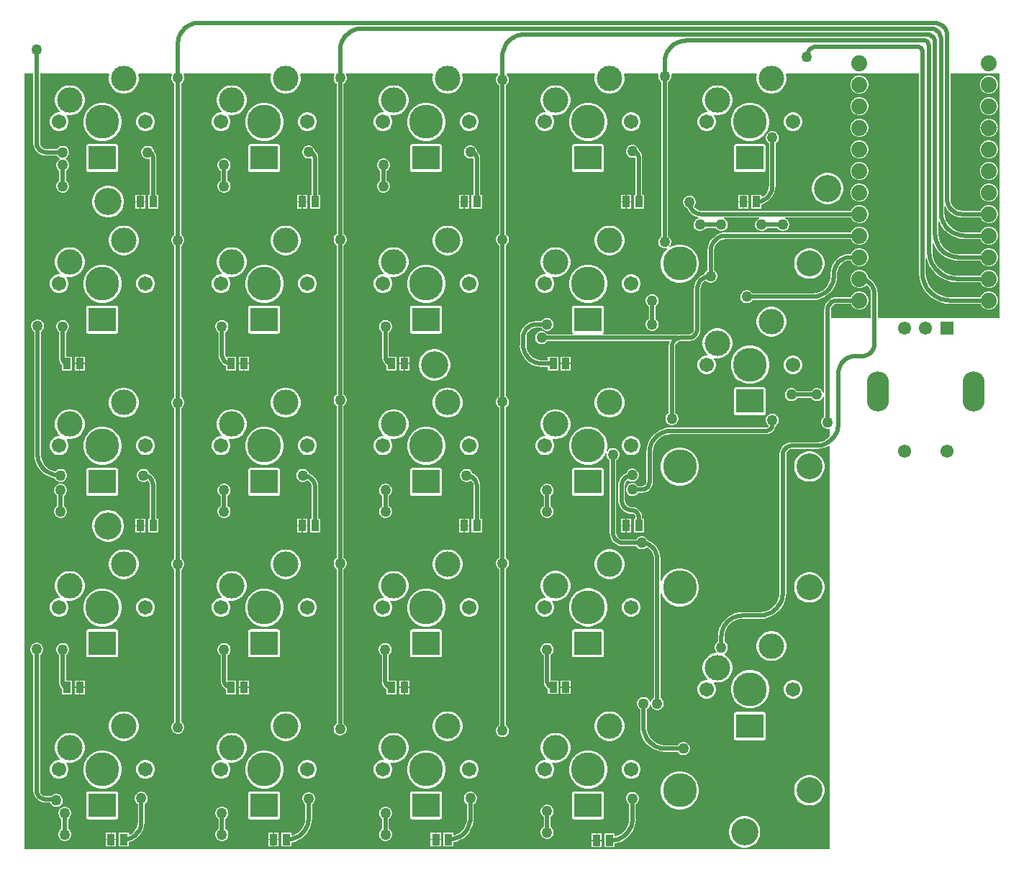
<source format=gtl>
G04*
G04 #@! TF.GenerationSoftware,Altium Limited,Altium Designer,22.0.2 (36)*
G04*
G04 Layer_Physical_Order=1*
G04 Layer_Color=255*
%FSLAX25Y25*%
%MOIN*%
G70*
G04*
G04 #@! TF.SameCoordinates,D710C13B-DE0B-4BD4-8DFF-8B7893174C1F*
G04*
G04*
G04 #@! TF.FilePolarity,Positive*
G04*
G01*
G75*
%ADD14R,0.03740X0.05315*%
G04:AMPARAMS|DCode=21|XSize=102.36mil|YSize=185.04mil|CornerRadius=51.18mil|HoleSize=0mil|Usage=FLASHONLY|Rotation=180.000|XOffset=0mil|YOffset=0mil|HoleType=Round|Shape=RoundedRectangle|*
%AMROUNDEDRECTD21*
21,1,0.10236,0.08268,0,0,180.0*
21,1,0.00000,0.18504,0,0,180.0*
1,1,0.10236,0.00000,0.04134*
1,1,0.10236,0.00000,0.04134*
1,1,0.10236,0.00000,-0.04134*
1,1,0.10236,0.00000,-0.04134*
%
%ADD21ROUNDEDRECTD21*%
%ADD22C,0.06102*%
%ADD23R,0.06102X0.06102*%
%ADD27C,0.02000*%
%ADD28C,0.11811*%
%ADD29C,0.06700*%
%ADD30C,0.15700*%
%ADD31R,0.12598X0.11024*%
%ADD32C,0.12598*%
%ADD33C,0.07400*%
%ADD34C,0.15701*%
%ADD35C,0.12000*%
%ADD36C,0.05000*%
G36*
X1964567Y719488D02*
X1908025Y719488D01*
Y730748D01*
X1908037D01*
X1907875Y732393D01*
X1907395Y733974D01*
X1906616Y735432D01*
X1905568Y736709D01*
X1904290Y737758D01*
X1903806Y738016D01*
Y738191D01*
X1903520Y739259D01*
X1902967Y740217D01*
X1902185Y740999D01*
X1901227Y741552D01*
X1900159Y741838D01*
X1899053D01*
X1897985Y741552D01*
X1897027Y740999D01*
X1896246Y740217D01*
X1895692Y739259D01*
X1895406Y738191D01*
Y737085D01*
X1895692Y736017D01*
X1896246Y735059D01*
X1897027Y734277D01*
X1897985Y733724D01*
X1899053Y733438D01*
X1900159D01*
X1901227Y733724D01*
X1902185Y734277D01*
X1902877Y734969D01*
X1903415Y734556D01*
X1904271Y733441D01*
X1904809Y732142D01*
X1904982Y730825D01*
X1904967Y730748D01*
Y719488D01*
X1895669D01*
X1886372D01*
Y723244D01*
X1886370Y723255D01*
X1886466Y723986D01*
X1886752Y724678D01*
X1887208Y725272D01*
X1887802Y725728D01*
X1888494Y726015D01*
X1889225Y726111D01*
X1889237Y726108D01*
X1895668D01*
X1895692Y726017D01*
X1896246Y725059D01*
X1897027Y724277D01*
X1897985Y723724D01*
X1899053Y723438D01*
X1900159D01*
X1901227Y723724D01*
X1902185Y724277D01*
X1902967Y725059D01*
X1903520Y726017D01*
X1903806Y727085D01*
Y728191D01*
X1903520Y729259D01*
X1902967Y730217D01*
X1902185Y730999D01*
X1901227Y731552D01*
X1900159Y731838D01*
X1899053D01*
X1897985Y731552D01*
X1897027Y730999D01*
X1896246Y730217D01*
X1895692Y729259D01*
X1895668Y729167D01*
X1889237D01*
X1889228Y729166D01*
X1888081Y729052D01*
X1886970Y728716D01*
X1885946Y728168D01*
X1885049Y727432D01*
X1884312Y726534D01*
X1883765Y725510D01*
X1883428Y724399D01*
X1883315Y723252D01*
X1883313Y723244D01*
Y684920D01*
X1882813Y684854D01*
X1882717Y685213D01*
X1882322Y685897D01*
X1881763Y686456D01*
X1881079Y686851D01*
X1880316Y687055D01*
X1879526D01*
X1878763Y686851D01*
X1878079Y686456D01*
X1877521Y685897D01*
X1877340Y685584D01*
X1870691D01*
X1870511Y685897D01*
X1869952Y686456D01*
X1869268Y686851D01*
X1868505Y687055D01*
X1867715D01*
X1866952Y686851D01*
X1866268Y686456D01*
X1865710Y685897D01*
X1865315Y685213D01*
X1865110Y684450D01*
Y683660D01*
X1865315Y682897D01*
X1865710Y682213D01*
X1866268Y681655D01*
X1866952Y681260D01*
X1867715Y681055D01*
X1868505D01*
X1869268Y681260D01*
X1869952Y681655D01*
X1870511Y682213D01*
X1870691Y682526D01*
X1877340D01*
X1877521Y682213D01*
X1878079Y681655D01*
X1878763Y681260D01*
X1879526Y681055D01*
X1880316D01*
X1881079Y681260D01*
X1881763Y681655D01*
X1882322Y682213D01*
X1882717Y682897D01*
X1882813Y683257D01*
X1883313Y683191D01*
Y673841D01*
X1883001Y673660D01*
X1882442Y673102D01*
X1882047Y672418D01*
X1881842Y671655D01*
Y670865D01*
X1882047Y670102D01*
X1882442Y669418D01*
X1883001Y668859D01*
X1883685Y668464D01*
X1884448Y668260D01*
X1885238D01*
X1885430Y668311D01*
X1885827Y668007D01*
Y664501D01*
X1885768Y664429D01*
X1884481Y663373D01*
X1883013Y662589D01*
X1881420Y662105D01*
X1879832Y661949D01*
X1879764Y661963D01*
X1868268D01*
Y661981D01*
X1866807Y661789D01*
X1865446Y661225D01*
X1864278Y660329D01*
X1863381Y659160D01*
X1862817Y657799D01*
X1862625Y656339D01*
X1862644D01*
Y592520D01*
X1862660Y592438D01*
X1862489Y590701D01*
X1861959Y588952D01*
X1861097Y587341D01*
X1859938Y585928D01*
X1858525Y584769D01*
X1856914Y583908D01*
X1855165Y583377D01*
X1853428Y583206D01*
X1853346Y583222D01*
X1845472D01*
Y583228D01*
X1843693Y583088D01*
X1841957Y582671D01*
X1840307Y581988D01*
X1838785Y581055D01*
X1837427Y579896D01*
X1836268Y578538D01*
X1835335Y577016D01*
X1834652Y575366D01*
X1834235Y573630D01*
X1834095Y571850D01*
X1834101D01*
Y569510D01*
X1833788Y569330D01*
X1833229Y568771D01*
X1832834Y568087D01*
X1832630Y567324D01*
Y566534D01*
X1832834Y565771D01*
X1833229Y565087D01*
X1833348Y564968D01*
X1833197Y564540D01*
X1833146Y564463D01*
X1831841Y564204D01*
X1830587Y563684D01*
X1829458Y562930D01*
X1828499Y561971D01*
X1827745Y560842D01*
X1827225Y559588D01*
X1826961Y558257D01*
Y556900D01*
X1827225Y555569D01*
X1827745Y554315D01*
X1828499Y553187D01*
X1829272Y552413D01*
X1829065Y551913D01*
X1828280D01*
X1827177Y551617D01*
X1826189Y551047D01*
X1825382Y550240D01*
X1824812Y549252D01*
X1824516Y548149D01*
Y547008D01*
X1824812Y545906D01*
X1825382Y544917D01*
X1826189Y544110D01*
X1827177Y543540D01*
X1828280Y543244D01*
X1829421D01*
X1830523Y543540D01*
X1831512Y544110D01*
X1832319Y544917D01*
X1832889Y545906D01*
X1833185Y547008D01*
Y548149D01*
X1832889Y549252D01*
X1832319Y550240D01*
X1832183Y550376D01*
X1832429Y550837D01*
X1833172Y550689D01*
X1834529D01*
X1835860Y550954D01*
X1837114Y551473D01*
X1838242Y552227D01*
X1839202Y553187D01*
X1839956Y554315D01*
X1840475Y555569D01*
X1840740Y556900D01*
Y558257D01*
X1840475Y559588D01*
X1839956Y560842D01*
X1839202Y561971D01*
X1838242Y562930D01*
X1837114Y563684D01*
X1837053Y563709D01*
X1837017Y564266D01*
X1837472Y564529D01*
X1838030Y565087D01*
X1838425Y565771D01*
X1838630Y566534D01*
Y567324D01*
X1838425Y568087D01*
X1838030Y568771D01*
X1837472Y569330D01*
X1837159Y569510D01*
Y571850D01*
X1837146Y571916D01*
X1837300Y573476D01*
X1837774Y575039D01*
X1838544Y576480D01*
X1839580Y577742D01*
X1840843Y578779D01*
X1842284Y579549D01*
X1843847Y580023D01*
X1845407Y580177D01*
X1845472Y580163D01*
X1853346D01*
Y580155D01*
X1855281Y580307D01*
X1857167Y580760D01*
X1858960Y581502D01*
X1860614Y582516D01*
X1862090Y583776D01*
X1863350Y585252D01*
X1864364Y586906D01*
X1865106Y588699D01*
X1865559Y590585D01*
X1865711Y592520D01*
X1865703D01*
Y656339D01*
X1865688Y656412D01*
X1865871Y657331D01*
X1866433Y658173D01*
X1867275Y658735D01*
X1868194Y658918D01*
X1868268Y658904D01*
X1879764D01*
Y658897D01*
X1881568Y659039D01*
X1883328Y659462D01*
X1885001Y660155D01*
X1885390Y660394D01*
X1885827Y660149D01*
Y473425D01*
X1512795D01*
Y832677D01*
X1516975D01*
Y800551D01*
X1516954D01*
X1517153Y799039D01*
X1517737Y797631D01*
X1518665Y796421D01*
X1519875Y795493D01*
X1521283Y794909D01*
X1522795Y794710D01*
Y794731D01*
X1527931D01*
X1528111Y794418D01*
X1528670Y793859D01*
X1529140Y793588D01*
Y793026D01*
X1528670Y792755D01*
X1528111Y792196D01*
X1527716Y791512D01*
X1527512Y790749D01*
Y789959D01*
X1527716Y789196D01*
X1528111Y788512D01*
X1528670Y787954D01*
X1528982Y787773D01*
Y783093D01*
X1528670Y782912D01*
X1528111Y782354D01*
X1527716Y781670D01*
X1527512Y780907D01*
Y780117D01*
X1527716Y779354D01*
X1528111Y778670D01*
X1528670Y778111D01*
X1529354Y777716D01*
X1530117Y777512D01*
X1530907D01*
X1531670Y777716D01*
X1532354Y778111D01*
X1532912Y778670D01*
X1533307Y779354D01*
X1533512Y780117D01*
Y780907D01*
X1533307Y781670D01*
X1532912Y782354D01*
X1532354Y782912D01*
X1532041Y783093D01*
Y787773D01*
X1532354Y787954D01*
X1532912Y788512D01*
X1533307Y789196D01*
X1533512Y789959D01*
Y790749D01*
X1533307Y791512D01*
X1532912Y792196D01*
X1532354Y792755D01*
X1531884Y793026D01*
Y793588D01*
X1532354Y793859D01*
X1532912Y794418D01*
X1533307Y795102D01*
X1533512Y795865D01*
Y796655D01*
X1533307Y797418D01*
X1532912Y798102D01*
X1532354Y798660D01*
X1531670Y799055D01*
X1530907Y799260D01*
X1530117D01*
X1529354Y799055D01*
X1528670Y798660D01*
X1528111Y798102D01*
X1527931Y797789D01*
X1522795D01*
X1522786Y797787D01*
X1522080Y797880D01*
X1521413Y798157D01*
X1520840Y798596D01*
X1520401Y799169D01*
X1520125Y799835D01*
X1520032Y800542D01*
X1520033Y800551D01*
Y832677D01*
X1551875D01*
X1552206Y832177D01*
X1551988Y831080D01*
Y829723D01*
X1552253Y828392D01*
X1552772Y827138D01*
X1553526Y826010D01*
X1554486Y825050D01*
X1555614Y824296D01*
X1556868Y823777D01*
X1558199Y823512D01*
X1559556D01*
X1560888Y823777D01*
X1562142Y824296D01*
X1563270Y825050D01*
X1564230Y826010D01*
X1564984Y827138D01*
X1565503Y828392D01*
X1565768Y829723D01*
Y831080D01*
X1565549Y832177D01*
X1565881Y832677D01*
X1580953D01*
X1581242Y832177D01*
X1581063Y831867D01*
X1580858Y831104D01*
Y830314D01*
X1581063Y829551D01*
X1581458Y828867D01*
X1582016Y828308D01*
X1582329Y828127D01*
Y758093D01*
X1582016Y757912D01*
X1581458Y757354D01*
X1581063Y756670D01*
X1580858Y755907D01*
Y755117D01*
X1581063Y754354D01*
X1581458Y753670D01*
X1582016Y753111D01*
X1582329Y752931D01*
Y682896D01*
X1582016Y682716D01*
X1581458Y682157D01*
X1581063Y681473D01*
X1580858Y680710D01*
Y679920D01*
X1581063Y679157D01*
X1581458Y678473D01*
X1582016Y677914D01*
X1582329Y677734D01*
Y608093D01*
X1582016Y607912D01*
X1581458Y607354D01*
X1581063Y606670D01*
X1580858Y605907D01*
Y605117D01*
X1581063Y604354D01*
X1581458Y603670D01*
X1582016Y603111D01*
X1582329Y602931D01*
Y532502D01*
X1582016Y532322D01*
X1581458Y531763D01*
X1581063Y531079D01*
X1580858Y530316D01*
Y529526D01*
X1581063Y528763D01*
X1581458Y528079D01*
X1582016Y527521D01*
X1582700Y527126D01*
X1583463Y526921D01*
X1584253D01*
X1585016Y527126D01*
X1585700Y527521D01*
X1586259Y528079D01*
X1586654Y528763D01*
X1586858Y529526D01*
Y530316D01*
X1586654Y531079D01*
X1586259Y531763D01*
X1585700Y532322D01*
X1585388Y532502D01*
Y602931D01*
X1585700Y603111D01*
X1586259Y603670D01*
X1586654Y604354D01*
X1586858Y605117D01*
Y605907D01*
X1586654Y606670D01*
X1586259Y607354D01*
X1585700Y607912D01*
X1585388Y608093D01*
Y677734D01*
X1585700Y677914D01*
X1586259Y678473D01*
X1586654Y679157D01*
X1586858Y679920D01*
Y680710D01*
X1586654Y681473D01*
X1586259Y682157D01*
X1585700Y682716D01*
X1585388Y682896D01*
Y752931D01*
X1585700Y753111D01*
X1586259Y753670D01*
X1586654Y754354D01*
X1586858Y755117D01*
Y755907D01*
X1586654Y756670D01*
X1586259Y757354D01*
X1585700Y757912D01*
X1585388Y758093D01*
Y828127D01*
X1585700Y828308D01*
X1586259Y828867D01*
X1586654Y829551D01*
X1586858Y830314D01*
Y831104D01*
X1586654Y831867D01*
X1586475Y832177D01*
X1586763Y832677D01*
X1626875D01*
X1627206Y832177D01*
X1626988Y831080D01*
Y829723D01*
X1627253Y828392D01*
X1627772Y827138D01*
X1628526Y826010D01*
X1629486Y825050D01*
X1630614Y824296D01*
X1631868Y823777D01*
X1633199Y823512D01*
X1634557D01*
X1635888Y823777D01*
X1637141Y824296D01*
X1638270Y825050D01*
X1639230Y826010D01*
X1639984Y827138D01*
X1640503Y828392D01*
X1640768Y829723D01*
Y831080D01*
X1640549Y832177D01*
X1640881Y832677D01*
X1656150D01*
X1656439Y832177D01*
X1656260Y831867D01*
X1656055Y831104D01*
Y830314D01*
X1656260Y829551D01*
X1656655Y828867D01*
X1657213Y828308D01*
X1657526Y828127D01*
Y758487D01*
X1657213Y758306D01*
X1656655Y757748D01*
X1656260Y757063D01*
X1656055Y756300D01*
Y755511D01*
X1656260Y754747D01*
X1656655Y754064D01*
X1657213Y753505D01*
X1657526Y753324D01*
Y684077D01*
X1657213Y683897D01*
X1656655Y683338D01*
X1656260Y682654D01*
X1656055Y681891D01*
Y681101D01*
X1656260Y680338D01*
X1656655Y679654D01*
X1657213Y679096D01*
X1657526Y678915D01*
Y608487D01*
X1657213Y608306D01*
X1656655Y607748D01*
X1656260Y607063D01*
X1656055Y606300D01*
Y605511D01*
X1656260Y604747D01*
X1656655Y604064D01*
X1657213Y603505D01*
X1657526Y603324D01*
Y531715D01*
X1657213Y531534D01*
X1656655Y530976D01*
X1656260Y530292D01*
X1656055Y529529D01*
Y528739D01*
X1656260Y527976D01*
X1656655Y527292D01*
X1657213Y526733D01*
X1657897Y526338D01*
X1658660Y526134D01*
X1659450D01*
X1660213Y526338D01*
X1660897Y526733D01*
X1661456Y527292D01*
X1661851Y527976D01*
X1662055Y528739D01*
Y529529D01*
X1661851Y530292D01*
X1661456Y530976D01*
X1660897Y531534D01*
X1660584Y531715D01*
Y603324D01*
X1660897Y603505D01*
X1661456Y604064D01*
X1661851Y604747D01*
X1662055Y605511D01*
Y606300D01*
X1661851Y607063D01*
X1661456Y607748D01*
X1660897Y608306D01*
X1660584Y608487D01*
Y678915D01*
X1660897Y679096D01*
X1661456Y679654D01*
X1661851Y680338D01*
X1662055Y681101D01*
Y681891D01*
X1661851Y682654D01*
X1661456Y683338D01*
X1660897Y683897D01*
X1660584Y684077D01*
Y753324D01*
X1660897Y753505D01*
X1661456Y754064D01*
X1661851Y754747D01*
X1662055Y755511D01*
Y756300D01*
X1661851Y757063D01*
X1661456Y757748D01*
X1660897Y758306D01*
X1660584Y758487D01*
Y828127D01*
X1660897Y828308D01*
X1661456Y828867D01*
X1661851Y829551D01*
X1662055Y830314D01*
Y831104D01*
X1661851Y831867D01*
X1661671Y832177D01*
X1661960Y832677D01*
X1701875D01*
X1702206Y832177D01*
X1701988Y831080D01*
Y829723D01*
X1702253Y828392D01*
X1702772Y827138D01*
X1703526Y826010D01*
X1704486Y825050D01*
X1705614Y824296D01*
X1706868Y823777D01*
X1708199Y823512D01*
X1709557D01*
X1710888Y823777D01*
X1712141Y824296D01*
X1713270Y825050D01*
X1714230Y826010D01*
X1714984Y827138D01*
X1715503Y828392D01*
X1715768Y829723D01*
Y831080D01*
X1715549Y832177D01*
X1715881Y832677D01*
X1732061D01*
X1732265Y832177D01*
X1731851Y831763D01*
X1731456Y831079D01*
X1731252Y830316D01*
Y829526D01*
X1731456Y828763D01*
X1731851Y828079D01*
X1732410Y827521D01*
X1732723Y827340D01*
Y758487D01*
X1732410Y758306D01*
X1731851Y757748D01*
X1731456Y757063D01*
X1731252Y756300D01*
Y755511D01*
X1731456Y754747D01*
X1731851Y754064D01*
X1732410Y753505D01*
X1732723Y753324D01*
Y683290D01*
X1732410Y683109D01*
X1731851Y682551D01*
X1731456Y681867D01*
X1731252Y681104D01*
Y680314D01*
X1731456Y679551D01*
X1731851Y678867D01*
X1732410Y678308D01*
X1732723Y678127D01*
Y608487D01*
X1732410Y608306D01*
X1731851Y607748D01*
X1731456Y607063D01*
X1731252Y606300D01*
Y605511D01*
X1731456Y604747D01*
X1731851Y604064D01*
X1732410Y603505D01*
X1732723Y603324D01*
Y530928D01*
X1732410Y530747D01*
X1731851Y530189D01*
X1731456Y529504D01*
X1731252Y528741D01*
Y527951D01*
X1731456Y527188D01*
X1731851Y526504D01*
X1732410Y525946D01*
X1733094Y525551D01*
X1733857Y525347D01*
X1734647D01*
X1735410Y525551D01*
X1736094Y525946D01*
X1736653Y526504D01*
X1737048Y527188D01*
X1737252Y527951D01*
Y528741D01*
X1737048Y529504D01*
X1736653Y530189D01*
X1736094Y530747D01*
X1735781Y530928D01*
Y603324D01*
X1736094Y603505D01*
X1736653Y604064D01*
X1737048Y604747D01*
X1737252Y605511D01*
Y606300D01*
X1737048Y607063D01*
X1736653Y607748D01*
X1736094Y608306D01*
X1735781Y608487D01*
Y678127D01*
X1736094Y678308D01*
X1736653Y678867D01*
X1737048Y679551D01*
X1737252Y680314D01*
Y681104D01*
X1737048Y681867D01*
X1736653Y682551D01*
X1736094Y683109D01*
X1735781Y683290D01*
Y753324D01*
X1736094Y753505D01*
X1736653Y754064D01*
X1737048Y754747D01*
X1737252Y755511D01*
Y756300D01*
X1737048Y757063D01*
X1736653Y757748D01*
X1736094Y758306D01*
X1735781Y758487D01*
Y827340D01*
X1736094Y827521D01*
X1736653Y828079D01*
X1737048Y828763D01*
X1737252Y829526D01*
Y830316D01*
X1737048Y831079D01*
X1736653Y831763D01*
X1736239Y832177D01*
X1736443Y832677D01*
X1776875D01*
X1777206Y832177D01*
X1776988Y831080D01*
Y829723D01*
X1777253Y828392D01*
X1777772Y827138D01*
X1778526Y826010D01*
X1779486Y825050D01*
X1780614Y824296D01*
X1781868Y823777D01*
X1783199Y823512D01*
X1784557D01*
X1785888Y823777D01*
X1787141Y824296D01*
X1788270Y825050D01*
X1789230Y826010D01*
X1789984Y827138D01*
X1790503Y828392D01*
X1790768Y829723D01*
Y831080D01*
X1790549Y832177D01*
X1790881Y832677D01*
X1806142D01*
X1806525Y832177D01*
X1806449Y831891D01*
Y831101D01*
X1806653Y830338D01*
X1807048Y829654D01*
X1807607Y829095D01*
X1807919Y828915D01*
Y757397D01*
X1807607Y757216D01*
X1807048Y756658D01*
X1806653Y755974D01*
X1806449Y755211D01*
Y754421D01*
X1806653Y753658D01*
X1807048Y752974D01*
X1807607Y752415D01*
X1808291Y752020D01*
X1809054Y751816D01*
X1809844D01*
X1810469Y751983D01*
X1810746Y751567D01*
X1809516Y750337D01*
X1808549Y748889D01*
X1807883Y747282D01*
X1807543Y745575D01*
Y743835D01*
X1807883Y742128D01*
X1808549Y740520D01*
X1809516Y739073D01*
X1810746Y737842D01*
X1812193Y736876D01*
X1813801Y736210D01*
X1815508Y735870D01*
X1817248D01*
X1818955Y736210D01*
X1820563Y736876D01*
X1822010Y737842D01*
X1823240Y739073D01*
X1824207Y740520D01*
X1824873Y742128D01*
X1825213Y743835D01*
Y745575D01*
X1824873Y747282D01*
X1824207Y748889D01*
X1823240Y750337D01*
X1822010Y751567D01*
X1820563Y752534D01*
X1818955Y753200D01*
X1817248Y753539D01*
X1815508D01*
X1813801Y753200D01*
X1812193Y752534D01*
X1811963Y752380D01*
X1811644Y752769D01*
X1811849Y752974D01*
X1812244Y753658D01*
X1812449Y754421D01*
Y755211D01*
X1812244Y755974D01*
X1811849Y756658D01*
X1811291Y757216D01*
X1810978Y757397D01*
Y828915D01*
X1811291Y829095D01*
X1811849Y829654D01*
X1812244Y830338D01*
X1812449Y831101D01*
Y831891D01*
X1812372Y832177D01*
X1812756Y832677D01*
X1851847D01*
X1852179Y832177D01*
X1851961Y831080D01*
Y829723D01*
X1852225Y828392D01*
X1852745Y827138D01*
X1853499Y826010D01*
X1854458Y825050D01*
X1855587Y824296D01*
X1856841Y823777D01*
X1858172Y823512D01*
X1859529D01*
X1860860Y823777D01*
X1862114Y824296D01*
X1863242Y825050D01*
X1864202Y826010D01*
X1864956Y827138D01*
X1865475Y828392D01*
X1865740Y829723D01*
Y831080D01*
X1865522Y832177D01*
X1865853Y832677D01*
X1927211D01*
Y740551D01*
X1927196D01*
X1927374Y738289D01*
X1927903Y736083D01*
X1928771Y733987D01*
X1929957Y732053D01*
X1931430Y730328D01*
X1933155Y728854D01*
X1935090Y727669D01*
X1937186Y726801D01*
X1939392Y726271D01*
X1941653Y726093D01*
Y726108D01*
X1955668D01*
X1955692Y726017D01*
X1956245Y725059D01*
X1957027Y724277D01*
X1957985Y723724D01*
X1959053Y723438D01*
X1960159D01*
X1961227Y723724D01*
X1962185Y724277D01*
X1962967Y725059D01*
X1963520Y726017D01*
X1963806Y727085D01*
Y728191D01*
X1963520Y729259D01*
X1962967Y730217D01*
X1962185Y730999D01*
X1961227Y731552D01*
X1960159Y731838D01*
X1959053D01*
X1957985Y731552D01*
X1957027Y730999D01*
X1956245Y730217D01*
X1955692Y729259D01*
X1955668Y729167D01*
X1941653D01*
X1941601Y729157D01*
X1939870Y729293D01*
X1938131Y729710D01*
X1936479Y730395D01*
X1934954Y731330D01*
X1933594Y732491D01*
X1932432Y733851D01*
X1931497Y735376D01*
X1930813Y737029D01*
X1930395Y738768D01*
X1930259Y740499D01*
X1930270Y740551D01*
Y747204D01*
X1930770Y747263D01*
X1931053Y746083D01*
X1931921Y743987D01*
X1933106Y742053D01*
X1934580Y740328D01*
X1936305Y738854D01*
X1938239Y737669D01*
X1940335Y736801D01*
X1942541Y736271D01*
X1944803Y736093D01*
Y736108D01*
X1955668D01*
X1955692Y736017D01*
X1956245Y735059D01*
X1957027Y734277D01*
X1957985Y733724D01*
X1959053Y733438D01*
X1960159D01*
X1961227Y733724D01*
X1962185Y734277D01*
X1962967Y735059D01*
X1963520Y736017D01*
X1963806Y737085D01*
Y738191D01*
X1963520Y739259D01*
X1962967Y740217D01*
X1962185Y740999D01*
X1961227Y741552D01*
X1960159Y741838D01*
X1959053D01*
X1957985Y741552D01*
X1957027Y740999D01*
X1956245Y740217D01*
X1955692Y739259D01*
X1955668Y739167D01*
X1944803D01*
X1944751Y739157D01*
X1943020Y739293D01*
X1941281Y739711D01*
X1939628Y740395D01*
X1938103Y741330D01*
X1936743Y742491D01*
X1935582Y743851D01*
X1934647Y745376D01*
X1933962Y747029D01*
X1933545Y748768D01*
X1933409Y750499D01*
X1933419Y750551D01*
Y754140D01*
X1933919Y754240D01*
X1934468Y752915D01*
X1935491Y751245D01*
X1936764Y749756D01*
X1938253Y748483D01*
X1939923Y747460D01*
X1941733Y746710D01*
X1943638Y746253D01*
X1945591Y746099D01*
Y746108D01*
X1955668D01*
X1955692Y746017D01*
X1956245Y745059D01*
X1957027Y744277D01*
X1957985Y743724D01*
X1959053Y743438D01*
X1960159D01*
X1961227Y743724D01*
X1962185Y744277D01*
X1962967Y745059D01*
X1963520Y746017D01*
X1963806Y747085D01*
Y748191D01*
X1963520Y749259D01*
X1962967Y750217D01*
X1962185Y750999D01*
X1961227Y751552D01*
X1960159Y751838D01*
X1959053D01*
X1957985Y751552D01*
X1957027Y750999D01*
X1956245Y750217D01*
X1955692Y749259D01*
X1955668Y749167D01*
X1945591D01*
X1945507Y749151D01*
X1943749Y749324D01*
X1941978Y749861D01*
X1940346Y750733D01*
X1938915Y751907D01*
X1937741Y753338D01*
X1936869Y754970D01*
X1936332Y756741D01*
X1936158Y758499D01*
X1936175Y758583D01*
Y764140D01*
X1936675Y764240D01*
X1937224Y762915D01*
X1938247Y761245D01*
X1939519Y759756D01*
X1941009Y758483D01*
X1942679Y757460D01*
X1944489Y756710D01*
X1946394Y756253D01*
X1948346Y756099D01*
Y756108D01*
X1955668D01*
X1955692Y756017D01*
X1956245Y755059D01*
X1957027Y754277D01*
X1957985Y753724D01*
X1959053Y753438D01*
X1960159D01*
X1961227Y753724D01*
X1962185Y754277D01*
X1962967Y755059D01*
X1963520Y756017D01*
X1963806Y757085D01*
Y758191D01*
X1963520Y759259D01*
X1962967Y760217D01*
X1962185Y760999D01*
X1961227Y761552D01*
X1960159Y761838D01*
X1959053D01*
X1957985Y761552D01*
X1957027Y760999D01*
X1956245Y760217D01*
X1955692Y759259D01*
X1955668Y759167D01*
X1948346D01*
X1948263Y759151D01*
X1946505Y759324D01*
X1944734Y759861D01*
X1943102Y760733D01*
X1941671Y761907D01*
X1940497Y763338D01*
X1939625Y764970D01*
X1939087Y766741D01*
X1938914Y768499D01*
X1938931Y768583D01*
Y771014D01*
X1939431Y771139D01*
X1940073Y769938D01*
X1941148Y768628D01*
X1942458Y767553D01*
X1943953Y766754D01*
X1945574Y766262D01*
X1947261Y766096D01*
Y766108D01*
X1955668D01*
X1955692Y766017D01*
X1956245Y765059D01*
X1957027Y764277D01*
X1957985Y763724D01*
X1959053Y763438D01*
X1960159D01*
X1961227Y763724D01*
X1962185Y764277D01*
X1962967Y765059D01*
X1963520Y766017D01*
X1963806Y767085D01*
Y768191D01*
X1963520Y769259D01*
X1962967Y770217D01*
X1962185Y770999D01*
X1961227Y771552D01*
X1960159Y771838D01*
X1959053D01*
X1957985Y771552D01*
X1957027Y770999D01*
X1956245Y770217D01*
X1955692Y769259D01*
X1955668Y769167D01*
X1947261D01*
X1947178Y769151D01*
X1945811Y769331D01*
X1944460Y769890D01*
X1943300Y770780D01*
X1942410Y771940D01*
X1941850Y773291D01*
X1941670Y774658D01*
X1941687Y774741D01*
Y832677D01*
X1964567D01*
Y719488D01*
D02*
G37*
%LPC*%
G36*
X1960159Y831838D02*
X1959053D01*
X1957985Y831552D01*
X1957027Y830999D01*
X1956245Y830217D01*
X1955692Y829259D01*
X1955406Y828191D01*
Y827085D01*
X1955692Y826017D01*
X1956245Y825059D01*
X1957027Y824277D01*
X1957985Y823724D01*
X1959053Y823438D01*
X1960159D01*
X1961227Y823724D01*
X1962185Y824277D01*
X1962967Y825059D01*
X1963520Y826017D01*
X1963806Y827085D01*
Y828191D01*
X1963520Y829259D01*
X1962967Y830217D01*
X1962185Y830999D01*
X1961227Y831552D01*
X1960159Y831838D01*
D02*
G37*
G36*
X1900159D02*
X1899053D01*
X1897985Y831552D01*
X1897027Y830999D01*
X1896246Y830217D01*
X1895692Y829259D01*
X1895406Y828191D01*
Y827085D01*
X1895692Y826017D01*
X1896246Y825059D01*
X1897027Y824277D01*
X1897985Y823724D01*
X1899053Y823438D01*
X1900159D01*
X1901227Y823724D01*
X1902185Y824277D01*
X1902967Y825059D01*
X1903520Y826017D01*
X1903806Y827085D01*
Y828191D01*
X1903520Y829259D01*
X1902967Y830217D01*
X1902185Y830999D01*
X1901227Y831552D01*
X1900159Y831838D01*
D02*
G37*
G36*
X1834529Y827291D02*
X1833172D01*
X1831841Y827027D01*
X1830587Y826507D01*
X1829458Y825753D01*
X1828499Y824794D01*
X1827745Y823665D01*
X1827225Y822411D01*
X1826961Y821080D01*
Y819723D01*
X1827225Y818392D01*
X1827745Y817138D01*
X1828499Y816010D01*
X1829272Y815236D01*
X1829065Y814736D01*
X1828280D01*
X1827177Y814440D01*
X1826189Y813870D01*
X1825382Y813063D01*
X1824812Y812074D01*
X1824516Y810972D01*
Y809831D01*
X1824812Y808729D01*
X1825382Y807740D01*
X1826189Y806933D01*
X1827177Y806363D01*
X1828280Y806067D01*
X1829421D01*
X1830523Y806363D01*
X1831512Y806933D01*
X1832319Y807740D01*
X1832889Y808729D01*
X1833185Y809831D01*
Y810972D01*
X1832889Y812074D01*
X1832319Y813063D01*
X1832183Y813199D01*
X1832429Y813660D01*
X1833172Y813512D01*
X1834529D01*
X1835860Y813777D01*
X1837114Y814296D01*
X1838242Y815050D01*
X1839202Y816010D01*
X1839956Y817138D01*
X1840475Y818392D01*
X1840740Y819723D01*
Y821080D01*
X1840475Y822411D01*
X1839956Y823665D01*
X1839202Y824794D01*
X1838242Y825753D01*
X1837114Y826507D01*
X1835860Y827027D01*
X1834529Y827291D01*
D02*
G37*
G36*
X1759557D02*
X1758199D01*
X1756868Y827027D01*
X1755614Y826507D01*
X1754486Y825753D01*
X1753526Y824794D01*
X1752772Y823665D01*
X1752253Y822411D01*
X1751988Y821080D01*
Y819723D01*
X1752253Y818392D01*
X1752772Y817138D01*
X1753526Y816010D01*
X1754300Y815236D01*
X1754093Y814736D01*
X1753307D01*
X1752205Y814440D01*
X1751217Y813870D01*
X1750410Y813063D01*
X1749839Y812074D01*
X1749544Y810972D01*
Y809831D01*
X1749839Y808729D01*
X1750410Y807740D01*
X1751217Y806933D01*
X1752205Y806363D01*
X1753307Y806067D01*
X1754449D01*
X1755551Y806363D01*
X1756539Y806933D01*
X1757346Y807740D01*
X1757917Y808729D01*
X1758212Y809831D01*
Y810972D01*
X1757917Y812074D01*
X1757346Y813063D01*
X1757210Y813199D01*
X1757457Y813660D01*
X1758199Y813512D01*
X1759557D01*
X1760888Y813777D01*
X1762141Y814296D01*
X1763270Y815050D01*
X1764230Y816010D01*
X1764984Y817138D01*
X1765503Y818392D01*
X1765768Y819723D01*
Y821080D01*
X1765503Y822411D01*
X1764984Y823665D01*
X1764230Y824794D01*
X1763270Y825753D01*
X1762141Y826507D01*
X1760888Y827027D01*
X1759557Y827291D01*
D02*
G37*
G36*
X1684557D02*
X1683199D01*
X1681868Y827027D01*
X1680614Y826507D01*
X1679486Y825753D01*
X1678526Y824794D01*
X1677772Y823665D01*
X1677253Y822411D01*
X1676988Y821080D01*
Y819723D01*
X1677253Y818392D01*
X1677772Y817138D01*
X1678526Y816010D01*
X1679300Y815236D01*
X1679093Y814736D01*
X1678307D01*
X1677205Y814440D01*
X1676217Y813870D01*
X1675410Y813063D01*
X1674839Y812074D01*
X1674544Y810972D01*
Y809831D01*
X1674839Y808729D01*
X1675410Y807740D01*
X1676217Y806933D01*
X1677205Y806363D01*
X1678307Y806067D01*
X1679449D01*
X1680551Y806363D01*
X1681539Y806933D01*
X1682346Y807740D01*
X1682917Y808729D01*
X1683212Y809831D01*
Y810972D01*
X1682917Y812074D01*
X1682346Y813063D01*
X1682210Y813199D01*
X1682457Y813660D01*
X1683199Y813512D01*
X1684557D01*
X1685888Y813777D01*
X1687141Y814296D01*
X1688270Y815050D01*
X1689230Y816010D01*
X1689984Y817138D01*
X1690503Y818392D01*
X1690768Y819723D01*
Y821080D01*
X1690503Y822411D01*
X1689984Y823665D01*
X1689230Y824794D01*
X1688270Y825753D01*
X1687141Y826507D01*
X1685888Y827027D01*
X1684557Y827291D01*
D02*
G37*
G36*
X1609557D02*
X1608199D01*
X1606868Y827027D01*
X1605614Y826507D01*
X1604486Y825753D01*
X1603526Y824794D01*
X1602772Y823665D01*
X1602253Y822411D01*
X1601988Y821080D01*
Y819723D01*
X1602253Y818392D01*
X1602772Y817138D01*
X1603526Y816010D01*
X1604300Y815236D01*
X1604093Y814736D01*
X1603307D01*
X1602205Y814440D01*
X1601217Y813870D01*
X1600410Y813063D01*
X1599839Y812074D01*
X1599544Y810972D01*
Y809831D01*
X1599839Y808729D01*
X1600410Y807740D01*
X1601217Y806933D01*
X1602205Y806363D01*
X1603307Y806067D01*
X1604449D01*
X1605551Y806363D01*
X1606539Y806933D01*
X1607346Y807740D01*
X1607917Y808729D01*
X1608212Y809831D01*
Y810972D01*
X1607917Y812074D01*
X1607346Y813063D01*
X1607210Y813199D01*
X1607457Y813660D01*
X1608199Y813512D01*
X1609557D01*
X1610888Y813777D01*
X1612141Y814296D01*
X1613270Y815050D01*
X1614230Y816010D01*
X1614984Y817138D01*
X1615503Y818392D01*
X1615768Y819723D01*
Y821080D01*
X1615503Y822411D01*
X1614984Y823665D01*
X1614230Y824794D01*
X1613270Y825753D01*
X1612141Y826507D01*
X1610888Y827027D01*
X1609557Y827291D01*
D02*
G37*
G36*
X1534556D02*
X1533199D01*
X1531868Y827027D01*
X1530614Y826507D01*
X1529486Y825753D01*
X1528526Y824794D01*
X1527772Y823665D01*
X1527253Y822411D01*
X1526988Y821080D01*
Y819723D01*
X1527253Y818392D01*
X1527772Y817138D01*
X1528526Y816010D01*
X1529300Y815236D01*
X1529093Y814736D01*
X1528307D01*
X1527205Y814440D01*
X1526217Y813870D01*
X1525410Y813063D01*
X1524839Y812074D01*
X1524544Y810972D01*
Y809831D01*
X1524839Y808729D01*
X1525410Y807740D01*
X1526217Y806933D01*
X1527205Y806363D01*
X1528307Y806067D01*
X1529449D01*
X1530551Y806363D01*
X1531539Y806933D01*
X1532346Y807740D01*
X1532917Y808729D01*
X1533212Y809831D01*
Y810972D01*
X1532917Y812074D01*
X1532346Y813063D01*
X1532210Y813199D01*
X1532457Y813660D01*
X1533199Y813512D01*
X1534556D01*
X1535888Y813777D01*
X1537142Y814296D01*
X1538270Y815050D01*
X1539230Y816010D01*
X1539984Y817138D01*
X1540503Y818392D01*
X1540768Y819723D01*
Y821080D01*
X1540503Y822411D01*
X1539984Y823665D01*
X1539230Y824794D01*
X1538270Y825753D01*
X1537142Y826507D01*
X1535888Y827027D01*
X1534556Y827291D01*
D02*
G37*
G36*
X1960159Y821838D02*
X1959053D01*
X1957985Y821552D01*
X1957027Y820999D01*
X1956245Y820217D01*
X1955692Y819259D01*
X1955406Y818191D01*
Y817085D01*
X1955692Y816017D01*
X1956245Y815059D01*
X1957027Y814277D01*
X1957985Y813724D01*
X1959053Y813438D01*
X1960159D01*
X1961227Y813724D01*
X1962185Y814277D01*
X1962967Y815059D01*
X1963520Y816017D01*
X1963806Y817085D01*
Y818191D01*
X1963520Y819259D01*
X1962967Y820217D01*
X1962185Y820999D01*
X1961227Y821552D01*
X1960159Y821838D01*
D02*
G37*
G36*
X1900159D02*
X1899053D01*
X1897985Y821552D01*
X1897027Y820999D01*
X1896246Y820217D01*
X1895692Y819259D01*
X1895406Y818191D01*
Y817085D01*
X1895692Y816017D01*
X1896246Y815059D01*
X1897027Y814277D01*
X1897985Y813724D01*
X1899053Y813438D01*
X1900159D01*
X1901227Y813724D01*
X1902185Y814277D01*
X1902967Y815059D01*
X1903520Y816017D01*
X1903806Y817085D01*
Y818191D01*
X1903520Y819259D01*
X1902967Y820217D01*
X1902185Y820999D01*
X1901227Y821552D01*
X1900159Y821838D01*
D02*
G37*
G36*
X1960159Y811838D02*
X1959856D01*
Y807888D01*
X1963806D01*
Y808191D01*
X1963520Y809259D01*
X1962967Y810217D01*
X1962185Y810999D01*
X1961227Y811552D01*
X1960159Y811838D01*
D02*
G37*
G36*
X1959356D02*
X1959053D01*
X1957985Y811552D01*
X1957027Y810999D01*
X1956245Y810217D01*
X1955692Y809259D01*
X1955406Y808191D01*
Y807888D01*
X1959356D01*
Y811838D01*
D02*
G37*
G36*
X1869421Y814736D02*
X1868280D01*
X1867177Y814440D01*
X1866189Y813870D01*
X1865382Y813063D01*
X1864812Y812074D01*
X1864516Y810972D01*
Y809831D01*
X1864812Y808729D01*
X1865382Y807740D01*
X1866189Y806933D01*
X1867177Y806363D01*
X1868280Y806067D01*
X1869421D01*
X1870523Y806363D01*
X1871512Y806933D01*
X1872319Y807740D01*
X1872889Y808729D01*
X1873185Y809831D01*
Y810972D01*
X1872889Y812074D01*
X1872319Y813063D01*
X1871512Y813870D01*
X1870523Y814440D01*
X1869421Y814736D01*
D02*
G37*
G36*
X1794449D02*
X1793307D01*
X1792205Y814440D01*
X1791217Y813870D01*
X1790410Y813063D01*
X1789839Y812074D01*
X1789544Y810972D01*
Y809831D01*
X1789839Y808729D01*
X1790410Y807740D01*
X1791217Y806933D01*
X1792205Y806363D01*
X1793307Y806067D01*
X1794449D01*
X1795551Y806363D01*
X1796539Y806933D01*
X1797346Y807740D01*
X1797917Y808729D01*
X1798212Y809831D01*
Y810972D01*
X1797917Y812074D01*
X1797346Y813063D01*
X1796539Y813870D01*
X1795551Y814440D01*
X1794449Y814736D01*
D02*
G37*
G36*
X1719449D02*
X1718307D01*
X1717205Y814440D01*
X1716217Y813870D01*
X1715410Y813063D01*
X1714839Y812074D01*
X1714544Y810972D01*
Y809831D01*
X1714839Y808729D01*
X1715410Y807740D01*
X1716217Y806933D01*
X1717205Y806363D01*
X1718307Y806067D01*
X1719449D01*
X1720551Y806363D01*
X1721539Y806933D01*
X1722346Y807740D01*
X1722917Y808729D01*
X1723212Y809831D01*
Y810972D01*
X1722917Y812074D01*
X1722346Y813063D01*
X1721539Y813870D01*
X1720551Y814440D01*
X1719449Y814736D01*
D02*
G37*
G36*
X1644449D02*
X1643307D01*
X1642205Y814440D01*
X1641217Y813870D01*
X1640410Y813063D01*
X1639839Y812074D01*
X1639544Y810972D01*
Y809831D01*
X1639839Y808729D01*
X1640410Y807740D01*
X1641217Y806933D01*
X1642205Y806363D01*
X1643307Y806067D01*
X1644449D01*
X1645551Y806363D01*
X1646539Y806933D01*
X1647346Y807740D01*
X1647917Y808729D01*
X1648212Y809831D01*
Y810972D01*
X1647917Y812074D01*
X1647346Y813063D01*
X1646539Y813870D01*
X1645551Y814440D01*
X1644449Y814736D01*
D02*
G37*
G36*
X1569449D02*
X1568307D01*
X1567205Y814440D01*
X1566217Y813870D01*
X1565410Y813063D01*
X1564839Y812074D01*
X1564544Y810972D01*
Y809831D01*
X1564839Y808729D01*
X1565410Y807740D01*
X1566217Y806933D01*
X1567205Y806363D01*
X1568307Y806067D01*
X1569449D01*
X1570551Y806363D01*
X1571539Y806933D01*
X1572346Y807740D01*
X1572917Y808729D01*
X1573212Y809831D01*
Y810972D01*
X1572917Y812074D01*
X1572346Y813063D01*
X1571539Y813870D01*
X1570551Y814440D01*
X1569449Y814736D01*
D02*
G37*
G36*
X1963806Y807388D02*
X1959856D01*
Y803438D01*
X1960159D01*
X1961227Y803724D01*
X1962185Y804277D01*
X1962967Y805059D01*
X1963520Y806017D01*
X1963806Y807085D01*
Y807388D01*
D02*
G37*
G36*
X1959356D02*
X1955406D01*
Y807085D01*
X1955692Y806017D01*
X1956245Y805059D01*
X1957027Y804277D01*
X1957985Y803724D01*
X1959053Y803438D01*
X1959356D01*
Y807388D01*
D02*
G37*
G36*
X1900159Y811838D02*
X1899053D01*
X1897985Y811552D01*
X1897027Y810999D01*
X1896246Y810217D01*
X1895692Y809259D01*
X1895406Y808191D01*
Y807085D01*
X1895692Y806017D01*
X1896246Y805059D01*
X1897027Y804277D01*
X1897985Y803724D01*
X1899053Y803438D01*
X1900159D01*
X1901227Y803724D01*
X1902185Y804277D01*
X1902967Y805059D01*
X1903520Y806017D01*
X1903806Y807085D01*
Y808191D01*
X1903520Y809259D01*
X1902967Y810217D01*
X1902185Y810999D01*
X1901227Y811552D01*
X1900159Y811838D01*
D02*
G37*
G36*
X1849721Y819236D02*
X1847980D01*
X1846273Y818896D01*
X1844666Y818230D01*
X1843219Y817264D01*
X1841988Y816033D01*
X1841022Y814586D01*
X1840356Y812978D01*
X1840016Y811272D01*
Y809531D01*
X1840356Y807825D01*
X1841022Y806217D01*
X1841988Y804770D01*
X1843219Y803540D01*
X1844666Y802573D01*
X1846273Y801907D01*
X1847980Y801567D01*
X1849721D01*
X1851427Y801907D01*
X1853035Y802573D01*
X1854482Y803540D01*
X1855712Y804770D01*
X1856679Y806217D01*
X1857345Y807825D01*
X1857685Y809531D01*
Y811272D01*
X1857345Y812978D01*
X1856679Y814586D01*
X1855712Y816033D01*
X1854482Y817264D01*
X1853035Y818230D01*
X1851427Y818896D01*
X1849721Y819236D01*
D02*
G37*
G36*
X1774748D02*
X1773008D01*
X1771301Y818896D01*
X1769693Y818230D01*
X1768246Y817264D01*
X1767016Y816033D01*
X1766049Y814586D01*
X1765383Y812978D01*
X1765044Y811272D01*
Y809531D01*
X1765383Y807825D01*
X1766049Y806217D01*
X1767016Y804770D01*
X1768246Y803540D01*
X1769693Y802573D01*
X1771301Y801907D01*
X1773008Y801567D01*
X1774748D01*
X1776455Y801907D01*
X1778062Y802573D01*
X1779510Y803540D01*
X1780740Y804770D01*
X1781707Y806217D01*
X1782373Y807825D01*
X1782712Y809531D01*
Y811272D01*
X1782373Y812978D01*
X1781707Y814586D01*
X1780740Y816033D01*
X1779510Y817264D01*
X1778062Y818230D01*
X1776455Y818896D01*
X1774748Y819236D01*
D02*
G37*
G36*
X1699748D02*
X1698008D01*
X1696301Y818896D01*
X1694693Y818230D01*
X1693246Y817264D01*
X1692016Y816033D01*
X1691049Y814586D01*
X1690383Y812978D01*
X1690044Y811272D01*
Y809531D01*
X1690383Y807825D01*
X1691049Y806217D01*
X1692016Y804770D01*
X1693246Y803540D01*
X1694693Y802573D01*
X1696301Y801907D01*
X1698008Y801567D01*
X1699748D01*
X1701455Y801907D01*
X1703062Y802573D01*
X1704510Y803540D01*
X1705740Y804770D01*
X1706707Y806217D01*
X1707373Y807825D01*
X1707712Y809531D01*
Y811272D01*
X1707373Y812978D01*
X1706707Y814586D01*
X1705740Y816033D01*
X1704510Y817264D01*
X1703062Y818230D01*
X1701455Y818896D01*
X1699748Y819236D01*
D02*
G37*
G36*
X1624748D02*
X1623008D01*
X1621301Y818896D01*
X1619693Y818230D01*
X1618246Y817264D01*
X1617016Y816033D01*
X1616049Y814586D01*
X1615383Y812978D01*
X1615044Y811272D01*
Y809531D01*
X1615383Y807825D01*
X1616049Y806217D01*
X1617016Y804770D01*
X1618246Y803540D01*
X1619693Y802573D01*
X1621301Y801907D01*
X1623008Y801567D01*
X1624748D01*
X1626455Y801907D01*
X1628062Y802573D01*
X1629510Y803540D01*
X1630740Y804770D01*
X1631707Y806217D01*
X1632373Y807825D01*
X1632712Y809531D01*
Y811272D01*
X1632373Y812978D01*
X1631707Y814586D01*
X1630740Y816033D01*
X1629510Y817264D01*
X1628062Y818230D01*
X1626455Y818896D01*
X1624748Y819236D01*
D02*
G37*
G36*
X1549748D02*
X1548008D01*
X1546301Y818896D01*
X1544693Y818230D01*
X1543246Y817264D01*
X1542016Y816033D01*
X1541049Y814586D01*
X1540383Y812978D01*
X1540044Y811272D01*
Y809531D01*
X1540383Y807825D01*
X1541049Y806217D01*
X1542016Y804770D01*
X1543246Y803540D01*
X1544693Y802573D01*
X1546301Y801907D01*
X1548008Y801567D01*
X1549748D01*
X1551455Y801907D01*
X1553063Y802573D01*
X1554510Y803540D01*
X1555740Y804770D01*
X1556707Y806217D01*
X1557373Y807825D01*
X1557712Y809531D01*
Y811272D01*
X1557373Y812978D01*
X1556707Y814586D01*
X1555740Y816033D01*
X1554510Y817264D01*
X1553063Y818230D01*
X1551455Y818896D01*
X1549748Y819236D01*
D02*
G37*
G36*
X1960159Y801838D02*
X1959053D01*
X1957985Y801552D01*
X1957027Y800999D01*
X1956245Y800217D01*
X1955692Y799259D01*
X1955406Y798191D01*
Y797085D01*
X1955692Y796017D01*
X1956245Y795059D01*
X1957027Y794277D01*
X1957985Y793724D01*
X1959053Y793438D01*
X1960159D01*
X1961227Y793724D01*
X1962185Y794277D01*
X1962967Y795059D01*
X1963520Y796017D01*
X1963806Y797085D01*
Y798191D01*
X1963520Y799259D01*
X1962967Y800217D01*
X1962185Y800999D01*
X1961227Y801552D01*
X1960159Y801838D01*
D02*
G37*
G36*
X1900159D02*
X1899053D01*
X1897985Y801552D01*
X1897027Y800999D01*
X1896246Y800217D01*
X1895692Y799259D01*
X1895406Y798191D01*
Y797085D01*
X1895692Y796017D01*
X1896246Y795059D01*
X1897027Y794277D01*
X1897985Y793724D01*
X1899053Y793438D01*
X1900159D01*
X1901227Y793724D01*
X1902185Y794277D01*
X1902967Y795059D01*
X1903520Y796017D01*
X1903806Y797085D01*
Y798191D01*
X1903520Y799259D01*
X1902967Y800217D01*
X1902185Y800999D01*
X1901227Y801552D01*
X1900159Y801838D01*
D02*
G37*
G36*
X1855177Y800278D02*
X1842579D01*
X1842195Y800201D01*
X1841869Y799984D01*
X1841652Y799658D01*
X1841575Y799274D01*
Y788250D01*
X1841652Y787866D01*
X1841869Y787541D01*
X1842195Y787323D01*
X1842579Y787247D01*
X1855177D01*
X1855561Y787323D01*
X1855887Y787541D01*
X1856104Y787866D01*
X1856181Y788250D01*
Y799274D01*
X1856104Y799658D01*
X1855887Y799984D01*
X1855561Y800201D01*
X1855177Y800278D01*
D02*
G37*
G36*
X1780177D02*
X1767579D01*
X1767195Y800201D01*
X1766869Y799984D01*
X1766652Y799658D01*
X1766575Y799274D01*
Y788250D01*
X1766652Y787866D01*
X1766869Y787541D01*
X1767195Y787323D01*
X1767579Y787247D01*
X1780177D01*
X1780561Y787323D01*
X1780887Y787541D01*
X1781104Y787866D01*
X1781181Y788250D01*
Y799274D01*
X1781104Y799658D01*
X1780887Y799984D01*
X1780561Y800201D01*
X1780177Y800278D01*
D02*
G37*
G36*
X1705177D02*
X1692579D01*
X1692195Y800201D01*
X1691869Y799984D01*
X1691652Y799658D01*
X1691575Y799274D01*
Y788250D01*
X1691652Y787866D01*
X1691869Y787541D01*
X1692195Y787323D01*
X1692579Y787247D01*
X1705177D01*
X1705561Y787323D01*
X1705887Y787541D01*
X1706104Y787866D01*
X1706181Y788250D01*
Y799274D01*
X1706104Y799658D01*
X1705887Y799984D01*
X1705561Y800201D01*
X1705177Y800278D01*
D02*
G37*
G36*
X1630177D02*
X1617579D01*
X1617195Y800201D01*
X1616869Y799984D01*
X1616652Y799658D01*
X1616575Y799274D01*
Y788250D01*
X1616652Y787866D01*
X1616869Y787541D01*
X1617195Y787323D01*
X1617579Y787247D01*
X1630177D01*
X1630561Y787323D01*
X1630887Y787541D01*
X1631104Y787866D01*
X1631181Y788250D01*
Y799274D01*
X1631104Y799658D01*
X1630887Y799984D01*
X1630561Y800201D01*
X1630177Y800278D01*
D02*
G37*
G36*
X1555177D02*
X1542579D01*
X1542195Y800201D01*
X1541869Y799984D01*
X1541652Y799658D01*
X1541575Y799274D01*
Y788250D01*
X1541652Y787866D01*
X1541869Y787541D01*
X1542195Y787323D01*
X1542579Y787247D01*
X1555177D01*
X1555561Y787323D01*
X1555887Y787541D01*
X1556104Y787866D01*
X1556181Y788250D01*
Y799274D01*
X1556104Y799658D01*
X1555887Y799984D01*
X1555561Y800201D01*
X1555177Y800278D01*
D02*
G37*
G36*
X1960159Y791838D02*
X1959053D01*
X1957985Y791552D01*
X1957027Y790999D01*
X1956245Y790217D01*
X1955692Y789259D01*
X1955406Y788191D01*
Y787085D01*
X1955692Y786017D01*
X1956245Y785059D01*
X1957027Y784277D01*
X1957985Y783724D01*
X1959053Y783438D01*
X1960159D01*
X1961227Y783724D01*
X1962185Y784277D01*
X1962967Y785059D01*
X1963520Y786017D01*
X1963806Y787085D01*
Y788191D01*
X1963520Y789259D01*
X1962967Y790217D01*
X1962185Y790999D01*
X1961227Y791552D01*
X1960159Y791838D01*
D02*
G37*
G36*
X1900159D02*
X1899053D01*
X1897985Y791552D01*
X1897027Y790999D01*
X1896246Y790217D01*
X1895692Y789259D01*
X1895406Y788191D01*
Y787085D01*
X1895692Y786017D01*
X1896246Y785059D01*
X1897027Y784277D01*
X1897985Y783724D01*
X1899053Y783438D01*
X1900159D01*
X1901227Y783724D01*
X1902185Y784277D01*
X1902967Y785059D01*
X1903520Y786017D01*
X1903806Y787085D01*
Y788191D01*
X1903520Y789259D01*
X1902967Y790217D01*
X1902185Y790999D01*
X1901227Y791552D01*
X1900159Y791838D01*
D02*
G37*
G36*
X1679529Y793354D02*
X1678739D01*
X1677976Y793150D01*
X1677292Y792755D01*
X1676733Y792196D01*
X1676338Y791512D01*
X1676134Y790749D01*
Y789959D01*
X1676338Y789196D01*
X1676733Y788512D01*
X1677292Y787954D01*
X1677604Y787773D01*
Y783093D01*
X1677292Y782912D01*
X1676733Y782354D01*
X1676338Y781670D01*
X1676134Y780907D01*
Y780117D01*
X1676338Y779354D01*
X1676733Y778670D01*
X1677292Y778111D01*
X1677976Y777716D01*
X1678739Y777512D01*
X1679529D01*
X1680292Y777716D01*
X1680976Y778111D01*
X1681535Y778670D01*
X1681929Y779354D01*
X1682134Y780117D01*
Y780907D01*
X1681929Y781670D01*
X1681535Y782354D01*
X1680976Y782912D01*
X1680663Y783093D01*
Y787773D01*
X1680976Y787954D01*
X1681535Y788512D01*
X1681929Y789196D01*
X1682134Y789959D01*
Y790749D01*
X1681929Y791512D01*
X1681535Y792196D01*
X1680976Y792755D01*
X1680292Y793150D01*
X1679529Y793354D01*
D02*
G37*
G36*
X1605710D02*
X1604920D01*
X1604157Y793150D01*
X1603473Y792755D01*
X1602914Y792196D01*
X1602519Y791512D01*
X1602315Y790749D01*
Y789959D01*
X1602519Y789196D01*
X1602914Y788512D01*
X1603473Y787954D01*
X1603786Y787773D01*
Y783093D01*
X1603473Y782912D01*
X1602914Y782354D01*
X1602519Y781670D01*
X1602315Y780907D01*
Y780117D01*
X1602519Y779354D01*
X1602914Y778670D01*
X1603473Y778111D01*
X1604157Y777716D01*
X1604920Y777512D01*
X1605710D01*
X1606473Y777716D01*
X1607157Y778111D01*
X1607716Y778670D01*
X1608110Y779354D01*
X1608315Y780117D01*
Y780907D01*
X1608110Y781670D01*
X1607716Y782354D01*
X1607157Y782912D01*
X1606844Y783093D01*
Y787773D01*
X1607157Y787954D01*
X1607716Y788512D01*
X1608110Y789196D01*
X1608315Y789959D01*
Y790749D01*
X1608110Y791512D01*
X1607716Y792196D01*
X1607157Y792755D01*
X1606473Y793150D01*
X1605710Y793354D01*
D02*
G37*
G36*
X1859647Y806150D02*
X1858857D01*
X1858094Y805945D01*
X1857410Y805550D01*
X1856851Y804992D01*
X1856456Y804308D01*
X1856252Y803545D01*
Y802755D01*
X1856456Y801992D01*
X1856851Y801308D01*
X1857410Y800749D01*
X1857723Y800568D01*
Y780823D01*
X1857728Y780797D01*
X1857617Y779672D01*
X1857281Y778565D01*
X1856736Y777545D01*
X1856002Y776651D01*
X1855108Y775917D01*
X1854630Y775662D01*
X1854201Y775919D01*
Y776559D01*
X1849461D01*
Y770244D01*
X1854201D01*
Y772219D01*
X1855261Y772541D01*
X1856811Y773369D01*
X1858170Y774484D01*
X1859284Y775843D01*
X1860113Y777392D01*
X1860623Y779074D01*
X1860795Y780823D01*
X1860781D01*
Y800568D01*
X1861094Y800749D01*
X1861653Y801308D01*
X1862048Y801992D01*
X1862252Y802755D01*
Y803545D01*
X1862048Y804308D01*
X1861653Y804992D01*
X1861094Y805550D01*
X1860410Y805945D01*
X1859647Y806150D01*
D02*
G37*
G36*
X1793882Y776559D02*
X1791762D01*
Y773652D01*
X1793882D01*
Y776559D01*
D02*
G37*
G36*
X1718797D02*
X1716677D01*
Y773652D01*
X1718797D01*
Y776559D01*
D02*
G37*
G36*
X1568906D02*
X1566785D01*
Y773652D01*
X1568906D01*
Y776559D01*
D02*
G37*
G36*
X1848295D02*
X1846175D01*
Y773652D01*
X1848295D01*
Y776559D01*
D02*
G37*
G36*
X1643905D02*
X1641785D01*
Y773652D01*
X1643905D01*
Y776559D01*
D02*
G37*
G36*
X1845675D02*
X1843555D01*
Y773652D01*
X1845675D01*
Y776559D01*
D02*
G37*
G36*
X1641285D02*
X1639165D01*
Y773652D01*
X1641285D01*
Y776559D01*
D02*
G37*
G36*
X1566285D02*
X1564165D01*
Y773652D01*
X1566285D01*
Y776559D01*
D02*
G37*
G36*
X1716177D02*
X1714057D01*
Y773652D01*
X1716177D01*
Y776559D01*
D02*
G37*
G36*
X1791262D02*
X1789142D01*
Y773652D01*
X1791262D01*
Y776559D01*
D02*
G37*
G36*
X1960159Y781838D02*
X1959053D01*
X1957985Y781552D01*
X1957027Y780999D01*
X1956245Y780217D01*
X1955692Y779259D01*
X1955406Y778191D01*
Y777085D01*
X1955692Y776017D01*
X1956245Y775059D01*
X1957027Y774277D01*
X1957985Y773724D01*
X1959053Y773438D01*
X1960159D01*
X1961227Y773724D01*
X1962185Y774277D01*
X1962967Y775059D01*
X1963520Y776017D01*
X1963806Y777085D01*
Y778191D01*
X1963520Y779259D01*
X1962967Y780217D01*
X1962185Y780999D01*
X1961227Y781552D01*
X1960159Y781838D01*
D02*
G37*
G36*
X1900159D02*
X1899053D01*
X1897985Y781552D01*
X1897027Y780999D01*
X1896246Y780217D01*
X1895692Y779259D01*
X1895406Y778191D01*
Y777085D01*
X1895692Y776017D01*
X1896246Y775059D01*
X1897027Y774277D01*
X1897985Y773724D01*
X1899053Y773438D01*
X1900159D01*
X1901227Y773724D01*
X1902185Y774277D01*
X1902967Y775059D01*
X1903520Y776017D01*
X1903806Y777085D01*
Y778191D01*
X1903520Y779259D01*
X1902967Y780217D01*
X1902185Y780999D01*
X1901227Y781552D01*
X1900159Y781838D01*
D02*
G37*
G36*
X1885560Y786811D02*
X1884125D01*
X1882718Y786531D01*
X1881392Y785982D01*
X1880200Y785185D01*
X1879185Y784170D01*
X1878388Y782978D01*
X1877839Y781652D01*
X1877559Y780245D01*
Y778810D01*
X1877839Y777403D01*
X1878388Y776078D01*
X1879185Y774885D01*
X1880200Y773870D01*
X1881392Y773073D01*
X1882718Y772524D01*
X1884125Y772244D01*
X1885560D01*
X1886967Y772524D01*
X1888293Y773073D01*
X1889486Y773870D01*
X1890500Y774885D01*
X1891297Y776078D01*
X1891846Y777403D01*
X1892126Y778810D01*
Y780245D01*
X1891846Y781652D01*
X1891297Y782978D01*
X1890500Y784170D01*
X1889486Y785185D01*
X1888293Y785982D01*
X1886967Y786531D01*
X1885560Y786811D01*
D02*
G37*
G36*
X1848295Y773152D02*
X1846175D01*
Y770244D01*
X1848295D01*
Y773152D01*
D02*
G37*
G36*
X1845675D02*
X1843555D01*
Y770244D01*
X1845675D01*
Y773152D01*
D02*
G37*
G36*
X1794860Y799709D02*
X1794070D01*
X1793307Y799505D01*
X1792623Y799110D01*
X1792064Y798552D01*
X1791669Y797867D01*
X1791465Y797104D01*
Y796314D01*
X1791669Y795551D01*
X1792064Y794867D01*
X1792623Y794309D01*
X1793307Y793914D01*
X1794070Y793709D01*
X1794860D01*
X1795368Y793846D01*
X1795477Y793831D01*
X1795837Y793572D01*
X1795889Y793490D01*
Y776559D01*
X1795048D01*
Y770244D01*
X1799788D01*
Y776559D01*
X1798947D01*
Y793757D01*
X1798956D01*
X1798803Y794919D01*
X1798355Y796002D01*
X1797641Y796932D01*
X1797465Y797067D01*
Y797104D01*
X1797261Y797867D01*
X1796866Y798552D01*
X1796307Y799110D01*
X1795623Y799505D01*
X1794860Y799709D01*
D02*
G37*
G36*
X1793882Y773152D02*
X1791762D01*
Y770244D01*
X1793882D01*
Y773152D01*
D02*
G37*
G36*
X1791262D02*
X1789142D01*
Y770244D01*
X1791262D01*
Y773152D01*
D02*
G37*
G36*
X1719775Y799404D02*
X1718985D01*
X1718222Y799200D01*
X1717538Y798805D01*
X1716979Y798246D01*
X1716584Y797562D01*
X1716380Y796799D01*
Y796009D01*
X1716584Y795246D01*
X1716979Y794562D01*
X1717538Y794003D01*
X1718222Y793608D01*
X1718985Y793404D01*
X1719775D01*
X1720283Y793540D01*
X1720392Y793525D01*
X1720752Y793267D01*
X1720803Y793184D01*
Y776559D01*
X1719963D01*
Y770244D01*
X1724703D01*
Y776559D01*
X1723862D01*
Y793451D01*
X1723871D01*
X1723718Y794614D01*
X1723269Y795697D01*
X1722556Y796627D01*
X1722380Y796762D01*
Y796799D01*
X1722175Y797562D01*
X1721780Y798246D01*
X1721222Y798805D01*
X1720538Y799200D01*
X1719775Y799404D01*
D02*
G37*
G36*
X1718797Y773152D02*
X1716677D01*
Y770244D01*
X1718797D01*
Y773152D01*
D02*
G37*
G36*
X1716177D02*
X1714057D01*
Y770244D01*
X1716177D01*
Y773152D01*
D02*
G37*
G36*
X1644883Y799354D02*
X1644093D01*
X1643330Y799149D01*
X1642646Y798754D01*
X1642088Y798196D01*
X1641693Y797511D01*
X1641488Y796748D01*
Y795959D01*
X1641693Y795196D01*
X1642088Y794512D01*
X1642646Y793953D01*
X1643330Y793558D01*
X1644093Y793354D01*
X1644883D01*
X1645394Y793491D01*
X1645495Y793478D01*
X1645860Y793217D01*
X1645912Y793134D01*
Y776559D01*
X1645071D01*
Y770244D01*
X1649811D01*
Y776559D01*
X1648970D01*
Y793401D01*
X1648981D01*
X1648822Y794610D01*
X1648355Y795738D01*
X1647612Y796705D01*
X1647471Y796814D01*
X1647284Y797511D01*
X1646889Y798196D01*
X1646330Y798754D01*
X1645646Y799149D01*
X1644883Y799354D01*
D02*
G37*
G36*
X1643905Y773152D02*
X1641785D01*
Y770244D01*
X1643905D01*
Y773152D01*
D02*
G37*
G36*
X1641285D02*
X1639165D01*
Y770244D01*
X1641285D01*
Y773152D01*
D02*
G37*
G36*
X1570277Y799260D02*
X1569487D01*
X1568724Y799055D01*
X1568040Y798660D01*
X1567481Y798102D01*
X1567086Y797418D01*
X1566882Y796655D01*
Y795865D01*
X1567086Y795102D01*
X1567481Y794418D01*
X1568040Y793859D01*
X1568724Y793464D01*
X1569487Y793260D01*
X1570277D01*
X1570515Y793324D01*
X1570912Y793019D01*
Y776559D01*
X1570071D01*
Y770244D01*
X1574811D01*
Y776559D01*
X1573970D01*
Y793701D01*
X1573976D01*
X1573837Y794760D01*
X1573427Y795748D01*
X1572882Y796459D01*
Y796655D01*
X1572677Y797418D01*
X1572283Y798102D01*
X1571724Y798660D01*
X1571040Y799055D01*
X1570277Y799260D01*
D02*
G37*
G36*
X1568906Y773152D02*
X1566785D01*
Y770244D01*
X1568906D01*
Y773152D01*
D02*
G37*
G36*
X1566285D02*
X1564165D01*
Y770244D01*
X1566285D01*
Y773152D01*
D02*
G37*
G36*
X1552292Y780685D02*
X1550857D01*
X1549450Y780405D01*
X1548125Y779856D01*
X1546932Y779059D01*
X1545917Y778045D01*
X1545120Y776852D01*
X1544571Y775526D01*
X1544291Y774119D01*
Y772684D01*
X1544571Y771277D01*
X1545120Y769952D01*
X1545917Y768759D01*
X1546932Y767744D01*
X1548125Y766947D01*
X1549450Y766398D01*
X1550857Y766118D01*
X1552292D01*
X1553699Y766398D01*
X1555025Y766947D01*
X1556218Y767744D01*
X1557232Y768759D01*
X1558029Y769952D01*
X1558578Y771277D01*
X1558858Y772684D01*
Y774119D01*
X1558578Y775526D01*
X1558029Y776852D01*
X1557232Y778045D01*
X1556218Y779059D01*
X1555025Y779856D01*
X1553699Y780405D01*
X1552292Y780685D01*
D02*
G37*
G36*
X1821261Y776228D02*
X1820471D01*
X1819708Y776024D01*
X1819024Y775629D01*
X1818465Y775070D01*
X1818071Y774386D01*
X1817866Y773623D01*
Y772833D01*
X1818071Y772070D01*
X1818465Y771386D01*
X1819024Y770828D01*
X1819708Y770433D01*
X1819945Y770369D01*
X1820533Y769270D01*
X1821419Y768190D01*
X1822498Y767304D01*
X1823730Y766646D01*
X1825067Y766240D01*
X1825107Y766236D01*
X1825149Y765730D01*
X1824629Y765591D01*
X1823945Y765196D01*
X1823387Y764637D01*
X1822992Y763953D01*
X1822787Y763190D01*
Y762400D01*
X1822992Y761637D01*
X1823387Y760953D01*
X1823945Y760395D01*
X1824629Y760000D01*
X1825392Y759795D01*
X1826182D01*
X1826945Y760000D01*
X1827629Y760395D01*
X1828188Y760953D01*
X1828369Y761266D01*
X1833049D01*
X1833229Y760953D01*
X1833788Y760395D01*
X1834472Y760000D01*
X1835235Y759795D01*
X1836025D01*
X1836788Y760000D01*
X1837472Y760395D01*
X1838030Y760953D01*
X1838425Y761637D01*
X1838630Y762400D01*
Y763190D01*
X1838425Y763953D01*
X1838030Y764637D01*
X1837472Y765196D01*
X1836788Y765591D01*
X1836722Y765608D01*
X1836788Y766108D01*
X1853172D01*
X1853238Y765608D01*
X1853173Y765591D01*
X1852489Y765196D01*
X1851930Y764637D01*
X1851535Y763953D01*
X1851331Y763190D01*
Y762400D01*
X1851535Y761637D01*
X1851930Y760953D01*
X1852489Y760395D01*
X1853173Y760000D01*
X1853936Y759795D01*
X1854726D01*
X1855489Y760000D01*
X1856173Y760395D01*
X1856731Y760953D01*
X1856912Y761266D01*
X1861592D01*
X1861773Y760953D01*
X1862331Y760395D01*
X1863015Y760000D01*
X1863778Y759795D01*
X1864568D01*
X1865331Y760000D01*
X1866015Y760395D01*
X1866574Y760953D01*
X1866969Y761637D01*
X1867173Y762400D01*
Y763190D01*
X1866969Y763953D01*
X1866574Y764637D01*
X1866015Y765196D01*
X1865331Y765591D01*
X1865266Y765608D01*
X1865331Y766108D01*
X1895668D01*
X1895692Y766017D01*
X1896246Y765059D01*
X1897027Y764277D01*
X1897985Y763724D01*
X1899053Y763438D01*
X1900159D01*
X1901227Y763724D01*
X1902185Y764277D01*
X1902967Y765059D01*
X1903520Y766017D01*
X1903806Y767085D01*
Y768191D01*
X1903520Y769259D01*
X1902967Y770217D01*
X1902185Y770999D01*
X1901227Y771552D01*
X1900159Y771838D01*
X1899053D01*
X1897985Y771552D01*
X1897027Y770999D01*
X1896246Y770217D01*
X1895692Y769259D01*
X1895668Y769167D01*
X1826457D01*
X1826414Y769159D01*
X1825402Y769292D01*
X1824419Y769699D01*
X1823575Y770347D01*
X1822990Y771109D01*
X1823267Y771386D01*
X1823662Y772070D01*
X1823866Y772833D01*
Y773623D01*
X1823662Y774386D01*
X1823267Y775070D01*
X1822708Y775629D01*
X1822024Y776024D01*
X1821261Y776228D01*
D02*
G37*
G36*
X1900159Y761838D02*
X1899053D01*
X1897985Y761552D01*
X1897027Y760999D01*
X1896246Y760217D01*
X1895692Y759259D01*
X1895668Y759167D01*
X1837795D01*
Y759179D01*
X1836112Y759014D01*
X1834493Y758523D01*
X1833002Y757725D01*
X1831694Y756652D01*
X1830621Y755345D01*
X1829824Y753853D01*
X1829333Y752235D01*
X1829167Y750551D01*
X1829179D01*
Y741558D01*
X1828867Y741377D01*
X1828308Y740818D01*
X1827913Y740134D01*
X1827868Y739966D01*
X1827710Y739918D01*
X1826355Y739193D01*
X1825167Y738219D01*
X1824192Y737031D01*
X1823468Y735676D01*
X1823022Y734206D01*
X1822872Y732677D01*
X1822880D01*
Y714134D01*
X1822891Y714080D01*
X1822735Y713295D01*
X1822259Y712583D01*
X1821548Y712108D01*
X1820763Y711952D01*
X1820709Y711963D01*
X1817129D01*
X1816929Y711982D01*
Y711982D01*
X1816076Y711870D01*
X1815613Y711963D01*
X1780875D01*
X1780723Y712463D01*
X1780887Y712572D01*
X1781104Y712897D01*
X1781181Y713281D01*
Y724305D01*
X1781104Y724689D01*
X1780887Y725015D01*
X1780561Y725232D01*
X1780177Y725309D01*
X1767579D01*
X1767195Y725232D01*
X1766869Y725015D01*
X1766652Y724689D01*
X1766575Y724305D01*
Y713281D01*
X1766652Y712897D01*
X1766869Y712572D01*
X1767033Y712463D01*
X1766881Y711963D01*
X1754959D01*
X1754779Y712275D01*
X1754220Y712834D01*
X1753536Y713229D01*
X1752773Y713433D01*
X1751983D01*
X1751220Y713229D01*
X1750536Y712834D01*
X1749977Y712275D01*
X1749582Y711591D01*
X1749378Y710828D01*
Y710038D01*
X1749582Y709275D01*
X1749977Y708591D01*
X1750536Y708033D01*
X1751220Y707638D01*
X1751983Y707433D01*
X1752773D01*
X1753536Y707638D01*
X1754220Y708033D01*
X1754779Y708591D01*
X1754959Y708904D01*
X1811394D01*
X1811672Y708488D01*
X1811344Y707697D01*
X1811147Y706201D01*
X1811168D01*
Y675416D01*
X1810855Y675235D01*
X1810296Y674677D01*
X1809901Y673993D01*
X1809697Y673230D01*
Y672440D01*
X1809901Y671677D01*
X1810296Y670993D01*
X1810855Y670434D01*
X1811539Y670039D01*
X1812302Y669835D01*
X1813092D01*
X1813855Y670039D01*
X1814539Y670434D01*
X1815097Y670993D01*
X1815492Y671677D01*
X1815697Y672440D01*
Y673230D01*
X1815492Y673993D01*
X1815097Y674677D01*
X1814539Y675235D01*
X1814226Y675416D01*
Y706201D01*
X1814225Y706209D01*
X1814316Y706901D01*
X1814586Y707553D01*
X1815016Y708114D01*
X1815576Y708544D01*
X1816229Y708814D01*
X1816458Y708844D01*
X1816929Y708904D01*
X1817423Y708904D01*
X1820709D01*
Y708888D01*
X1822066Y709067D01*
X1823331Y709591D01*
X1824418Y710425D01*
X1825252Y711511D01*
X1825776Y712776D01*
X1825954Y714134D01*
X1825939D01*
Y732677D01*
X1825927Y732739D01*
X1826082Y733917D01*
X1826560Y735072D01*
X1827321Y736064D01*
X1828314Y736826D01*
X1828528Y736914D01*
X1828867Y736576D01*
X1829551Y736181D01*
X1830314Y735976D01*
X1831104D01*
X1831867Y736181D01*
X1832551Y736576D01*
X1833109Y737134D01*
X1833504Y737818D01*
X1833709Y738581D01*
Y739371D01*
X1833504Y740134D01*
X1833109Y740818D01*
X1832551Y741377D01*
X1832238Y741558D01*
Y750551D01*
X1832222Y750633D01*
X1832401Y751997D01*
X1832959Y753343D01*
X1833846Y754500D01*
X1835003Y755387D01*
X1836350Y755945D01*
X1837713Y756125D01*
X1837795Y756108D01*
X1895668D01*
X1895692Y756017D01*
X1896246Y755059D01*
X1897027Y754277D01*
X1897985Y753724D01*
X1899053Y753438D01*
X1900159D01*
X1901227Y753724D01*
X1902185Y754277D01*
X1902967Y755059D01*
X1903520Y756017D01*
X1903806Y757085D01*
Y758191D01*
X1903520Y759259D01*
X1902967Y760217D01*
X1902185Y760999D01*
X1901227Y761552D01*
X1900159Y761838D01*
D02*
G37*
G36*
X1784557Y762323D02*
X1783199D01*
X1781868Y762058D01*
X1780614Y761539D01*
X1779486Y760785D01*
X1778526Y759825D01*
X1777772Y758697D01*
X1777253Y757443D01*
X1776988Y756112D01*
Y754754D01*
X1777253Y753423D01*
X1777772Y752170D01*
X1778526Y751041D01*
X1779486Y750081D01*
X1780614Y749327D01*
X1781868Y748808D01*
X1783199Y748543D01*
X1784557D01*
X1785888Y748808D01*
X1787141Y749327D01*
X1788270Y750081D01*
X1789230Y751041D01*
X1789984Y752170D01*
X1790503Y753423D01*
X1790768Y754754D01*
Y756112D01*
X1790503Y757443D01*
X1789984Y758697D01*
X1789230Y759825D01*
X1788270Y760785D01*
X1787141Y761539D01*
X1785888Y762058D01*
X1784557Y762323D01*
D02*
G37*
G36*
X1709557D02*
X1708199D01*
X1706868Y762058D01*
X1705614Y761539D01*
X1704486Y760785D01*
X1703526Y759825D01*
X1702772Y758697D01*
X1702253Y757443D01*
X1701988Y756112D01*
Y754754D01*
X1702253Y753423D01*
X1702772Y752170D01*
X1703526Y751041D01*
X1704486Y750081D01*
X1705614Y749327D01*
X1706868Y748808D01*
X1708199Y748543D01*
X1709557D01*
X1710888Y748808D01*
X1712141Y749327D01*
X1713270Y750081D01*
X1714230Y751041D01*
X1714984Y752170D01*
X1715503Y753423D01*
X1715768Y754754D01*
Y756112D01*
X1715503Y757443D01*
X1714984Y758697D01*
X1714230Y759825D01*
X1713270Y760785D01*
X1712141Y761539D01*
X1710888Y762058D01*
X1709557Y762323D01*
D02*
G37*
G36*
X1634557D02*
X1633199D01*
X1631868Y762058D01*
X1630614Y761539D01*
X1629486Y760785D01*
X1628526Y759825D01*
X1627772Y758697D01*
X1627253Y757443D01*
X1626988Y756112D01*
Y754754D01*
X1627253Y753423D01*
X1627772Y752170D01*
X1628526Y751041D01*
X1629486Y750081D01*
X1630614Y749327D01*
X1631868Y748808D01*
X1633199Y748543D01*
X1634557D01*
X1635888Y748808D01*
X1637141Y749327D01*
X1638270Y750081D01*
X1639230Y751041D01*
X1639984Y752170D01*
X1640503Y753423D01*
X1640768Y754754D01*
Y756112D01*
X1640503Y757443D01*
X1639984Y758697D01*
X1639230Y759825D01*
X1638270Y760785D01*
X1637141Y761539D01*
X1635888Y762058D01*
X1634557Y762323D01*
D02*
G37*
G36*
X1559556D02*
X1558199D01*
X1556868Y762058D01*
X1555614Y761539D01*
X1554486Y760785D01*
X1553526Y759825D01*
X1552772Y758697D01*
X1552253Y757443D01*
X1551988Y756112D01*
Y754754D01*
X1552253Y753423D01*
X1552772Y752170D01*
X1553526Y751041D01*
X1554486Y750081D01*
X1555614Y749327D01*
X1556868Y748808D01*
X1558199Y748543D01*
X1559556D01*
X1560888Y748808D01*
X1562142Y749327D01*
X1563270Y750081D01*
X1564230Y751041D01*
X1564984Y752170D01*
X1565503Y753423D01*
X1565768Y754754D01*
Y756112D01*
X1565503Y757443D01*
X1564984Y758697D01*
X1564230Y759825D01*
X1563270Y760785D01*
X1562142Y761539D01*
X1560888Y762058D01*
X1559556Y762323D01*
D02*
G37*
G36*
X1900159Y751838D02*
X1899053D01*
X1897985Y751552D01*
X1897027Y750999D01*
X1896246Y750217D01*
X1895722Y749310D01*
X1895276Y749181D01*
Y749181D01*
X1893515Y749008D01*
X1891822Y748494D01*
X1890262Y747660D01*
X1888895Y746538D01*
X1887773Y745171D01*
X1886939Y743611D01*
X1886425Y741918D01*
X1886252Y740158D01*
X1886266D01*
Y739331D01*
X1886279Y739262D01*
X1886123Y737674D01*
X1885640Y736081D01*
X1884855Y734613D01*
X1883799Y733327D01*
X1882513Y732271D01*
X1881045Y731486D01*
X1879452Y731003D01*
X1877864Y730847D01*
X1877795Y730860D01*
X1850022D01*
X1849841Y731173D01*
X1849283Y731731D01*
X1848599Y732126D01*
X1847836Y732331D01*
X1847046D01*
X1846283Y732126D01*
X1845599Y731731D01*
X1845040Y731173D01*
X1844645Y730489D01*
X1844441Y729726D01*
Y728936D01*
X1844645Y728173D01*
X1845040Y727489D01*
X1845599Y726930D01*
X1846283Y726535D01*
X1847046Y726331D01*
X1847836D01*
X1848599Y726535D01*
X1849283Y726930D01*
X1849841Y727489D01*
X1850022Y727801D01*
X1877795D01*
Y727795D01*
X1879600Y727937D01*
X1881360Y728360D01*
X1883032Y729052D01*
X1884576Y729998D01*
X1885952Y731174D01*
X1887128Y732550D01*
X1888074Y734094D01*
X1888766Y735766D01*
X1889189Y737526D01*
X1889331Y739331D01*
X1889325D01*
Y740158D01*
X1889319Y740185D01*
X1889431Y741320D01*
X1889770Y742438D01*
X1890321Y743468D01*
X1891062Y744371D01*
X1891965Y745112D01*
X1892995Y745663D01*
X1894113Y746002D01*
X1895248Y746114D01*
X1895276Y746108D01*
X1895668D01*
X1895692Y746017D01*
X1896246Y745059D01*
X1897027Y744277D01*
X1897985Y743724D01*
X1899053Y743438D01*
X1900159D01*
X1901227Y743724D01*
X1902185Y744277D01*
X1902967Y745059D01*
X1903520Y746017D01*
X1903806Y747085D01*
Y748191D01*
X1903520Y749259D01*
X1902967Y750217D01*
X1902185Y750999D01*
X1901227Y751552D01*
X1900159Y751838D01*
D02*
G37*
G36*
X1759557Y752323D02*
X1758199D01*
X1756868Y752058D01*
X1755614Y751539D01*
X1754486Y750785D01*
X1753526Y749825D01*
X1752772Y748697D01*
X1752253Y747443D01*
X1751988Y746112D01*
Y744755D01*
X1752253Y743423D01*
X1752772Y742170D01*
X1753526Y741041D01*
X1754300Y740267D01*
X1754093Y739767D01*
X1753307D01*
X1752205Y739472D01*
X1751217Y738901D01*
X1750410Y738094D01*
X1749839Y737106D01*
X1749544Y736004D01*
Y734863D01*
X1749839Y733760D01*
X1750410Y732772D01*
X1751217Y731965D01*
X1752205Y731394D01*
X1753307Y731099D01*
X1754449D01*
X1755551Y731394D01*
X1756539Y731965D01*
X1757346Y732772D01*
X1757917Y733760D01*
X1758212Y734863D01*
Y736004D01*
X1757917Y737106D01*
X1757346Y738094D01*
X1757210Y738230D01*
X1757457Y738691D01*
X1758199Y738543D01*
X1759557D01*
X1760888Y738808D01*
X1762141Y739327D01*
X1763270Y740081D01*
X1764230Y741041D01*
X1764984Y742170D01*
X1765503Y743423D01*
X1765768Y744755D01*
Y746112D01*
X1765503Y747443D01*
X1764984Y748697D01*
X1764230Y749825D01*
X1763270Y750785D01*
X1762141Y751539D01*
X1760888Y752058D01*
X1759557Y752323D01*
D02*
G37*
G36*
X1684557D02*
X1683199D01*
X1681868Y752058D01*
X1680614Y751539D01*
X1679486Y750785D01*
X1678526Y749825D01*
X1677772Y748697D01*
X1677253Y747443D01*
X1676988Y746112D01*
Y744755D01*
X1677253Y743423D01*
X1677772Y742170D01*
X1678526Y741041D01*
X1679300Y740267D01*
X1679093Y739767D01*
X1678307D01*
X1677205Y739472D01*
X1676217Y738901D01*
X1675410Y738094D01*
X1674839Y737106D01*
X1674544Y736004D01*
Y734863D01*
X1674839Y733760D01*
X1675410Y732772D01*
X1676217Y731965D01*
X1677205Y731394D01*
X1678307Y731099D01*
X1679449D01*
X1680551Y731394D01*
X1681539Y731965D01*
X1682346Y732772D01*
X1682917Y733760D01*
X1683212Y734863D01*
Y736004D01*
X1682917Y737106D01*
X1682346Y738094D01*
X1682210Y738230D01*
X1682457Y738691D01*
X1683199Y738543D01*
X1684557D01*
X1685888Y738808D01*
X1687141Y739327D01*
X1688270Y740081D01*
X1689230Y741041D01*
X1689984Y742170D01*
X1690503Y743423D01*
X1690768Y744755D01*
Y746112D01*
X1690503Y747443D01*
X1689984Y748697D01*
X1689230Y749825D01*
X1688270Y750785D01*
X1687141Y751539D01*
X1685888Y752058D01*
X1684557Y752323D01*
D02*
G37*
G36*
X1609557D02*
X1608199D01*
X1606868Y752058D01*
X1605614Y751539D01*
X1604486Y750785D01*
X1603526Y749825D01*
X1602772Y748697D01*
X1602253Y747443D01*
X1601988Y746112D01*
Y744755D01*
X1602253Y743423D01*
X1602772Y742170D01*
X1603526Y741041D01*
X1604300Y740267D01*
X1604093Y739767D01*
X1603307D01*
X1602205Y739472D01*
X1601217Y738901D01*
X1600410Y738094D01*
X1599839Y737106D01*
X1599544Y736004D01*
Y734863D01*
X1599839Y733760D01*
X1600410Y732772D01*
X1601217Y731965D01*
X1602205Y731394D01*
X1603307Y731099D01*
X1604449D01*
X1605551Y731394D01*
X1606539Y731965D01*
X1607346Y732772D01*
X1607917Y733760D01*
X1608212Y734863D01*
Y736004D01*
X1607917Y737106D01*
X1607346Y738094D01*
X1607210Y738230D01*
X1607457Y738691D01*
X1608199Y738543D01*
X1609557D01*
X1610888Y738808D01*
X1612141Y739327D01*
X1613270Y740081D01*
X1614230Y741041D01*
X1614984Y742170D01*
X1615503Y743423D01*
X1615768Y744755D01*
Y746112D01*
X1615503Y747443D01*
X1614984Y748697D01*
X1614230Y749825D01*
X1613270Y750785D01*
X1612141Y751539D01*
X1610888Y752058D01*
X1609557Y752323D01*
D02*
G37*
G36*
X1534556D02*
X1533199D01*
X1531868Y752058D01*
X1530614Y751539D01*
X1529486Y750785D01*
X1528526Y749825D01*
X1527772Y748697D01*
X1527253Y747443D01*
X1526988Y746112D01*
Y744755D01*
X1527253Y743423D01*
X1527772Y742170D01*
X1528526Y741041D01*
X1529300Y740267D01*
X1529093Y739767D01*
X1528307D01*
X1527205Y739472D01*
X1526217Y738901D01*
X1525410Y738094D01*
X1524839Y737106D01*
X1524544Y736004D01*
Y734863D01*
X1524839Y733760D01*
X1525410Y732772D01*
X1526217Y731965D01*
X1527205Y731394D01*
X1528307Y731099D01*
X1529449D01*
X1530551Y731394D01*
X1531539Y731965D01*
X1532346Y732772D01*
X1532917Y733760D01*
X1533212Y734863D01*
Y736004D01*
X1532917Y737106D01*
X1532346Y738094D01*
X1532210Y738230D01*
X1532457Y738691D01*
X1533199Y738543D01*
X1534556D01*
X1535888Y738808D01*
X1537142Y739327D01*
X1538270Y740081D01*
X1539230Y741041D01*
X1539984Y742170D01*
X1540503Y743423D01*
X1540768Y744755D01*
Y746112D01*
X1540503Y747443D01*
X1539984Y748697D01*
X1539230Y749825D01*
X1538270Y750785D01*
X1537142Y751539D01*
X1535888Y752058D01*
X1534556Y752323D01*
D02*
G37*
G36*
X1877066Y751689D02*
X1875690D01*
X1874341Y751421D01*
X1873070Y750894D01*
X1871926Y750130D01*
X1870953Y749157D01*
X1870189Y748013D01*
X1869662Y746742D01*
X1869394Y745393D01*
Y744017D01*
X1869662Y742667D01*
X1870189Y741396D01*
X1870953Y740252D01*
X1871926Y739280D01*
X1873070Y738515D01*
X1874341Y737989D01*
X1875690Y737720D01*
X1877066D01*
X1878415Y737989D01*
X1879686Y738515D01*
X1880830Y739280D01*
X1881803Y740252D01*
X1882567Y741396D01*
X1883094Y742667D01*
X1883362Y744017D01*
Y745393D01*
X1883094Y746742D01*
X1882567Y748013D01*
X1881803Y749157D01*
X1880830Y750130D01*
X1879686Y750894D01*
X1878415Y751421D01*
X1877066Y751689D01*
D02*
G37*
G36*
X1794449Y739767D02*
X1793307D01*
X1792205Y739472D01*
X1791217Y738901D01*
X1790410Y738094D01*
X1789839Y737106D01*
X1789544Y736004D01*
Y734863D01*
X1789839Y733760D01*
X1790410Y732772D01*
X1791217Y731965D01*
X1792205Y731394D01*
X1793307Y731099D01*
X1794449D01*
X1795551Y731394D01*
X1796539Y731965D01*
X1797346Y732772D01*
X1797917Y733760D01*
X1798212Y734863D01*
Y736004D01*
X1797917Y737106D01*
X1797346Y738094D01*
X1796539Y738901D01*
X1795551Y739472D01*
X1794449Y739767D01*
D02*
G37*
G36*
X1719449D02*
X1718307D01*
X1717205Y739472D01*
X1716217Y738901D01*
X1715410Y738094D01*
X1714839Y737106D01*
X1714544Y736004D01*
Y734863D01*
X1714839Y733760D01*
X1715410Y732772D01*
X1716217Y731965D01*
X1717205Y731394D01*
X1718307Y731099D01*
X1719449D01*
X1720551Y731394D01*
X1721539Y731965D01*
X1722346Y732772D01*
X1722917Y733760D01*
X1723212Y734863D01*
Y736004D01*
X1722917Y737106D01*
X1722346Y738094D01*
X1721539Y738901D01*
X1720551Y739472D01*
X1719449Y739767D01*
D02*
G37*
G36*
X1644449D02*
X1643307D01*
X1642205Y739472D01*
X1641217Y738901D01*
X1640410Y738094D01*
X1639839Y737106D01*
X1639544Y736004D01*
Y734863D01*
X1639839Y733760D01*
X1640410Y732772D01*
X1641217Y731965D01*
X1642205Y731394D01*
X1643307Y731099D01*
X1644449D01*
X1645551Y731394D01*
X1646539Y731965D01*
X1647346Y732772D01*
X1647917Y733760D01*
X1648212Y734863D01*
Y736004D01*
X1647917Y737106D01*
X1647346Y738094D01*
X1646539Y738901D01*
X1645551Y739472D01*
X1644449Y739767D01*
D02*
G37*
G36*
X1569449D02*
X1568307D01*
X1567205Y739472D01*
X1566217Y738901D01*
X1565410Y738094D01*
X1564839Y737106D01*
X1564544Y736004D01*
Y734863D01*
X1564839Y733760D01*
X1565410Y732772D01*
X1566217Y731965D01*
X1567205Y731394D01*
X1568307Y731099D01*
X1569449D01*
X1570551Y731394D01*
X1571539Y731965D01*
X1572346Y732772D01*
X1572917Y733760D01*
X1573212Y734863D01*
Y736004D01*
X1572917Y737106D01*
X1572346Y738094D01*
X1571539Y738901D01*
X1570551Y739472D01*
X1569449Y739767D01*
D02*
G37*
G36*
X1774748Y744267D02*
X1773008D01*
X1771301Y743928D01*
X1769693Y743262D01*
X1768246Y742295D01*
X1767016Y741065D01*
X1766049Y739618D01*
X1765383Y738010D01*
X1765044Y736303D01*
Y734563D01*
X1765383Y732856D01*
X1766049Y731249D01*
X1767016Y729802D01*
X1768246Y728571D01*
X1769693Y727604D01*
X1771301Y726938D01*
X1773008Y726599D01*
X1774748D01*
X1776455Y726938D01*
X1778062Y727604D01*
X1779510Y728571D01*
X1780740Y729802D01*
X1781707Y731249D01*
X1782373Y732856D01*
X1782712Y734563D01*
Y736303D01*
X1782373Y738010D01*
X1781707Y739618D01*
X1780740Y741065D01*
X1779510Y742295D01*
X1778062Y743262D01*
X1776455Y743928D01*
X1774748Y744267D01*
D02*
G37*
G36*
X1699748D02*
X1698008D01*
X1696301Y743928D01*
X1694693Y743262D01*
X1693246Y742295D01*
X1692016Y741065D01*
X1691049Y739618D01*
X1690383Y738010D01*
X1690044Y736303D01*
Y734563D01*
X1690383Y732856D01*
X1691049Y731249D01*
X1692016Y729802D01*
X1693246Y728571D01*
X1694693Y727604D01*
X1696301Y726938D01*
X1698008Y726599D01*
X1699748D01*
X1701455Y726938D01*
X1703062Y727604D01*
X1704510Y728571D01*
X1705740Y729802D01*
X1706707Y731249D01*
X1707373Y732856D01*
X1707712Y734563D01*
Y736303D01*
X1707373Y738010D01*
X1706707Y739618D01*
X1705740Y741065D01*
X1704510Y742295D01*
X1703062Y743262D01*
X1701455Y743928D01*
X1699748Y744267D01*
D02*
G37*
G36*
X1624748D02*
X1623008D01*
X1621301Y743928D01*
X1619693Y743262D01*
X1618246Y742295D01*
X1617016Y741065D01*
X1616049Y739618D01*
X1615383Y738010D01*
X1615044Y736303D01*
Y734563D01*
X1615383Y732856D01*
X1616049Y731249D01*
X1617016Y729802D01*
X1618246Y728571D01*
X1619693Y727604D01*
X1621301Y726938D01*
X1623008Y726599D01*
X1624748D01*
X1626455Y726938D01*
X1628062Y727604D01*
X1629510Y728571D01*
X1630740Y729802D01*
X1631707Y731249D01*
X1632373Y732856D01*
X1632712Y734563D01*
Y736303D01*
X1632373Y738010D01*
X1631707Y739618D01*
X1630740Y741065D01*
X1629510Y742295D01*
X1628062Y743262D01*
X1626455Y743928D01*
X1624748Y744267D01*
D02*
G37*
G36*
X1549748D02*
X1548008D01*
X1546301Y743928D01*
X1544693Y743262D01*
X1543246Y742295D01*
X1542016Y741065D01*
X1541049Y739618D01*
X1540383Y738010D01*
X1540044Y736303D01*
Y734563D01*
X1540383Y732856D01*
X1541049Y731249D01*
X1542016Y729802D01*
X1543246Y728571D01*
X1544693Y727604D01*
X1546301Y726938D01*
X1548008Y726599D01*
X1549748D01*
X1551455Y726938D01*
X1553063Y727604D01*
X1554510Y728571D01*
X1555740Y729802D01*
X1556707Y731249D01*
X1557373Y732856D01*
X1557712Y734563D01*
Y736303D01*
X1557373Y738010D01*
X1556707Y739618D01*
X1555740Y741065D01*
X1554510Y742295D01*
X1553063Y743262D01*
X1551455Y743928D01*
X1549748Y744267D01*
D02*
G37*
G36*
X1755316Y719535D02*
X1754526D01*
X1753763Y719331D01*
X1753079Y718936D01*
X1752521Y718377D01*
X1752340Y718065D01*
X1749882D01*
Y718072D01*
X1748411Y717927D01*
X1746996Y717498D01*
X1745693Y716801D01*
X1744550Y715863D01*
X1743612Y714721D01*
X1742916Y713417D01*
X1742487Y712003D01*
X1742342Y710532D01*
X1742349D01*
Y706910D01*
X1742330D01*
X1742522Y704954D01*
X1743093Y703073D01*
X1744019Y701340D01*
X1745266Y699821D01*
X1746785Y698574D01*
X1748518Y697648D01*
X1750399Y697077D01*
X1752354Y696885D01*
Y696904D01*
X1755307D01*
Y695276D01*
X1760047D01*
Y701590D01*
X1755307D01*
Y699963D01*
X1752354D01*
X1752311Y699954D01*
X1750997Y700083D01*
X1749691Y700479D01*
X1748488Y701123D01*
X1747433Y701988D01*
X1746567Y703043D01*
X1745924Y704246D01*
X1745528Y705552D01*
X1745399Y706866D01*
X1745407Y706910D01*
Y710532D01*
X1745397Y710585D01*
X1745543Y711694D01*
X1745991Y712778D01*
X1746705Y713708D01*
X1747636Y714422D01*
X1748719Y714871D01*
X1749828Y715017D01*
X1749882Y715006D01*
X1752340D01*
X1752521Y714693D01*
X1753079Y714135D01*
X1753763Y713740D01*
X1754526Y713535D01*
X1755316D01*
X1756079Y713740D01*
X1756763Y714135D01*
X1757322Y714693D01*
X1757717Y715378D01*
X1757921Y716141D01*
Y716930D01*
X1757717Y717693D01*
X1757322Y718377D01*
X1756763Y718936D01*
X1756079Y719331D01*
X1755316Y719535D01*
D02*
G37*
G36*
X1803938Y730559D02*
X1803148D01*
X1802385Y730355D01*
X1801701Y729960D01*
X1801143Y729401D01*
X1800748Y728717D01*
X1800543Y727954D01*
Y727164D01*
X1800748Y726401D01*
X1801143Y725717D01*
X1801701Y725159D01*
X1802014Y724978D01*
Y719116D01*
X1801701Y718936D01*
X1801143Y718377D01*
X1800748Y717693D01*
X1800543Y716930D01*
Y716141D01*
X1800748Y715378D01*
X1801143Y714693D01*
X1801701Y714135D01*
X1802385Y713740D01*
X1803148Y713535D01*
X1803938D01*
X1804701Y713740D01*
X1805385Y714135D01*
X1805944Y714693D01*
X1806339Y715378D01*
X1806543Y716141D01*
Y716930D01*
X1806339Y717693D01*
X1805944Y718377D01*
X1805385Y718936D01*
X1805073Y719116D01*
Y724978D01*
X1805385Y725159D01*
X1805944Y725717D01*
X1806339Y726401D01*
X1806543Y727164D01*
Y727954D01*
X1806339Y728717D01*
X1805944Y729401D01*
X1805385Y729960D01*
X1804701Y730355D01*
X1803938Y730559D01*
D02*
G37*
G36*
X1705177Y725309D02*
X1692579D01*
X1692195Y725232D01*
X1691869Y725015D01*
X1691652Y724689D01*
X1691575Y724305D01*
Y713281D01*
X1691652Y712897D01*
X1691869Y712572D01*
X1692195Y712354D01*
X1692579Y712278D01*
X1705177D01*
X1705561Y712354D01*
X1705887Y712572D01*
X1706104Y712897D01*
X1706181Y713281D01*
Y724305D01*
X1706104Y724689D01*
X1705887Y725015D01*
X1705561Y725232D01*
X1705177Y725309D01*
D02*
G37*
G36*
X1630177D02*
X1617579D01*
X1617195Y725232D01*
X1616869Y725015D01*
X1616652Y724689D01*
X1616575Y724305D01*
Y713281D01*
X1616652Y712897D01*
X1616869Y712572D01*
X1617195Y712354D01*
X1617579Y712278D01*
X1630177D01*
X1630561Y712354D01*
X1630887Y712572D01*
X1631104Y712897D01*
X1631181Y713281D01*
Y724305D01*
X1631104Y724689D01*
X1630887Y725015D01*
X1630561Y725232D01*
X1630177Y725309D01*
D02*
G37*
G36*
X1555177D02*
X1542579D01*
X1542195Y725232D01*
X1541869Y725015D01*
X1541652Y724689D01*
X1541575Y724305D01*
Y713281D01*
X1541652Y712897D01*
X1541869Y712572D01*
X1542195Y712354D01*
X1542579Y712278D01*
X1555177D01*
X1555561Y712354D01*
X1555887Y712572D01*
X1556104Y712897D01*
X1556181Y713281D01*
Y724305D01*
X1556104Y724689D01*
X1555887Y725015D01*
X1555561Y725232D01*
X1555177Y725309D01*
D02*
G37*
G36*
X1859529Y724724D02*
X1858172D01*
X1856841Y724460D01*
X1855587Y723940D01*
X1854458Y723186D01*
X1853499Y722227D01*
X1852745Y721098D01*
X1852225Y719844D01*
X1851961Y718513D01*
Y717156D01*
X1852225Y715825D01*
X1852745Y714571D01*
X1853499Y713443D01*
X1854458Y712483D01*
X1855587Y711729D01*
X1856841Y711210D01*
X1858172Y710945D01*
X1859529D01*
X1860860Y711210D01*
X1862114Y711729D01*
X1863242Y712483D01*
X1864202Y713443D01*
X1864956Y714571D01*
X1865475Y715825D01*
X1865740Y717156D01*
Y718513D01*
X1865475Y719844D01*
X1864956Y721098D01*
X1864202Y722227D01*
X1863242Y723186D01*
X1862114Y723940D01*
X1860860Y724460D01*
X1859529Y724724D01*
D02*
G37*
G36*
X1834529Y714724D02*
X1833172D01*
X1831841Y714460D01*
X1830587Y713940D01*
X1829458Y713186D01*
X1828499Y712227D01*
X1827745Y711098D01*
X1827225Y709844D01*
X1826961Y708513D01*
Y707156D01*
X1827225Y705825D01*
X1827745Y704571D01*
X1828499Y703443D01*
X1829272Y702669D01*
X1829065Y702169D01*
X1828280D01*
X1827177Y701873D01*
X1826189Y701303D01*
X1825382Y700496D01*
X1824812Y699508D01*
X1824516Y698405D01*
Y697264D01*
X1824812Y696162D01*
X1825382Y695173D01*
X1826189Y694366D01*
X1827177Y693796D01*
X1828280Y693500D01*
X1829421D01*
X1830523Y693796D01*
X1831512Y694366D01*
X1832319Y695173D01*
X1832889Y696162D01*
X1833185Y697264D01*
Y698405D01*
X1832889Y699508D01*
X1832319Y700496D01*
X1832183Y700632D01*
X1832429Y701093D01*
X1833172Y700945D01*
X1834529D01*
X1835860Y701210D01*
X1837114Y701729D01*
X1838242Y702483D01*
X1839202Y703443D01*
X1839956Y704571D01*
X1840475Y705825D01*
X1840740Y707156D01*
Y708513D01*
X1840475Y709844D01*
X1839956Y711098D01*
X1839202Y712227D01*
X1838242Y713186D01*
X1837114Y713940D01*
X1835860Y714460D01*
X1834529Y714724D01*
D02*
G37*
G36*
X1765953Y701590D02*
X1763833D01*
Y698683D01*
X1765953D01*
Y701590D01*
D02*
G37*
G36*
X1763333D02*
X1761213D01*
Y698683D01*
X1763333D01*
Y701590D01*
D02*
G37*
G36*
X1691150D02*
X1689030D01*
Y698683D01*
X1691150D01*
Y701590D01*
D02*
G37*
G36*
X1688530D02*
X1686409D01*
Y698683D01*
X1688530D01*
Y701590D01*
D02*
G37*
G36*
X1616740D02*
X1614620D01*
Y698683D01*
X1616740D01*
Y701590D01*
D02*
G37*
G36*
X1614120D02*
X1612000D01*
Y698683D01*
X1614120D01*
Y701590D01*
D02*
G37*
G36*
X1540756D02*
X1538636D01*
Y698683D01*
X1540756D01*
Y701590D01*
D02*
G37*
G36*
X1538136D02*
X1536016D01*
Y698683D01*
X1538136D01*
Y701590D01*
D02*
G37*
G36*
X1765953Y698183D02*
X1763833D01*
Y695276D01*
X1765953D01*
Y698183D01*
D02*
G37*
G36*
X1763333D02*
X1761213D01*
Y695276D01*
X1763333D01*
Y698183D01*
D02*
G37*
G36*
X1691150D02*
X1689030D01*
Y695276D01*
X1691150D01*
Y698183D01*
D02*
G37*
G36*
X1688530D02*
X1686409D01*
Y695276D01*
X1688530D01*
Y698183D01*
D02*
G37*
G36*
X1680513Y718551D02*
X1679723D01*
X1678960Y718347D01*
X1678276Y717952D01*
X1677718Y717393D01*
X1677323Y716709D01*
X1677118Y715946D01*
Y715156D01*
X1677323Y714393D01*
X1677718Y713709D01*
X1678276Y713151D01*
X1678589Y712970D01*
Y701189D01*
X1678581D01*
X1678728Y700078D01*
X1679156Y699043D01*
X1679839Y698154D01*
X1680504Y697643D01*
Y695276D01*
X1685244D01*
Y701590D01*
X1681647D01*
Y712970D01*
X1681960Y713151D01*
X1682519Y713709D01*
X1682914Y714393D01*
X1683118Y715156D01*
Y715946D01*
X1682914Y716709D01*
X1682519Y717393D01*
X1681960Y717952D01*
X1681276Y718347D01*
X1680513Y718551D01*
D02*
G37*
G36*
X1616740Y698183D02*
X1614620D01*
Y695276D01*
X1616740D01*
Y698183D01*
D02*
G37*
G36*
X1614120D02*
X1612000D01*
Y695276D01*
X1614120D01*
Y698183D01*
D02*
G37*
G36*
X1604726Y718551D02*
X1603936D01*
X1603173Y718347D01*
X1602489Y717952D01*
X1601930Y717393D01*
X1601535Y716709D01*
X1601331Y715946D01*
Y715156D01*
X1601535Y714393D01*
X1601930Y713709D01*
X1602489Y713151D01*
X1602801Y712970D01*
Y702567D01*
X1602782D01*
X1602976Y701096D01*
X1603543Y699726D01*
X1604446Y698549D01*
X1605623Y697646D01*
X1606095Y697451D01*
Y695276D01*
X1610835D01*
Y701590D01*
X1606095D01*
X1605930Y702023D01*
X1605859Y702562D01*
X1605860Y702567D01*
Y712970D01*
X1606173Y713151D01*
X1606731Y713709D01*
X1607126Y714393D01*
X1607331Y715156D01*
Y715946D01*
X1607126Y716709D01*
X1606731Y717393D01*
X1606173Y717952D01*
X1605489Y718347D01*
X1604726Y718551D01*
D02*
G37*
G36*
X1540756Y698183D02*
X1538636D01*
Y695276D01*
X1540756D01*
Y698183D01*
D02*
G37*
G36*
X1538136D02*
X1536016D01*
Y695276D01*
X1538136D01*
Y698183D01*
D02*
G37*
G36*
X1530907Y718551D02*
X1530117D01*
X1529354Y718347D01*
X1528670Y717952D01*
X1528111Y717393D01*
X1527716Y716709D01*
X1527512Y715946D01*
Y715156D01*
X1527716Y714393D01*
X1528111Y713709D01*
X1528670Y713151D01*
X1528982Y712970D01*
Y700402D01*
X1528982D01*
X1529101Y699496D01*
X1529451Y698652D01*
X1530007Y697928D01*
X1530110Y697848D01*
Y695276D01*
X1534850D01*
Y701590D01*
X1532041D01*
Y712970D01*
X1532354Y713151D01*
X1532912Y713709D01*
X1533307Y714393D01*
X1533512Y715156D01*
Y715946D01*
X1533307Y716709D01*
X1532912Y717393D01*
X1532354Y717952D01*
X1531670Y718347D01*
X1530907Y718551D01*
D02*
G37*
G36*
X1869421Y702169D02*
X1868280D01*
X1867177Y701873D01*
X1866189Y701303D01*
X1865382Y700496D01*
X1864812Y699508D01*
X1864516Y698405D01*
Y697264D01*
X1864812Y696162D01*
X1865382Y695173D01*
X1866189Y694366D01*
X1867177Y693796D01*
X1868280Y693500D01*
X1869421D01*
X1870523Y693796D01*
X1871512Y694366D01*
X1872319Y695173D01*
X1872889Y696162D01*
X1873185Y697264D01*
Y698405D01*
X1872889Y699508D01*
X1872319Y700496D01*
X1871512Y701303D01*
X1870523Y701873D01*
X1869421Y702169D01*
D02*
G37*
G36*
X1703473Y705118D02*
X1702039D01*
X1700631Y704838D01*
X1699306Y704289D01*
X1698113Y703492D01*
X1697099Y702478D01*
X1696301Y701285D01*
X1695752Y699959D01*
X1695473Y698552D01*
Y697117D01*
X1695752Y695710D01*
X1696301Y694385D01*
X1697099Y693192D01*
X1698113Y692177D01*
X1699306Y691380D01*
X1700631Y690831D01*
X1702039Y690551D01*
X1703473D01*
X1704880Y690831D01*
X1706206Y691380D01*
X1707399Y692177D01*
X1708413Y693192D01*
X1709210Y694385D01*
X1709760Y695710D01*
X1710039Y697117D01*
Y698552D01*
X1709760Y699959D01*
X1709210Y701285D01*
X1708413Y702478D01*
X1707399Y703492D01*
X1706206Y704289D01*
X1704880Y704838D01*
X1703473Y705118D01*
D02*
G37*
G36*
X1849721Y706669D02*
X1847980D01*
X1846273Y706329D01*
X1844666Y705663D01*
X1843219Y704697D01*
X1841988Y703466D01*
X1841022Y702019D01*
X1840356Y700412D01*
X1840016Y698705D01*
Y696965D01*
X1840356Y695258D01*
X1841022Y693650D01*
X1841988Y692203D01*
X1843219Y690973D01*
X1844666Y690006D01*
X1846273Y689340D01*
X1847980Y689000D01*
X1849721D01*
X1851427Y689340D01*
X1853035Y690006D01*
X1854482Y690973D01*
X1855712Y692203D01*
X1856679Y693650D01*
X1857345Y695258D01*
X1857685Y696965D01*
Y698705D01*
X1857345Y700412D01*
X1856679Y702019D01*
X1855712Y703466D01*
X1854482Y704697D01*
X1853035Y705663D01*
X1851427Y706329D01*
X1849721Y706669D01*
D02*
G37*
G36*
X1855177Y687575D02*
X1842579D01*
X1842195Y687499D01*
X1841869Y687281D01*
X1841652Y686955D01*
X1841575Y686572D01*
Y675548D01*
X1841652Y675164D01*
X1841869Y674838D01*
X1842195Y674621D01*
X1842579Y674544D01*
X1855177D01*
X1855561Y674621D01*
X1855887Y674838D01*
X1856104Y675164D01*
X1856181Y675548D01*
Y686572D01*
X1856104Y686955D01*
X1855887Y687281D01*
X1855561Y687499D01*
X1855177Y687575D01*
D02*
G37*
G36*
X1784557Y687224D02*
X1783199D01*
X1781868Y686960D01*
X1780614Y686440D01*
X1779486Y685686D01*
X1778526Y684727D01*
X1777772Y683598D01*
X1777253Y682344D01*
X1776988Y681013D01*
Y679656D01*
X1777253Y678325D01*
X1777772Y677071D01*
X1778526Y675943D01*
X1779486Y674983D01*
X1780614Y674229D01*
X1781868Y673710D01*
X1783199Y673445D01*
X1784557D01*
X1785888Y673710D01*
X1787141Y674229D01*
X1788270Y674983D01*
X1789230Y675943D01*
X1789984Y677071D01*
X1790503Y678325D01*
X1790768Y679656D01*
Y681013D01*
X1790503Y682344D01*
X1789984Y683598D01*
X1789230Y684727D01*
X1788270Y685686D01*
X1787141Y686440D01*
X1785888Y686960D01*
X1784557Y687224D01*
D02*
G37*
G36*
X1709557D02*
X1708199D01*
X1706868Y686960D01*
X1705614Y686440D01*
X1704486Y685686D01*
X1703526Y684727D01*
X1702772Y683598D01*
X1702253Y682344D01*
X1701988Y681013D01*
Y679656D01*
X1702253Y678325D01*
X1702772Y677071D01*
X1703526Y675943D01*
X1704486Y674983D01*
X1705614Y674229D01*
X1706868Y673710D01*
X1708199Y673445D01*
X1709557D01*
X1710888Y673710D01*
X1712141Y674229D01*
X1713270Y674983D01*
X1714230Y675943D01*
X1714984Y677071D01*
X1715503Y678325D01*
X1715768Y679656D01*
Y681013D01*
X1715503Y682344D01*
X1714984Y683598D01*
X1714230Y684727D01*
X1713270Y685686D01*
X1712141Y686440D01*
X1710888Y686960D01*
X1709557Y687224D01*
D02*
G37*
G36*
X1634557D02*
X1633199D01*
X1631868Y686960D01*
X1630614Y686440D01*
X1629486Y685686D01*
X1628526Y684727D01*
X1627772Y683598D01*
X1627253Y682344D01*
X1626988Y681013D01*
Y679656D01*
X1627253Y678325D01*
X1627772Y677071D01*
X1628526Y675943D01*
X1629486Y674983D01*
X1630614Y674229D01*
X1631868Y673710D01*
X1633199Y673445D01*
X1634557D01*
X1635888Y673710D01*
X1637141Y674229D01*
X1638270Y674983D01*
X1639230Y675943D01*
X1639984Y677071D01*
X1640503Y678325D01*
X1640768Y679656D01*
Y681013D01*
X1640503Y682344D01*
X1639984Y683598D01*
X1639230Y684727D01*
X1638270Y685686D01*
X1637141Y686440D01*
X1635888Y686960D01*
X1634557Y687224D01*
D02*
G37*
G36*
X1559556D02*
X1558199D01*
X1556868Y686960D01*
X1555614Y686440D01*
X1554486Y685686D01*
X1553526Y684727D01*
X1552772Y683598D01*
X1552253Y682344D01*
X1551988Y681013D01*
Y679656D01*
X1552253Y678325D01*
X1552772Y677071D01*
X1553526Y675943D01*
X1554486Y674983D01*
X1555614Y674229D01*
X1556868Y673710D01*
X1558199Y673445D01*
X1559556D01*
X1560888Y673710D01*
X1562142Y674229D01*
X1563270Y674983D01*
X1564230Y675943D01*
X1564984Y677071D01*
X1565503Y678325D01*
X1565768Y679656D01*
Y681013D01*
X1565503Y682344D01*
X1564984Y683598D01*
X1564230Y684727D01*
X1563270Y685686D01*
X1562142Y686440D01*
X1560888Y686960D01*
X1559556Y687224D01*
D02*
G37*
G36*
X1859647Y675244D02*
X1858857D01*
X1858094Y675040D01*
X1857410Y674645D01*
X1856851Y674086D01*
X1856456Y673402D01*
X1856252Y672639D01*
Y671849D01*
X1856456Y671086D01*
X1856851Y670402D01*
X1857410Y669843D01*
X1857435Y669262D01*
X1857386Y669189D01*
X1857011Y668938D01*
X1856573Y668851D01*
X1856569Y668852D01*
X1812448D01*
Y668858D01*
X1810643Y668716D01*
X1808883Y668294D01*
X1807211Y667601D01*
X1805667Y666655D01*
X1804291Y665480D01*
X1803115Y664103D01*
X1802169Y662560D01*
X1801477Y660887D01*
X1801054Y659127D01*
X1800912Y657323D01*
X1800918D01*
Y643692D01*
X1800928Y643641D01*
X1800776Y642872D01*
X1800311Y642177D01*
X1799616Y641713D01*
X1798848Y641560D01*
X1798796Y641571D01*
X1797046D01*
X1796866Y641883D01*
X1796307Y642442D01*
X1795623Y642837D01*
X1794860Y643041D01*
X1794070D01*
X1793307Y642837D01*
X1792623Y642442D01*
X1792064Y641883D01*
X1791669Y641199D01*
X1791465Y640436D01*
Y639646D01*
X1791669Y638883D01*
X1792064Y638199D01*
X1792623Y637640D01*
X1793307Y637246D01*
X1794070Y637041D01*
X1794860D01*
X1795623Y637246D01*
X1796307Y637640D01*
X1796866Y638199D01*
X1797046Y638512D01*
X1798796D01*
Y638497D01*
X1800141Y638674D01*
X1801394Y639193D01*
X1802470Y640018D01*
X1803296Y641094D01*
X1803815Y642347D01*
X1803992Y643692D01*
X1803977D01*
Y657323D01*
X1803963Y657391D01*
X1804120Y658979D01*
X1804603Y660572D01*
X1805388Y662040D01*
X1806443Y663327D01*
X1807730Y664383D01*
X1809198Y665167D01*
X1810791Y665651D01*
X1812379Y665807D01*
X1812448Y665793D01*
X1856569D01*
Y665787D01*
X1857661Y665931D01*
X1858679Y666352D01*
X1859553Y667022D01*
X1860223Y667896D01*
X1860644Y668913D01*
X1860740Y669639D01*
X1861094Y669843D01*
X1861653Y670402D01*
X1862048Y671086D01*
X1862252Y671849D01*
Y672639D01*
X1862048Y673402D01*
X1861653Y674086D01*
X1861094Y674645D01*
X1860410Y675040D01*
X1859647Y675244D01*
D02*
G37*
G36*
X1759557Y677224D02*
X1758199D01*
X1756868Y676960D01*
X1755614Y676440D01*
X1754486Y675686D01*
X1753526Y674727D01*
X1752772Y673598D01*
X1752253Y672344D01*
X1751988Y671013D01*
Y669656D01*
X1752253Y668325D01*
X1752772Y667071D01*
X1753526Y665943D01*
X1754300Y665169D01*
X1754093Y664669D01*
X1753307D01*
X1752205Y664373D01*
X1751217Y663803D01*
X1750410Y662996D01*
X1749839Y662008D01*
X1749544Y660905D01*
Y659764D01*
X1749839Y658662D01*
X1750410Y657673D01*
X1751217Y656866D01*
X1752205Y656296D01*
X1753307Y656000D01*
X1754449D01*
X1755551Y656296D01*
X1756539Y656866D01*
X1757346Y657673D01*
X1757917Y658662D01*
X1758212Y659764D01*
Y660905D01*
X1757917Y662008D01*
X1757346Y662996D01*
X1757210Y663132D01*
X1757457Y663593D01*
X1758199Y663445D01*
X1759557D01*
X1760888Y663710D01*
X1762141Y664229D01*
X1763270Y664983D01*
X1764230Y665943D01*
X1764984Y667071D01*
X1765503Y668325D01*
X1765768Y669656D01*
Y671013D01*
X1765503Y672344D01*
X1764984Y673598D01*
X1764230Y674727D01*
X1763270Y675686D01*
X1762141Y676440D01*
X1760888Y676960D01*
X1759557Y677224D01*
D02*
G37*
G36*
X1684557D02*
X1683199D01*
X1681868Y676960D01*
X1680614Y676440D01*
X1679486Y675686D01*
X1678526Y674727D01*
X1677772Y673598D01*
X1677253Y672344D01*
X1676988Y671013D01*
Y669656D01*
X1677253Y668325D01*
X1677772Y667071D01*
X1678526Y665943D01*
X1679300Y665169D01*
X1679093Y664669D01*
X1678307D01*
X1677205Y664373D01*
X1676217Y663803D01*
X1675410Y662996D01*
X1674839Y662008D01*
X1674544Y660905D01*
Y659764D01*
X1674839Y658662D01*
X1675410Y657673D01*
X1676217Y656866D01*
X1677205Y656296D01*
X1678307Y656000D01*
X1679449D01*
X1680551Y656296D01*
X1681539Y656866D01*
X1682346Y657673D01*
X1682917Y658662D01*
X1683212Y659764D01*
Y660905D01*
X1682917Y662008D01*
X1682346Y662996D01*
X1682210Y663132D01*
X1682457Y663593D01*
X1683199Y663445D01*
X1684557D01*
X1685888Y663710D01*
X1687141Y664229D01*
X1688270Y664983D01*
X1689230Y665943D01*
X1689984Y667071D01*
X1690503Y668325D01*
X1690768Y669656D01*
Y671013D01*
X1690503Y672344D01*
X1689984Y673598D01*
X1689230Y674727D01*
X1688270Y675686D01*
X1687141Y676440D01*
X1685888Y676960D01*
X1684557Y677224D01*
D02*
G37*
G36*
X1609557D02*
X1608199D01*
X1606868Y676960D01*
X1605614Y676440D01*
X1604486Y675686D01*
X1603526Y674727D01*
X1602772Y673598D01*
X1602253Y672344D01*
X1601988Y671013D01*
Y669656D01*
X1602253Y668325D01*
X1602772Y667071D01*
X1603526Y665943D01*
X1604300Y665169D01*
X1604093Y664669D01*
X1603307D01*
X1602205Y664373D01*
X1601217Y663803D01*
X1600410Y662996D01*
X1599839Y662008D01*
X1599544Y660905D01*
Y659764D01*
X1599839Y658662D01*
X1600410Y657673D01*
X1601217Y656866D01*
X1602205Y656296D01*
X1603307Y656000D01*
X1604449D01*
X1605551Y656296D01*
X1606539Y656866D01*
X1607346Y657673D01*
X1607917Y658662D01*
X1608212Y659764D01*
Y660905D01*
X1607917Y662008D01*
X1607346Y662996D01*
X1607210Y663132D01*
X1607457Y663593D01*
X1608199Y663445D01*
X1609557D01*
X1610888Y663710D01*
X1612141Y664229D01*
X1613270Y664983D01*
X1614230Y665943D01*
X1614984Y667071D01*
X1615503Y668325D01*
X1615768Y669656D01*
Y671013D01*
X1615503Y672344D01*
X1614984Y673598D01*
X1614230Y674727D01*
X1613270Y675686D01*
X1612141Y676440D01*
X1610888Y676960D01*
X1609557Y677224D01*
D02*
G37*
G36*
X1534556D02*
X1533199D01*
X1531868Y676960D01*
X1530614Y676440D01*
X1529486Y675686D01*
X1528526Y674727D01*
X1527772Y673598D01*
X1527253Y672344D01*
X1526988Y671013D01*
Y669656D01*
X1527253Y668325D01*
X1527772Y667071D01*
X1528526Y665943D01*
X1529300Y665169D01*
X1529093Y664669D01*
X1528307D01*
X1527205Y664373D01*
X1526217Y663803D01*
X1525410Y662996D01*
X1524839Y662008D01*
X1524544Y660905D01*
Y659764D01*
X1524839Y658662D01*
X1525410Y657673D01*
X1526217Y656866D01*
X1527205Y656296D01*
X1528307Y656000D01*
X1529449D01*
X1530551Y656296D01*
X1531539Y656866D01*
X1532346Y657673D01*
X1532917Y658662D01*
X1533212Y659764D01*
Y660905D01*
X1532917Y662008D01*
X1532346Y662996D01*
X1532210Y663132D01*
X1532457Y663593D01*
X1533199Y663445D01*
X1534556D01*
X1535888Y663710D01*
X1537142Y664229D01*
X1538270Y664983D01*
X1539230Y665943D01*
X1539984Y667071D01*
X1540503Y668325D01*
X1540768Y669656D01*
Y671013D01*
X1540503Y672344D01*
X1539984Y673598D01*
X1539230Y674727D01*
X1538270Y675686D01*
X1537142Y676440D01*
X1535888Y676960D01*
X1534556Y677224D01*
D02*
G37*
G36*
X1794449Y664669D02*
X1793307D01*
X1792205Y664373D01*
X1791217Y663803D01*
X1790410Y662996D01*
X1789839Y662008D01*
X1789544Y660905D01*
Y659764D01*
X1789839Y658662D01*
X1790410Y657673D01*
X1791217Y656866D01*
X1792205Y656296D01*
X1793307Y656000D01*
X1794449D01*
X1795551Y656296D01*
X1796539Y656866D01*
X1797346Y657673D01*
X1797917Y658662D01*
X1798212Y659764D01*
Y660905D01*
X1797917Y662008D01*
X1797346Y662996D01*
X1796539Y663803D01*
X1795551Y664373D01*
X1794449Y664669D01*
D02*
G37*
G36*
X1719449D02*
X1718307D01*
X1717205Y664373D01*
X1716217Y663803D01*
X1715410Y662996D01*
X1714839Y662008D01*
X1714544Y660905D01*
Y659764D01*
X1714839Y658662D01*
X1715410Y657673D01*
X1716217Y656866D01*
X1717205Y656296D01*
X1718307Y656000D01*
X1719449D01*
X1720551Y656296D01*
X1721539Y656866D01*
X1722346Y657673D01*
X1722917Y658662D01*
X1723212Y659764D01*
Y660905D01*
X1722917Y662008D01*
X1722346Y662996D01*
X1721539Y663803D01*
X1720551Y664373D01*
X1719449Y664669D01*
D02*
G37*
G36*
X1644449D02*
X1643307D01*
X1642205Y664373D01*
X1641217Y663803D01*
X1640410Y662996D01*
X1639839Y662008D01*
X1639544Y660905D01*
Y659764D01*
X1639839Y658662D01*
X1640410Y657673D01*
X1641217Y656866D01*
X1642205Y656296D01*
X1643307Y656000D01*
X1644449D01*
X1645551Y656296D01*
X1646539Y656866D01*
X1647346Y657673D01*
X1647917Y658662D01*
X1648212Y659764D01*
Y660905D01*
X1647917Y662008D01*
X1647346Y662996D01*
X1646539Y663803D01*
X1645551Y664373D01*
X1644449Y664669D01*
D02*
G37*
G36*
X1569449D02*
X1568307D01*
X1567205Y664373D01*
X1566217Y663803D01*
X1565410Y662996D01*
X1564839Y662008D01*
X1564544Y660905D01*
Y659764D01*
X1564839Y658662D01*
X1565410Y657673D01*
X1566217Y656866D01*
X1567205Y656296D01*
X1568307Y656000D01*
X1569449D01*
X1570551Y656296D01*
X1571539Y656866D01*
X1572346Y657673D01*
X1572917Y658662D01*
X1573212Y659764D01*
Y660905D01*
X1572917Y662008D01*
X1572346Y662996D01*
X1571539Y663803D01*
X1570551Y664373D01*
X1569449Y664669D01*
D02*
G37*
G36*
X1699748Y669169D02*
X1698008D01*
X1696301Y668829D01*
X1694693Y668163D01*
X1693246Y667197D01*
X1692016Y665966D01*
X1691049Y664519D01*
X1690383Y662912D01*
X1690044Y661205D01*
Y659465D01*
X1690383Y657758D01*
X1691049Y656150D01*
X1692016Y654703D01*
X1693246Y653473D01*
X1694693Y652506D01*
X1696301Y651840D01*
X1698008Y651500D01*
X1699748D01*
X1701455Y651840D01*
X1703062Y652506D01*
X1704510Y653473D01*
X1705740Y654703D01*
X1706707Y656150D01*
X1707373Y657758D01*
X1707712Y659465D01*
Y661205D01*
X1707373Y662912D01*
X1706707Y664519D01*
X1705740Y665966D01*
X1704510Y667197D01*
X1703062Y668163D01*
X1701455Y668829D01*
X1699748Y669169D01*
D02*
G37*
G36*
X1624748D02*
X1623008D01*
X1621301Y668829D01*
X1619693Y668163D01*
X1618246Y667197D01*
X1617016Y665966D01*
X1616049Y664519D01*
X1615383Y662912D01*
X1615044Y661205D01*
Y659465D01*
X1615383Y657758D01*
X1616049Y656150D01*
X1617016Y654703D01*
X1618246Y653473D01*
X1619693Y652506D01*
X1621301Y651840D01*
X1623008Y651500D01*
X1624748D01*
X1626455Y651840D01*
X1628062Y652506D01*
X1629510Y653473D01*
X1630740Y654703D01*
X1631707Y656150D01*
X1632373Y657758D01*
X1632712Y659465D01*
Y661205D01*
X1632373Y662912D01*
X1631707Y664519D01*
X1630740Y665966D01*
X1629510Y667197D01*
X1628062Y668163D01*
X1626455Y668829D01*
X1624748Y669169D01*
D02*
G37*
G36*
X1549748D02*
X1548008D01*
X1546301Y668829D01*
X1544693Y668163D01*
X1543246Y667197D01*
X1542016Y665966D01*
X1541049Y664519D01*
X1540383Y662912D01*
X1540044Y661205D01*
Y659465D01*
X1540383Y657758D01*
X1541049Y656150D01*
X1542016Y654703D01*
X1543246Y653473D01*
X1544693Y652506D01*
X1546301Y651840D01*
X1548008Y651500D01*
X1549748D01*
X1551455Y651840D01*
X1553063Y652506D01*
X1554510Y653473D01*
X1555740Y654703D01*
X1556707Y656150D01*
X1557373Y657758D01*
X1557712Y659465D01*
Y661205D01*
X1557373Y662912D01*
X1556707Y664519D01*
X1555740Y665966D01*
X1554510Y667197D01*
X1553063Y668163D01*
X1551455Y668829D01*
X1549748Y669169D01*
D02*
G37*
G36*
X1794860Y649745D02*
X1794070D01*
X1793307Y649541D01*
X1792623Y649146D01*
X1792064Y648587D01*
X1791669Y647903D01*
X1791585Y647589D01*
X1790783Y647160D01*
X1789779Y646336D01*
X1788955Y645332D01*
X1788343Y644186D01*
X1787966Y642943D01*
X1787838Y641650D01*
X1787841D01*
Y635430D01*
X1787838D01*
X1787966Y634137D01*
X1788343Y632894D01*
X1788955Y631748D01*
X1789779Y630744D01*
X1790783Y629920D01*
X1791929Y629307D01*
X1793172Y628930D01*
X1794465Y628803D01*
Y628803D01*
X1794931Y628720D01*
X1795012Y628703D01*
X1795476Y628393D01*
X1795786Y627929D01*
X1795892Y627399D01*
X1795889Y627382D01*
Y626492D01*
X1795048D01*
Y620177D01*
X1799788D01*
Y626492D01*
X1798947D01*
Y627382D01*
X1798956D01*
X1798803Y628544D01*
X1798355Y629628D01*
X1797641Y630558D01*
X1796711Y631271D01*
X1795628Y631720D01*
X1794465Y631873D01*
Y631873D01*
X1793983Y631917D01*
X1793540Y631976D01*
X1792677Y632333D01*
X1791937Y632901D01*
X1791368Y633642D01*
X1791011Y634504D01*
X1790894Y635399D01*
X1790899Y635430D01*
Y641650D01*
X1790894Y641680D01*
X1791011Y642576D01*
X1791368Y643438D01*
X1791937Y644178D01*
X1792419Y644549D01*
X1792623Y644345D01*
X1793307Y643950D01*
X1794070Y643745D01*
X1794860D01*
X1795623Y643950D01*
X1796307Y644345D01*
X1796866Y644903D01*
X1797261Y645587D01*
X1797465Y646350D01*
Y647140D01*
X1797261Y647903D01*
X1796866Y648587D01*
X1796307Y649146D01*
X1795623Y649541D01*
X1794860Y649745D01*
D02*
G37*
G36*
X1877066Y657689D02*
X1875690D01*
X1874341Y657421D01*
X1873070Y656894D01*
X1871926Y656130D01*
X1870953Y655157D01*
X1870189Y654013D01*
X1869662Y652742D01*
X1869394Y651393D01*
Y650017D01*
X1869662Y648667D01*
X1870189Y647396D01*
X1870953Y646252D01*
X1871926Y645280D01*
X1873070Y644515D01*
X1874341Y643989D01*
X1875690Y643720D01*
X1877066D01*
X1878415Y643989D01*
X1879686Y644515D01*
X1880830Y645280D01*
X1881803Y646252D01*
X1882567Y647396D01*
X1883094Y648667D01*
X1883362Y650017D01*
Y651393D01*
X1883094Y652742D01*
X1882567Y654013D01*
X1881803Y655157D01*
X1880830Y656130D01*
X1879686Y656894D01*
X1878415Y657421D01*
X1877066Y657689D01*
D02*
G37*
G36*
X1519273Y718841D02*
X1518483D01*
X1517720Y718636D01*
X1517036Y718241D01*
X1516477Y717683D01*
X1516082Y716998D01*
X1515878Y716235D01*
Y715446D01*
X1516082Y714683D01*
X1516477Y713999D01*
X1517036Y713440D01*
X1517349Y713259D01*
Y656653D01*
X1517342D01*
X1517484Y654849D01*
X1517907Y653089D01*
X1518600Y651416D01*
X1519545Y649873D01*
X1520721Y648497D01*
X1522097Y647321D01*
X1523641Y646375D01*
X1525313Y645683D01*
X1526835Y645317D01*
X1527127Y644811D01*
X1527686Y644253D01*
X1528370Y643858D01*
X1529133Y643653D01*
X1529922D01*
X1530686Y643858D01*
X1531370Y644253D01*
X1531928Y644811D01*
X1532323Y645496D01*
X1532528Y646259D01*
Y647049D01*
X1532323Y647812D01*
X1531928Y648496D01*
X1531370Y649054D01*
X1530686Y649449D01*
X1529922Y649653D01*
X1529133D01*
X1528370Y649449D01*
X1527686Y649054D01*
X1527127Y648496D01*
X1527058Y648376D01*
X1525629Y648809D01*
X1524161Y649594D01*
X1522874Y650650D01*
X1521818Y651936D01*
X1521033Y653404D01*
X1520550Y654997D01*
X1520394Y656585D01*
X1520407Y656653D01*
Y713259D01*
X1520720Y713440D01*
X1521278Y713999D01*
X1521673Y714683D01*
X1521878Y715446D01*
Y716235D01*
X1521673Y716998D01*
X1521278Y717683D01*
X1520720Y718241D01*
X1520036Y718636D01*
X1519273Y718841D01*
D02*
G37*
G36*
X1817248Y659539D02*
X1815508D01*
X1813801Y659200D01*
X1812193Y658534D01*
X1810746Y657567D01*
X1809516Y656336D01*
X1808549Y654889D01*
X1807883Y653282D01*
X1807543Y651575D01*
Y649835D01*
X1807883Y648128D01*
X1808549Y646520D01*
X1809516Y645073D01*
X1810746Y643842D01*
X1812193Y642876D01*
X1813801Y642210D01*
X1815508Y641870D01*
X1817248D01*
X1818955Y642210D01*
X1820563Y642876D01*
X1822010Y643842D01*
X1823240Y645073D01*
X1824207Y646520D01*
X1824873Y648128D01*
X1825213Y649835D01*
Y651575D01*
X1824873Y653282D01*
X1824207Y654889D01*
X1823240Y656336D01*
X1822010Y657567D01*
X1820563Y658534D01*
X1818955Y659200D01*
X1817248Y659539D01*
D02*
G37*
G36*
X1780177Y650208D02*
X1767579D01*
X1767195Y650131D01*
X1766869Y649914D01*
X1766652Y649588D01*
X1766575Y649204D01*
Y638180D01*
X1766652Y637796D01*
X1766869Y637471D01*
X1767195Y637253D01*
X1767579Y637177D01*
X1780177D01*
X1780561Y637253D01*
X1780887Y637471D01*
X1781104Y637796D01*
X1781181Y638180D01*
Y649204D01*
X1781104Y649588D01*
X1780887Y649914D01*
X1780561Y650131D01*
X1780177Y650208D01*
D02*
G37*
G36*
X1705177D02*
X1692579D01*
X1692195Y650131D01*
X1691869Y649914D01*
X1691652Y649588D01*
X1691575Y649204D01*
Y638180D01*
X1691652Y637796D01*
X1691869Y637471D01*
X1692195Y637253D01*
X1692579Y637177D01*
X1705177D01*
X1705561Y637253D01*
X1705887Y637471D01*
X1706104Y637796D01*
X1706181Y638180D01*
Y649204D01*
X1706104Y649588D01*
X1705887Y649914D01*
X1705561Y650131D01*
X1705177Y650208D01*
D02*
G37*
G36*
X1630177D02*
X1617579D01*
X1617195Y650131D01*
X1616869Y649914D01*
X1616652Y649588D01*
X1616575Y649204D01*
Y638180D01*
X1616652Y637796D01*
X1616869Y637471D01*
X1617195Y637253D01*
X1617579Y637177D01*
X1630177D01*
X1630561Y637253D01*
X1630887Y637471D01*
X1631104Y637796D01*
X1631181Y638180D01*
Y649204D01*
X1631104Y649588D01*
X1630887Y649914D01*
X1630561Y650131D01*
X1630177Y650208D01*
D02*
G37*
G36*
X1555177D02*
X1542579D01*
X1542195Y650131D01*
X1541869Y649914D01*
X1541652Y649588D01*
X1541575Y649204D01*
Y638180D01*
X1541652Y637796D01*
X1541869Y637471D01*
X1542195Y637253D01*
X1542579Y637177D01*
X1555177D01*
X1555561Y637253D01*
X1555887Y637471D01*
X1556104Y637796D01*
X1556181Y638180D01*
Y649204D01*
X1556104Y649588D01*
X1555887Y649914D01*
X1555561Y650131D01*
X1555177Y650208D01*
D02*
G37*
G36*
X1755316Y642764D02*
X1754526D01*
X1753763Y642559D01*
X1753079Y642164D01*
X1752521Y641606D01*
X1752126Y640922D01*
X1751921Y640159D01*
Y639369D01*
X1752126Y638606D01*
X1752521Y637922D01*
X1753079Y637363D01*
X1753392Y637183D01*
Y632502D01*
X1753079Y632322D01*
X1752521Y631763D01*
X1752126Y631079D01*
X1751921Y630316D01*
Y629526D01*
X1752126Y628763D01*
X1752521Y628079D01*
X1753079Y627521D01*
X1753763Y627126D01*
X1754526Y626921D01*
X1755316D01*
X1756079Y627126D01*
X1756763Y627521D01*
X1757322Y628079D01*
X1757717Y628763D01*
X1757921Y629526D01*
Y630316D01*
X1757717Y631079D01*
X1757322Y631763D01*
X1756763Y632322D01*
X1756451Y632502D01*
Y637183D01*
X1756763Y637363D01*
X1757322Y637922D01*
X1757717Y638606D01*
X1757921Y639369D01*
Y640159D01*
X1757717Y640922D01*
X1757322Y641606D01*
X1756763Y642164D01*
X1756079Y642559D01*
X1755316Y642764D01*
D02*
G37*
G36*
X1680513D02*
X1679723D01*
X1678960Y642559D01*
X1678276Y642164D01*
X1677718Y641606D01*
X1677323Y640922D01*
X1677118Y640159D01*
Y639369D01*
X1677323Y638606D01*
X1677718Y637922D01*
X1678276Y637363D01*
X1678589Y637183D01*
Y632502D01*
X1678276Y632322D01*
X1677718Y631763D01*
X1677323Y631079D01*
X1677118Y630316D01*
Y629526D01*
X1677323Y628763D01*
X1677718Y628079D01*
X1678276Y627521D01*
X1678960Y627126D01*
X1679723Y626921D01*
X1680513D01*
X1681276Y627126D01*
X1681960Y627521D01*
X1682519Y628079D01*
X1682914Y628763D01*
X1683118Y629526D01*
Y630316D01*
X1682914Y631079D01*
X1682519Y631763D01*
X1681960Y632322D01*
X1681647Y632502D01*
Y637183D01*
X1681960Y637363D01*
X1682519Y637922D01*
X1682914Y638606D01*
X1683118Y639369D01*
Y640159D01*
X1682914Y640922D01*
X1682519Y641606D01*
X1681960Y642164D01*
X1681276Y642559D01*
X1680513Y642764D01*
D02*
G37*
G36*
X1605710D02*
X1604920D01*
X1604157Y642559D01*
X1603473Y642164D01*
X1602914Y641606D01*
X1602519Y640922D01*
X1602315Y640159D01*
Y639369D01*
X1602519Y638606D01*
X1602914Y637922D01*
X1603473Y637363D01*
X1603786Y637183D01*
Y632502D01*
X1603473Y632322D01*
X1602914Y631763D01*
X1602519Y631079D01*
X1602315Y630316D01*
Y629526D01*
X1602519Y628763D01*
X1602914Y628079D01*
X1603473Y627521D01*
X1604157Y627126D01*
X1604920Y626921D01*
X1605710D01*
X1606473Y627126D01*
X1607157Y627521D01*
X1607716Y628079D01*
X1608110Y628763D01*
X1608315Y629526D01*
Y630316D01*
X1608110Y631079D01*
X1607716Y631763D01*
X1607157Y632322D01*
X1606844Y632502D01*
Y637183D01*
X1607157Y637363D01*
X1607716Y637922D01*
X1608110Y638606D01*
X1608315Y639369D01*
Y640159D01*
X1608110Y640922D01*
X1607716Y641606D01*
X1607157Y642164D01*
X1606473Y642559D01*
X1605710Y642764D01*
D02*
G37*
G36*
X1529922D02*
X1529133D01*
X1528370Y642559D01*
X1527686Y642164D01*
X1527127Y641606D01*
X1526732Y640922D01*
X1526528Y640159D01*
Y639369D01*
X1526732Y638606D01*
X1527127Y637922D01*
X1527686Y637363D01*
X1527998Y637183D01*
Y632502D01*
X1527686Y632322D01*
X1527127Y631763D01*
X1526732Y631079D01*
X1526528Y630316D01*
Y629526D01*
X1526732Y628763D01*
X1527127Y628079D01*
X1527686Y627521D01*
X1528370Y627126D01*
X1529133Y626921D01*
X1529922D01*
X1530686Y627126D01*
X1531370Y627521D01*
X1531928Y628079D01*
X1532323Y628763D01*
X1532528Y629526D01*
Y630316D01*
X1532323Y631079D01*
X1531928Y631763D01*
X1531370Y632322D01*
X1531057Y632502D01*
Y637183D01*
X1531370Y637363D01*
X1531928Y637922D01*
X1532323Y638606D01*
X1532528Y639369D01*
Y640159D01*
X1532323Y640922D01*
X1531928Y641606D01*
X1531370Y642164D01*
X1530686Y642559D01*
X1529922Y642764D01*
D02*
G37*
G36*
X1793882Y626492D02*
X1791762D01*
Y623585D01*
X1793882D01*
Y626492D01*
D02*
G37*
G36*
X1718797D02*
X1716677D01*
Y623585D01*
X1718797D01*
Y626492D01*
D02*
G37*
G36*
X1568906D02*
X1566785D01*
Y623585D01*
X1568906D01*
Y626492D01*
D02*
G37*
G36*
X1643905D02*
X1641785D01*
Y623585D01*
X1643905D01*
Y626492D01*
D02*
G37*
G36*
X1641285D02*
X1639165D01*
Y623585D01*
X1641285D01*
Y626492D01*
D02*
G37*
G36*
X1566285D02*
X1564165D01*
Y623585D01*
X1566285D01*
Y626492D01*
D02*
G37*
G36*
X1716177D02*
X1714057D01*
Y623585D01*
X1716177D01*
Y626492D01*
D02*
G37*
G36*
X1791262D02*
X1789142D01*
Y623585D01*
X1791262D01*
Y626492D01*
D02*
G37*
G36*
X1793882Y623085D02*
X1791762D01*
Y620177D01*
X1793882D01*
Y623085D01*
D02*
G37*
G36*
X1791262D02*
X1789142D01*
Y620177D01*
X1791262D01*
Y623085D01*
D02*
G37*
G36*
X1717915Y649653D02*
X1717125D01*
X1716362Y649449D01*
X1715678Y649054D01*
X1715119Y648496D01*
X1714724Y647812D01*
X1714520Y647049D01*
Y646259D01*
X1714724Y645496D01*
X1715119Y644811D01*
X1715678Y644253D01*
X1716362Y643858D01*
X1717125Y643653D01*
X1717915D01*
X1718678Y643858D01*
X1719362Y644253D01*
X1719364Y644255D01*
X1719895Y644104D01*
X1720370Y643486D01*
X1720699Y642692D01*
X1720808Y641863D01*
X1720803Y641841D01*
Y626492D01*
X1719963D01*
Y620177D01*
X1724703D01*
Y626492D01*
X1723862D01*
Y641841D01*
X1723863D01*
X1723741Y643078D01*
X1723380Y644268D01*
X1722794Y645365D01*
X1722005Y646326D01*
X1721044Y647115D01*
X1720411Y647453D01*
X1720315Y647812D01*
X1719920Y648496D01*
X1719362Y649054D01*
X1718678Y649449D01*
X1717915Y649653D01*
D02*
G37*
G36*
X1718797Y623085D02*
X1716677D01*
Y620177D01*
X1718797D01*
Y623085D01*
D02*
G37*
G36*
X1716177D02*
X1714057D01*
Y620177D01*
X1716177D01*
Y623085D01*
D02*
G37*
G36*
X1642127Y649653D02*
X1641337D01*
X1640574Y649449D01*
X1639890Y649054D01*
X1639332Y648496D01*
X1638937Y647812D01*
X1638732Y647049D01*
Y646259D01*
X1638937Y645496D01*
X1639332Y644811D01*
X1639890Y644253D01*
X1640574Y643858D01*
X1641337Y643653D01*
X1642127D01*
X1642890Y643858D01*
X1643574Y644253D01*
X1643869Y644547D01*
X1644698Y643911D01*
X1645365Y643042D01*
X1645784Y642030D01*
X1645921Y640991D01*
X1645912Y640945D01*
Y626492D01*
X1645071D01*
Y620177D01*
X1649811D01*
Y626492D01*
X1648970D01*
Y640945D01*
X1648976D01*
X1648837Y642358D01*
X1648425Y643717D01*
X1647755Y644969D01*
X1646854Y646067D01*
X1645757Y646968D01*
X1644586Y647593D01*
X1644528Y647812D01*
X1644133Y648496D01*
X1643574Y649054D01*
X1642890Y649449D01*
X1642127Y649653D01*
D02*
G37*
G36*
X1643905Y623085D02*
X1641785D01*
Y620177D01*
X1643905D01*
Y623085D01*
D02*
G37*
G36*
X1641285D02*
X1639165D01*
Y620177D01*
X1641285D01*
Y623085D01*
D02*
G37*
G36*
X1568308Y649653D02*
X1567518D01*
X1566755Y649449D01*
X1566071Y649054D01*
X1565513Y648496D01*
X1565118Y647812D01*
X1564913Y647049D01*
Y646259D01*
X1565118Y645496D01*
X1565513Y644811D01*
X1566071Y644253D01*
X1566755Y643858D01*
X1567518Y643653D01*
X1568308D01*
X1569071Y643858D01*
X1569755Y644253D01*
X1570220Y644011D01*
X1570514Y643628D01*
X1570814Y642903D01*
X1570915Y642141D01*
X1570912Y642126D01*
Y626492D01*
X1570071D01*
Y620177D01*
X1574811D01*
Y626492D01*
X1573970D01*
Y642126D01*
X1573970Y642128D01*
X1573854Y643308D01*
X1573509Y644444D01*
X1572949Y645491D01*
X1572196Y646409D01*
X1571278Y647162D01*
X1570817Y647409D01*
X1570709Y647812D01*
X1570314Y648496D01*
X1569755Y649054D01*
X1569071Y649449D01*
X1568308Y649653D01*
D02*
G37*
G36*
X1568906Y623085D02*
X1566785D01*
Y620177D01*
X1568906D01*
Y623085D01*
D02*
G37*
G36*
X1566285D02*
X1564165D01*
Y620177D01*
X1566285D01*
Y623085D01*
D02*
G37*
G36*
X1552292Y630512D02*
X1550857D01*
X1549450Y630232D01*
X1548125Y629683D01*
X1546932Y628886D01*
X1545917Y627871D01*
X1545120Y626678D01*
X1544571Y625353D01*
X1544291Y623946D01*
Y622511D01*
X1544571Y621104D01*
X1545120Y619778D01*
X1545917Y618585D01*
X1546932Y617571D01*
X1548125Y616774D01*
X1549450Y616225D01*
X1550857Y615945D01*
X1552292D01*
X1553699Y616225D01*
X1555025Y616774D01*
X1556218Y617571D01*
X1557232Y618585D01*
X1558029Y619778D01*
X1558578Y621104D01*
X1558858Y622511D01*
Y623946D01*
X1558578Y625353D01*
X1558029Y626678D01*
X1557232Y627871D01*
X1556218Y628886D01*
X1555025Y629683D01*
X1553699Y630232D01*
X1552292Y630512D01*
D02*
G37*
G36*
X1784557Y612382D02*
X1783199D01*
X1781868Y612117D01*
X1780614Y611598D01*
X1779486Y610844D01*
X1778526Y609884D01*
X1777772Y608756D01*
X1777253Y607502D01*
X1776988Y606171D01*
Y604813D01*
X1777253Y603482D01*
X1777772Y602229D01*
X1778526Y601100D01*
X1779486Y600140D01*
X1780614Y599387D01*
X1781868Y598867D01*
X1783199Y598602D01*
X1784557D01*
X1785888Y598867D01*
X1787141Y599387D01*
X1788270Y600140D01*
X1789230Y601100D01*
X1789984Y602229D01*
X1790503Y603482D01*
X1790768Y604813D01*
Y606171D01*
X1790503Y607502D01*
X1789984Y608756D01*
X1789230Y609884D01*
X1788270Y610844D01*
X1787141Y611598D01*
X1785888Y612117D01*
X1784557Y612382D01*
D02*
G37*
G36*
X1709557Y612323D02*
X1708199D01*
X1706868Y612058D01*
X1705614Y611539D01*
X1704486Y610785D01*
X1703526Y609825D01*
X1702772Y608697D01*
X1702253Y607443D01*
X1701988Y606112D01*
Y604754D01*
X1702253Y603423D01*
X1702772Y602170D01*
X1703526Y601041D01*
X1704486Y600081D01*
X1705614Y599327D01*
X1706868Y598808D01*
X1708199Y598543D01*
X1709557D01*
X1710888Y598808D01*
X1712141Y599327D01*
X1713270Y600081D01*
X1714230Y601041D01*
X1714984Y602170D01*
X1715503Y603423D01*
X1715768Y604754D01*
Y606112D01*
X1715503Y607443D01*
X1714984Y608697D01*
X1714230Y609825D01*
X1713270Y610785D01*
X1712141Y611539D01*
X1710888Y612058D01*
X1709557Y612323D01*
D02*
G37*
G36*
X1634557D02*
X1633199D01*
X1631868Y612058D01*
X1630614Y611539D01*
X1629486Y610785D01*
X1628526Y609825D01*
X1627772Y608697D01*
X1627253Y607443D01*
X1626988Y606112D01*
Y604754D01*
X1627253Y603423D01*
X1627772Y602170D01*
X1628526Y601041D01*
X1629486Y600081D01*
X1630614Y599327D01*
X1631868Y598808D01*
X1633199Y598543D01*
X1634557D01*
X1635888Y598808D01*
X1637141Y599327D01*
X1638270Y600081D01*
X1639230Y601041D01*
X1639984Y602170D01*
X1640503Y603423D01*
X1640768Y604754D01*
Y606112D01*
X1640503Y607443D01*
X1639984Y608697D01*
X1639230Y609825D01*
X1638270Y610785D01*
X1637141Y611539D01*
X1635888Y612058D01*
X1634557Y612323D01*
D02*
G37*
G36*
X1559556D02*
X1558199D01*
X1556868Y612058D01*
X1555614Y611539D01*
X1554486Y610785D01*
X1553526Y609825D01*
X1552772Y608697D01*
X1552253Y607443D01*
X1551988Y606112D01*
Y604754D01*
X1552253Y603423D01*
X1552772Y602170D01*
X1553526Y601041D01*
X1554486Y600081D01*
X1555614Y599327D01*
X1556868Y598808D01*
X1558199Y598543D01*
X1559556D01*
X1560888Y598808D01*
X1562142Y599327D01*
X1563270Y600081D01*
X1564230Y601041D01*
X1564984Y602170D01*
X1565503Y603423D01*
X1565768Y604754D01*
Y606112D01*
X1565503Y607443D01*
X1564984Y608697D01*
X1564230Y609825D01*
X1563270Y610785D01*
X1562142Y611539D01*
X1560888Y612058D01*
X1559556Y612323D01*
D02*
G37*
G36*
X1759557Y602382D02*
X1758199D01*
X1756868Y602117D01*
X1755614Y601598D01*
X1754486Y600844D01*
X1753526Y599884D01*
X1752772Y598756D01*
X1752253Y597502D01*
X1751988Y596171D01*
Y594813D01*
X1752253Y593482D01*
X1752772Y592229D01*
X1753526Y591100D01*
X1754300Y590326D01*
X1754093Y589826D01*
X1753307D01*
X1752205Y589531D01*
X1751217Y588960D01*
X1750410Y588153D01*
X1749839Y587165D01*
X1749544Y586063D01*
Y584922D01*
X1749839Y583819D01*
X1750410Y582831D01*
X1751217Y582024D01*
X1752205Y581453D01*
X1753307Y581158D01*
X1754449D01*
X1755551Y581453D01*
X1756539Y582024D01*
X1757346Y582831D01*
X1757917Y583819D01*
X1758212Y584922D01*
Y586063D01*
X1757917Y587165D01*
X1757346Y588153D01*
X1757210Y588289D01*
X1757457Y588750D01*
X1758199Y588602D01*
X1759557D01*
X1760888Y588867D01*
X1762141Y589387D01*
X1763270Y590140D01*
X1764230Y591100D01*
X1764984Y592229D01*
X1765503Y593482D01*
X1765768Y594813D01*
Y596171D01*
X1765503Y597502D01*
X1764984Y598756D01*
X1764230Y599884D01*
X1763270Y600844D01*
X1762141Y601598D01*
X1760888Y602117D01*
X1759557Y602382D01*
D02*
G37*
G36*
X1684557Y602323D02*
X1683199D01*
X1681868Y602058D01*
X1680614Y601539D01*
X1679486Y600785D01*
X1678526Y599825D01*
X1677772Y598697D01*
X1677253Y597443D01*
X1676988Y596112D01*
Y594755D01*
X1677253Y593423D01*
X1677772Y592170D01*
X1678526Y591041D01*
X1679300Y590267D01*
X1679093Y589767D01*
X1678307D01*
X1677205Y589472D01*
X1676217Y588901D01*
X1675410Y588094D01*
X1674839Y587106D01*
X1674544Y586004D01*
Y584863D01*
X1674839Y583760D01*
X1675410Y582772D01*
X1676217Y581965D01*
X1677205Y581394D01*
X1678307Y581099D01*
X1679449D01*
X1680551Y581394D01*
X1681539Y581965D01*
X1682346Y582772D01*
X1682917Y583760D01*
X1683212Y584863D01*
Y586004D01*
X1682917Y587106D01*
X1682346Y588094D01*
X1682210Y588230D01*
X1682457Y588691D01*
X1683199Y588543D01*
X1684557D01*
X1685888Y588808D01*
X1687141Y589327D01*
X1688270Y590081D01*
X1689230Y591041D01*
X1689984Y592170D01*
X1690503Y593423D01*
X1690768Y594755D01*
Y596112D01*
X1690503Y597443D01*
X1689984Y598697D01*
X1689230Y599825D01*
X1688270Y600785D01*
X1687141Y601539D01*
X1685888Y602058D01*
X1684557Y602323D01*
D02*
G37*
G36*
X1609557D02*
X1608199D01*
X1606868Y602058D01*
X1605614Y601539D01*
X1604486Y600785D01*
X1603526Y599825D01*
X1602772Y598697D01*
X1602253Y597443D01*
X1601988Y596112D01*
Y594755D01*
X1602253Y593423D01*
X1602772Y592170D01*
X1603526Y591041D01*
X1604300Y590267D01*
X1604093Y589767D01*
X1603307D01*
X1602205Y589472D01*
X1601217Y588901D01*
X1600410Y588094D01*
X1599839Y587106D01*
X1599544Y586004D01*
Y584863D01*
X1599839Y583760D01*
X1600410Y582772D01*
X1601217Y581965D01*
X1602205Y581394D01*
X1603307Y581099D01*
X1604449D01*
X1605551Y581394D01*
X1606539Y581965D01*
X1607346Y582772D01*
X1607917Y583760D01*
X1608212Y584863D01*
Y586004D01*
X1607917Y587106D01*
X1607346Y588094D01*
X1607210Y588230D01*
X1607457Y588691D01*
X1608199Y588543D01*
X1609557D01*
X1610888Y588808D01*
X1612141Y589327D01*
X1613270Y590081D01*
X1614230Y591041D01*
X1614984Y592170D01*
X1615503Y593423D01*
X1615768Y594755D01*
Y596112D01*
X1615503Y597443D01*
X1614984Y598697D01*
X1614230Y599825D01*
X1613270Y600785D01*
X1612141Y601539D01*
X1610888Y602058D01*
X1609557Y602323D01*
D02*
G37*
G36*
X1534556D02*
X1533199D01*
X1531868Y602058D01*
X1530614Y601539D01*
X1529486Y600785D01*
X1528526Y599825D01*
X1527772Y598697D01*
X1527253Y597443D01*
X1526988Y596112D01*
Y594755D01*
X1527253Y593423D01*
X1527772Y592170D01*
X1528526Y591041D01*
X1529300Y590267D01*
X1529093Y589767D01*
X1528307D01*
X1527205Y589472D01*
X1526217Y588901D01*
X1525410Y588094D01*
X1524839Y587106D01*
X1524544Y586004D01*
Y584863D01*
X1524839Y583760D01*
X1525410Y582772D01*
X1526217Y581965D01*
X1527205Y581394D01*
X1528307Y581099D01*
X1529449D01*
X1530551Y581394D01*
X1531539Y581965D01*
X1532346Y582772D01*
X1532917Y583760D01*
X1533212Y584863D01*
Y586004D01*
X1532917Y587106D01*
X1532346Y588094D01*
X1532210Y588230D01*
X1532457Y588691D01*
X1533199Y588543D01*
X1534556D01*
X1535888Y588808D01*
X1537142Y589327D01*
X1538270Y590081D01*
X1539230Y591041D01*
X1539984Y592170D01*
X1540503Y593423D01*
X1540768Y594755D01*
Y596112D01*
X1540503Y597443D01*
X1539984Y598697D01*
X1539230Y599825D01*
X1538270Y600785D01*
X1537142Y601539D01*
X1535888Y602058D01*
X1534556Y602323D01*
D02*
G37*
G36*
X1877066Y601689D02*
X1875690D01*
X1874341Y601421D01*
X1873070Y600894D01*
X1871926Y600130D01*
X1870953Y599157D01*
X1870189Y598013D01*
X1869662Y596742D01*
X1869394Y595393D01*
Y594017D01*
X1869662Y592667D01*
X1870189Y591396D01*
X1870953Y590252D01*
X1871926Y589280D01*
X1873070Y588515D01*
X1874341Y587989D01*
X1875690Y587720D01*
X1877066D01*
X1878415Y587989D01*
X1879686Y588515D01*
X1880830Y589280D01*
X1881803Y590252D01*
X1882567Y591396D01*
X1883094Y592667D01*
X1883362Y594017D01*
Y595393D01*
X1883094Y596742D01*
X1882567Y598013D01*
X1881803Y599157D01*
X1880830Y600130D01*
X1879686Y600894D01*
X1878415Y601421D01*
X1877066Y601689D01*
D02*
G37*
G36*
X1774748Y669169D02*
X1773008D01*
X1771301Y668829D01*
X1769693Y668163D01*
X1768246Y667197D01*
X1767016Y665966D01*
X1766049Y664519D01*
X1765383Y662912D01*
X1765044Y661205D01*
Y659465D01*
X1765383Y657758D01*
X1766049Y656150D01*
X1767016Y654703D01*
X1768246Y653473D01*
X1769693Y652506D01*
X1771301Y651840D01*
X1773008Y651500D01*
X1774748D01*
X1776455Y651840D01*
X1778062Y652506D01*
X1779510Y653473D01*
X1780740Y654703D01*
X1781707Y656150D01*
X1781959Y656758D01*
X1782433Y656694D01*
Y655904D01*
X1782637Y655141D01*
X1783032Y654457D01*
X1783591Y653899D01*
X1783904Y653718D01*
Y620079D01*
X1783903D01*
X1784023Y618858D01*
X1784379Y617685D01*
X1784957Y616604D01*
X1785735Y615656D01*
X1786683Y614878D01*
X1787764Y614300D01*
X1788937Y613944D01*
X1790158Y613824D01*
Y613825D01*
X1796238D01*
X1796418Y613512D01*
X1796977Y612954D01*
X1797661Y612559D01*
X1798424Y612354D01*
X1799214D01*
X1799977Y612559D01*
X1800661Y612954D01*
X1801045Y613338D01*
X1801611Y613104D01*
X1802768Y612217D01*
X1803655Y611060D01*
X1804213Y609713D01*
X1804392Y608350D01*
X1804376Y608268D01*
Y543526D01*
X1804063Y543345D01*
X1803505Y542787D01*
X1803110Y542103D01*
X1803015Y541748D01*
X1802497D01*
X1802402Y542103D01*
X1802007Y542787D01*
X1801448Y543345D01*
X1800764Y543740D01*
X1800001Y543945D01*
X1799211D01*
X1798448Y543740D01*
X1797764Y543345D01*
X1797206Y542787D01*
X1796811Y542103D01*
X1796606Y541340D01*
Y540550D01*
X1796811Y539787D01*
X1797206Y539103D01*
X1797764Y538544D01*
X1798077Y538364D01*
Y530079D01*
X1798071D01*
X1798213Y528274D01*
X1798635Y526514D01*
X1799328Y524842D01*
X1800274Y523298D01*
X1801449Y521922D01*
X1802826Y520746D01*
X1804369Y519801D01*
X1806042Y519108D01*
X1807802Y518685D01*
X1809606Y518543D01*
Y518549D01*
X1815529D01*
X1815710Y518237D01*
X1816268Y517678D01*
X1816952Y517283D01*
X1817715Y517079D01*
X1818505D01*
X1819268Y517283D01*
X1819952Y517678D01*
X1820511Y518237D01*
X1820906Y518921D01*
X1821110Y519684D01*
Y520474D01*
X1820906Y521237D01*
X1820511Y521921D01*
X1819952Y522479D01*
X1819268Y522874D01*
X1818505Y523079D01*
X1817715D01*
X1816952Y522874D01*
X1816268Y522479D01*
X1815710Y521921D01*
X1815529Y521608D01*
X1809606D01*
X1809538Y521595D01*
X1807950Y521751D01*
X1806357Y522234D01*
X1804889Y523019D01*
X1803602Y524075D01*
X1802546Y525361D01*
X1801762Y526829D01*
X1801279Y528422D01*
X1801122Y530011D01*
X1801136Y530079D01*
Y538364D01*
X1801448Y538544D01*
X1802007Y539103D01*
X1802402Y539787D01*
X1802497Y540142D01*
X1803015D01*
X1803110Y539787D01*
X1803505Y539103D01*
X1804063Y538544D01*
X1804748Y538149D01*
X1805511Y537945D01*
X1806301D01*
X1807063Y538149D01*
X1807748Y538544D01*
X1808306Y539103D01*
X1808701Y539787D01*
X1808905Y540550D01*
Y541340D01*
X1808701Y542103D01*
X1808306Y542787D01*
X1807748Y543345D01*
X1807435Y543526D01*
Y591902D01*
X1807935Y592002D01*
X1808549Y590520D01*
X1809516Y589073D01*
X1810746Y587842D01*
X1812193Y586876D01*
X1813801Y586210D01*
X1815508Y585870D01*
X1817248D01*
X1818955Y586210D01*
X1820563Y586876D01*
X1822010Y587842D01*
X1823240Y589073D01*
X1824207Y590520D01*
X1824873Y592128D01*
X1825213Y593835D01*
Y595575D01*
X1824873Y597282D01*
X1824207Y598889D01*
X1823240Y600337D01*
X1822010Y601567D01*
X1820563Y602534D01*
X1818955Y603200D01*
X1817248Y603539D01*
X1815508D01*
X1813801Y603200D01*
X1812193Y602534D01*
X1810746Y601567D01*
X1809516Y600337D01*
X1808549Y598889D01*
X1807935Y597407D01*
X1807435Y597507D01*
Y608268D01*
X1807447D01*
X1807281Y609951D01*
X1806790Y611570D01*
X1805993Y613061D01*
X1804920Y614369D01*
X1803613Y615442D01*
X1802121Y616239D01*
X1801649Y616382D01*
X1801615Y616512D01*
X1801220Y617196D01*
X1800661Y617755D01*
X1799977Y618150D01*
X1799214Y618354D01*
X1798424D01*
X1797661Y618150D01*
X1796977Y617755D01*
X1796418Y617196D01*
X1796238Y616884D01*
X1790158D01*
X1790137Y616880D01*
X1789329Y616986D01*
X1788557Y617306D01*
X1787893Y617815D01*
X1787385Y618478D01*
X1787065Y619250D01*
X1786958Y620058D01*
X1786963Y620079D01*
Y653718D01*
X1787275Y653899D01*
X1787834Y654457D01*
X1788229Y655141D01*
X1788433Y655904D01*
Y656694D01*
X1788229Y657457D01*
X1787834Y658141D01*
X1787275Y658700D01*
X1786591Y659095D01*
X1785828Y659299D01*
X1785038D01*
X1784275Y659095D01*
X1783591Y658700D01*
X1783032Y658141D01*
X1782920Y657947D01*
X1782446Y658125D01*
X1782712Y659465D01*
Y661205D01*
X1782373Y662912D01*
X1781707Y664519D01*
X1780740Y665966D01*
X1779510Y667197D01*
X1778062Y668163D01*
X1776455Y668829D01*
X1774748Y669169D01*
D02*
G37*
G36*
X1794449Y589826D02*
X1793307D01*
X1792205Y589531D01*
X1791217Y588960D01*
X1790410Y588153D01*
X1789839Y587165D01*
X1789544Y586063D01*
Y584922D01*
X1789839Y583819D01*
X1790410Y582831D01*
X1791217Y582024D01*
X1792205Y581453D01*
X1793307Y581158D01*
X1794449D01*
X1795551Y581453D01*
X1796539Y582024D01*
X1797346Y582831D01*
X1797917Y583819D01*
X1798212Y584922D01*
Y586063D01*
X1797917Y587165D01*
X1797346Y588153D01*
X1796539Y588960D01*
X1795551Y589531D01*
X1794449Y589826D01*
D02*
G37*
G36*
X1719449Y589767D02*
X1718307D01*
X1717205Y589472D01*
X1716217Y588901D01*
X1715410Y588094D01*
X1714839Y587106D01*
X1714544Y586004D01*
Y584863D01*
X1714839Y583760D01*
X1715410Y582772D01*
X1716217Y581965D01*
X1717205Y581394D01*
X1718307Y581099D01*
X1719449D01*
X1720551Y581394D01*
X1721539Y581965D01*
X1722346Y582772D01*
X1722917Y583760D01*
X1723212Y584863D01*
Y586004D01*
X1722917Y587106D01*
X1722346Y588094D01*
X1721539Y588901D01*
X1720551Y589472D01*
X1719449Y589767D01*
D02*
G37*
G36*
X1644449D02*
X1643307D01*
X1642205Y589472D01*
X1641217Y588901D01*
X1640410Y588094D01*
X1639839Y587106D01*
X1639544Y586004D01*
Y584863D01*
X1639839Y583760D01*
X1640410Y582772D01*
X1641217Y581965D01*
X1642205Y581394D01*
X1643307Y581099D01*
X1644449D01*
X1645551Y581394D01*
X1646539Y581965D01*
X1647346Y582772D01*
X1647917Y583760D01*
X1648212Y584863D01*
Y586004D01*
X1647917Y587106D01*
X1647346Y588094D01*
X1646539Y588901D01*
X1645551Y589472D01*
X1644449Y589767D01*
D02*
G37*
G36*
X1569449D02*
X1568307D01*
X1567205Y589472D01*
X1566217Y588901D01*
X1565410Y588094D01*
X1564839Y587106D01*
X1564544Y586004D01*
Y584863D01*
X1564839Y583760D01*
X1565410Y582772D01*
X1566217Y581965D01*
X1567205Y581394D01*
X1568307Y581099D01*
X1569449D01*
X1570551Y581394D01*
X1571539Y581965D01*
X1572346Y582772D01*
X1572917Y583760D01*
X1573212Y584863D01*
Y586004D01*
X1572917Y587106D01*
X1572346Y588094D01*
X1571539Y588901D01*
X1570551Y589472D01*
X1569449Y589767D01*
D02*
G37*
G36*
X1774748Y594326D02*
X1773008D01*
X1771301Y593987D01*
X1769693Y593321D01*
X1768246Y592354D01*
X1767016Y591124D01*
X1766049Y589677D01*
X1765383Y588069D01*
X1765044Y586362D01*
Y584622D01*
X1765383Y582915D01*
X1766049Y581308D01*
X1767016Y579861D01*
X1768246Y578630D01*
X1769693Y577663D01*
X1771301Y576997D01*
X1773008Y576658D01*
X1774748D01*
X1776455Y576997D01*
X1778062Y577663D01*
X1779510Y578630D01*
X1780740Y579861D01*
X1781707Y581308D01*
X1782373Y582915D01*
X1782712Y584622D01*
Y586362D01*
X1782373Y588069D01*
X1781707Y589677D01*
X1780740Y591124D01*
X1779510Y592354D01*
X1778062Y593321D01*
X1776455Y593987D01*
X1774748Y594326D01*
D02*
G37*
G36*
X1699748Y594267D02*
X1698008D01*
X1696301Y593928D01*
X1694693Y593262D01*
X1693246Y592295D01*
X1692016Y591065D01*
X1691049Y589618D01*
X1690383Y588010D01*
X1690044Y586303D01*
Y584563D01*
X1690383Y582856D01*
X1691049Y581249D01*
X1692016Y579802D01*
X1693246Y578571D01*
X1694693Y577604D01*
X1696301Y576938D01*
X1698008Y576599D01*
X1699748D01*
X1701455Y576938D01*
X1703062Y577604D01*
X1704510Y578571D01*
X1705740Y579802D01*
X1706707Y581249D01*
X1707373Y582856D01*
X1707712Y584563D01*
Y586303D01*
X1707373Y588010D01*
X1706707Y589618D01*
X1705740Y591065D01*
X1704510Y592295D01*
X1703062Y593262D01*
X1701455Y593928D01*
X1699748Y594267D01*
D02*
G37*
G36*
X1624748D02*
X1623008D01*
X1621301Y593928D01*
X1619693Y593262D01*
X1618246Y592295D01*
X1617016Y591065D01*
X1616049Y589618D01*
X1615383Y588010D01*
X1615044Y586303D01*
Y584563D01*
X1615383Y582856D01*
X1616049Y581249D01*
X1617016Y579802D01*
X1618246Y578571D01*
X1619693Y577604D01*
X1621301Y576938D01*
X1623008Y576599D01*
X1624748D01*
X1626455Y576938D01*
X1628062Y577604D01*
X1629510Y578571D01*
X1630740Y579802D01*
X1631707Y581249D01*
X1632373Y582856D01*
X1632712Y584563D01*
Y586303D01*
X1632373Y588010D01*
X1631707Y589618D01*
X1630740Y591065D01*
X1629510Y592295D01*
X1628062Y593262D01*
X1626455Y593928D01*
X1624748Y594267D01*
D02*
G37*
G36*
X1549748D02*
X1548008D01*
X1546301Y593928D01*
X1544693Y593262D01*
X1543246Y592295D01*
X1542016Y591065D01*
X1541049Y589618D01*
X1540383Y588010D01*
X1540044Y586303D01*
Y584563D01*
X1540383Y582856D01*
X1541049Y581249D01*
X1542016Y579802D01*
X1543246Y578571D01*
X1544693Y577604D01*
X1546301Y576938D01*
X1548008Y576599D01*
X1549748D01*
X1551455Y576938D01*
X1553063Y577604D01*
X1554510Y578571D01*
X1555740Y579802D01*
X1556707Y581249D01*
X1557373Y582856D01*
X1557712Y584563D01*
Y586303D01*
X1557373Y588010D01*
X1556707Y589618D01*
X1555740Y591065D01*
X1554510Y592295D01*
X1553063Y593262D01*
X1551455Y593928D01*
X1549748Y594267D01*
D02*
G37*
G36*
X1780177Y575373D02*
X1767579D01*
X1767195Y575296D01*
X1766869Y575079D01*
X1766652Y574753D01*
X1766575Y574369D01*
Y563346D01*
X1766652Y562961D01*
X1766869Y562636D01*
X1767195Y562418D01*
X1767579Y562342D01*
X1780177D01*
X1780561Y562418D01*
X1780887Y562636D01*
X1781104Y562961D01*
X1781181Y563346D01*
Y574369D01*
X1781104Y574753D01*
X1780887Y575079D01*
X1780561Y575296D01*
X1780177Y575373D01*
D02*
G37*
G36*
X1705177D02*
X1692579D01*
X1692195Y575296D01*
X1691869Y575079D01*
X1691652Y574753D01*
X1691575Y574369D01*
Y563346D01*
X1691652Y562961D01*
X1691869Y562636D01*
X1692195Y562418D01*
X1692579Y562342D01*
X1705177D01*
X1705561Y562418D01*
X1705887Y562636D01*
X1706104Y562961D01*
X1706181Y563346D01*
Y574369D01*
X1706104Y574753D01*
X1705887Y575079D01*
X1705561Y575296D01*
X1705177Y575373D01*
D02*
G37*
G36*
X1630177D02*
X1617579D01*
X1617195Y575296D01*
X1616869Y575079D01*
X1616652Y574753D01*
X1616575Y574369D01*
Y563346D01*
X1616652Y562961D01*
X1616869Y562636D01*
X1617195Y562418D01*
X1617579Y562342D01*
X1630177D01*
X1630561Y562418D01*
X1630887Y562636D01*
X1631104Y562961D01*
X1631181Y563346D01*
Y574369D01*
X1631104Y574753D01*
X1630887Y575079D01*
X1630561Y575296D01*
X1630177Y575373D01*
D02*
G37*
G36*
X1555177D02*
X1542579D01*
X1542195Y575296D01*
X1541869Y575079D01*
X1541652Y574753D01*
X1541575Y574369D01*
Y563346D01*
X1541652Y562961D01*
X1541869Y562636D01*
X1542195Y562418D01*
X1542579Y562342D01*
X1555177D01*
X1555561Y562418D01*
X1555887Y562636D01*
X1556104Y562961D01*
X1556181Y563346D01*
Y574369D01*
X1556104Y574753D01*
X1555887Y575079D01*
X1555561Y575296D01*
X1555177Y575373D01*
D02*
G37*
G36*
X1859529Y574468D02*
X1858172D01*
X1856841Y574204D01*
X1855587Y573684D01*
X1854458Y572930D01*
X1853499Y571971D01*
X1852745Y570842D01*
X1852225Y569588D01*
X1851961Y568257D01*
Y566900D01*
X1852225Y565569D01*
X1852745Y564315D01*
X1853499Y563187D01*
X1854458Y562227D01*
X1855587Y561473D01*
X1856841Y560954D01*
X1858172Y560689D01*
X1859529D01*
X1860860Y560954D01*
X1862114Y561473D01*
X1863242Y562227D01*
X1864202Y563187D01*
X1864956Y564315D01*
X1865475Y565569D01*
X1865740Y566900D01*
Y568257D01*
X1865475Y569588D01*
X1864956Y570842D01*
X1864202Y571971D01*
X1863242Y572930D01*
X1862114Y573684D01*
X1860860Y574204D01*
X1859529Y574468D01*
D02*
G37*
G36*
X1765953Y551650D02*
X1763833D01*
Y548742D01*
X1765953D01*
Y551650D01*
D02*
G37*
G36*
X1763333D02*
X1761213D01*
Y548742D01*
X1763333D01*
Y551650D01*
D02*
G37*
G36*
X1691150Y551590D02*
X1689030D01*
Y548683D01*
X1691150D01*
Y551590D01*
D02*
G37*
G36*
X1688530D02*
X1686409D01*
Y548683D01*
X1688530D01*
Y551590D01*
D02*
G37*
G36*
X1616740D02*
X1614620D01*
Y548683D01*
X1616740D01*
Y551590D01*
D02*
G37*
G36*
X1614120D02*
X1612000D01*
Y548683D01*
X1614120D01*
Y551590D01*
D02*
G37*
G36*
X1540756D02*
X1538636D01*
Y548683D01*
X1540756D01*
Y551590D01*
D02*
G37*
G36*
X1538136D02*
X1536016D01*
Y548683D01*
X1538136D01*
Y551590D01*
D02*
G37*
G36*
X1765953Y548242D02*
X1763833D01*
Y545335D01*
X1765953D01*
Y548242D01*
D02*
G37*
G36*
X1763333D02*
X1761213D01*
Y545335D01*
X1763333D01*
Y548242D01*
D02*
G37*
G36*
X1755316Y568945D02*
X1754526D01*
X1753763Y568740D01*
X1753079Y568345D01*
X1752521Y567787D01*
X1752126Y567103D01*
X1751921Y566340D01*
Y565550D01*
X1752126Y564787D01*
X1752521Y564103D01*
X1753079Y563544D01*
X1753392Y563364D01*
Y551248D01*
X1753385D01*
X1753531Y550137D01*
X1753960Y549102D01*
X1754642Y548213D01*
X1755307Y547702D01*
Y545335D01*
X1760047D01*
Y551650D01*
X1756451D01*
Y563364D01*
X1756763Y563544D01*
X1757322Y564103D01*
X1757717Y564787D01*
X1757921Y565550D01*
Y566340D01*
X1757717Y567103D01*
X1757322Y567787D01*
X1756763Y568345D01*
X1756079Y568740D01*
X1755316Y568945D01*
D02*
G37*
G36*
X1691150Y548183D02*
X1689030D01*
Y545276D01*
X1691150D01*
Y548183D01*
D02*
G37*
G36*
X1688530D02*
X1686409D01*
Y545276D01*
X1688530D01*
Y548183D01*
D02*
G37*
G36*
X1680316Y568945D02*
X1679526D01*
X1678763Y568740D01*
X1678079Y568345D01*
X1677521Y567787D01*
X1677126Y567103D01*
X1676921Y566340D01*
Y565550D01*
X1677126Y564787D01*
X1677521Y564103D01*
X1678079Y563544D01*
X1678392Y563364D01*
Y551386D01*
X1678383D01*
X1678536Y550223D01*
X1678984Y549140D01*
X1679698Y548210D01*
X1680504Y547592D01*
Y545276D01*
X1685244D01*
Y551590D01*
X1681451D01*
Y563364D01*
X1681763Y563544D01*
X1682322Y564103D01*
X1682717Y564787D01*
X1682921Y565550D01*
Y566340D01*
X1682717Y567103D01*
X1682322Y567787D01*
X1681763Y568345D01*
X1681079Y568740D01*
X1680316Y568945D01*
D02*
G37*
G36*
X1616740Y548183D02*
X1614620D01*
Y545276D01*
X1616740D01*
Y548183D01*
D02*
G37*
G36*
X1614120D02*
X1612000D01*
Y545276D01*
X1614120D01*
Y548183D01*
D02*
G37*
G36*
X1605710Y568945D02*
X1604920D01*
X1604157Y568740D01*
X1603473Y568345D01*
X1602914Y567787D01*
X1602519Y567103D01*
X1602315Y566340D01*
Y565550D01*
X1602519Y564787D01*
X1602914Y564103D01*
X1603473Y563544D01*
X1603786Y563364D01*
Y551583D01*
X1603775D01*
X1603935Y550369D01*
X1604403Y549238D01*
X1605148Y548267D01*
X1606095Y547541D01*
Y545276D01*
X1610835D01*
Y551590D01*
X1606844D01*
Y563364D01*
X1607157Y563544D01*
X1607716Y564103D01*
X1608110Y564787D01*
X1608315Y565550D01*
Y566340D01*
X1608110Y567103D01*
X1607716Y567787D01*
X1607157Y568345D01*
X1606473Y568740D01*
X1605710Y568945D01*
D02*
G37*
G36*
X1540756Y548183D02*
X1538636D01*
Y545276D01*
X1540756D01*
Y548183D01*
D02*
G37*
G36*
X1538136D02*
X1536016D01*
Y545276D01*
X1538136D01*
Y548183D01*
D02*
G37*
G36*
X1530907Y568945D02*
X1530117D01*
X1529354Y568740D01*
X1528670Y568345D01*
X1528111Y567787D01*
X1527716Y567103D01*
X1527512Y566340D01*
Y565550D01*
X1527716Y564787D01*
X1528111Y564103D01*
X1528670Y563544D01*
X1528982Y563364D01*
Y550402D01*
X1528982D01*
X1529101Y549496D01*
X1529451Y548652D01*
X1530007Y547928D01*
X1530110Y547848D01*
Y545276D01*
X1534850D01*
Y551590D01*
X1532041D01*
Y563364D01*
X1532354Y563544D01*
X1532912Y564103D01*
X1533307Y564787D01*
X1533512Y565550D01*
Y566340D01*
X1533307Y567103D01*
X1532912Y567787D01*
X1532354Y568345D01*
X1531670Y568740D01*
X1530907Y568945D01*
D02*
G37*
G36*
X1869421Y551913D02*
X1868280D01*
X1867177Y551617D01*
X1866189Y551047D01*
X1865382Y550240D01*
X1864812Y549252D01*
X1864516Y548149D01*
Y547008D01*
X1864812Y545906D01*
X1865382Y544917D01*
X1866189Y544110D01*
X1867177Y543540D01*
X1868280Y543244D01*
X1869421D01*
X1870523Y543540D01*
X1871512Y544110D01*
X1872319Y544917D01*
X1872889Y545906D01*
X1873185Y547008D01*
Y548149D01*
X1872889Y549252D01*
X1872319Y550240D01*
X1871512Y551047D01*
X1870523Y551617D01*
X1869421Y551913D01*
D02*
G37*
G36*
X1849721Y556413D02*
X1847980D01*
X1846273Y556073D01*
X1844666Y555407D01*
X1843219Y554441D01*
X1841988Y553210D01*
X1841022Y551763D01*
X1840356Y550155D01*
X1840016Y548449D01*
Y546708D01*
X1840356Y545002D01*
X1841022Y543394D01*
X1841988Y541947D01*
X1843219Y540717D01*
X1844666Y539750D01*
X1846273Y539084D01*
X1847980Y538744D01*
X1849721D01*
X1851427Y539084D01*
X1853035Y539750D01*
X1854482Y540717D01*
X1855712Y541947D01*
X1856679Y543394D01*
X1857345Y545002D01*
X1857685Y546708D01*
Y548449D01*
X1857345Y550155D01*
X1856679Y551763D01*
X1855712Y553210D01*
X1854482Y554441D01*
X1853035Y555407D01*
X1851427Y556073D01*
X1849721Y556413D01*
D02*
G37*
G36*
X1855177Y537018D02*
X1842579D01*
X1842195Y536942D01*
X1841869Y536724D01*
X1841652Y536399D01*
X1841575Y536015D01*
Y524991D01*
X1841652Y524607D01*
X1841869Y524281D01*
X1842195Y524064D01*
X1842579Y523987D01*
X1855177D01*
X1855561Y524064D01*
X1855887Y524281D01*
X1856104Y524607D01*
X1856181Y524991D01*
Y536015D01*
X1856104Y536399D01*
X1855887Y536724D01*
X1855561Y536942D01*
X1855177Y537018D01*
D02*
G37*
G36*
X1784557Y537323D02*
X1783199D01*
X1781868Y537058D01*
X1780614Y536539D01*
X1779486Y535785D01*
X1778526Y534825D01*
X1777772Y533697D01*
X1777253Y532443D01*
X1776988Y531112D01*
Y529754D01*
X1777253Y528423D01*
X1777772Y527170D01*
X1778526Y526041D01*
X1779486Y525081D01*
X1780614Y524328D01*
X1781868Y523808D01*
X1783199Y523543D01*
X1784557D01*
X1785888Y523808D01*
X1787141Y524328D01*
X1788270Y525081D01*
X1789230Y526041D01*
X1789984Y527170D01*
X1790503Y528423D01*
X1790768Y529754D01*
Y531112D01*
X1790503Y532443D01*
X1789984Y533697D01*
X1789230Y534825D01*
X1788270Y535785D01*
X1787141Y536539D01*
X1785888Y537058D01*
X1784557Y537323D01*
D02*
G37*
G36*
X1709557Y537323D02*
X1708199D01*
X1706868Y537058D01*
X1705614Y536539D01*
X1704486Y535785D01*
X1703526Y534825D01*
X1702772Y533697D01*
X1702253Y532443D01*
X1701988Y531112D01*
Y529754D01*
X1702253Y528423D01*
X1702772Y527170D01*
X1703526Y526041D01*
X1704486Y525081D01*
X1705614Y524327D01*
X1706868Y523808D01*
X1708199Y523543D01*
X1709557D01*
X1710888Y523808D01*
X1712141Y524327D01*
X1713270Y525081D01*
X1714230Y526041D01*
X1714984Y527170D01*
X1715503Y528423D01*
X1715768Y529754D01*
Y531112D01*
X1715503Y532443D01*
X1714984Y533697D01*
X1714230Y534825D01*
X1713270Y535785D01*
X1712141Y536539D01*
X1710888Y537058D01*
X1709557Y537323D01*
D02*
G37*
G36*
X1634557D02*
X1633199D01*
X1631868Y537058D01*
X1630614Y536539D01*
X1629486Y535785D01*
X1628526Y534825D01*
X1627772Y533697D01*
X1627253Y532443D01*
X1626988Y531112D01*
Y529754D01*
X1627253Y528423D01*
X1627772Y527170D01*
X1628526Y526041D01*
X1629486Y525081D01*
X1630614Y524327D01*
X1631868Y523808D01*
X1633199Y523543D01*
X1634557D01*
X1635888Y523808D01*
X1637141Y524327D01*
X1638270Y525081D01*
X1639230Y526041D01*
X1639984Y527170D01*
X1640503Y528423D01*
X1640768Y529754D01*
Y531112D01*
X1640503Y532443D01*
X1639984Y533697D01*
X1639230Y534825D01*
X1638270Y535785D01*
X1637141Y536539D01*
X1635888Y537058D01*
X1634557Y537323D01*
D02*
G37*
G36*
X1559556D02*
X1558199D01*
X1556868Y537058D01*
X1555614Y536539D01*
X1554486Y535785D01*
X1553526Y534825D01*
X1552772Y533697D01*
X1552253Y532443D01*
X1551988Y531112D01*
Y529754D01*
X1552253Y528423D01*
X1552772Y527170D01*
X1553526Y526041D01*
X1554486Y525081D01*
X1555614Y524327D01*
X1556868Y523808D01*
X1558199Y523543D01*
X1559556D01*
X1560888Y523808D01*
X1562142Y524327D01*
X1563270Y525081D01*
X1564230Y526041D01*
X1564984Y527170D01*
X1565503Y528423D01*
X1565768Y529754D01*
Y531112D01*
X1565503Y532443D01*
X1564984Y533697D01*
X1564230Y534825D01*
X1563270Y535785D01*
X1562142Y536539D01*
X1560888Y537058D01*
X1559556Y537323D01*
D02*
G37*
G36*
X1759557Y527323D02*
X1758199D01*
X1756868Y527058D01*
X1755614Y526539D01*
X1754486Y525785D01*
X1753526Y524825D01*
X1752772Y523697D01*
X1752253Y522443D01*
X1751988Y521112D01*
Y519755D01*
X1752253Y518423D01*
X1752772Y517170D01*
X1753526Y516041D01*
X1754300Y515267D01*
X1754093Y514767D01*
X1753307D01*
X1752205Y514472D01*
X1751217Y513901D01*
X1750410Y513094D01*
X1749839Y512106D01*
X1749544Y511004D01*
Y509863D01*
X1749839Y508760D01*
X1750410Y507772D01*
X1751217Y506965D01*
X1752205Y506394D01*
X1753307Y506099D01*
X1754449D01*
X1755551Y506394D01*
X1756539Y506965D01*
X1757346Y507772D01*
X1757917Y508760D01*
X1758212Y509863D01*
Y511004D01*
X1757917Y512106D01*
X1757346Y513094D01*
X1757210Y513230D01*
X1757457Y513691D01*
X1758199Y513543D01*
X1759557D01*
X1760888Y513808D01*
X1762141Y514327D01*
X1763270Y515082D01*
X1764230Y516041D01*
X1764984Y517170D01*
X1765503Y518423D01*
X1765768Y519755D01*
Y521112D01*
X1765503Y522443D01*
X1764984Y523697D01*
X1764230Y524825D01*
X1763270Y525785D01*
X1762141Y526539D01*
X1760888Y527058D01*
X1759557Y527323D01*
D02*
G37*
G36*
X1684557Y527323D02*
X1683199D01*
X1681868Y527058D01*
X1680614Y526539D01*
X1679486Y525785D01*
X1678526Y524825D01*
X1677772Y523697D01*
X1677253Y522443D01*
X1676988Y521112D01*
Y519755D01*
X1677253Y518423D01*
X1677772Y517170D01*
X1678526Y516041D01*
X1679300Y515267D01*
X1679093Y514767D01*
X1678307D01*
X1677205Y514472D01*
X1676217Y513901D01*
X1675410Y513094D01*
X1674839Y512106D01*
X1674544Y511004D01*
Y509863D01*
X1674839Y508760D01*
X1675410Y507772D01*
X1676217Y506965D01*
X1677205Y506394D01*
X1678307Y506099D01*
X1679449D01*
X1680551Y506394D01*
X1681539Y506965D01*
X1682346Y507772D01*
X1682917Y508760D01*
X1683212Y509863D01*
Y511004D01*
X1682917Y512106D01*
X1682346Y513094D01*
X1682210Y513230D01*
X1682457Y513691D01*
X1683199Y513543D01*
X1684557D01*
X1685888Y513808D01*
X1687141Y514327D01*
X1688270Y515081D01*
X1689230Y516041D01*
X1689984Y517170D01*
X1690503Y518423D01*
X1690768Y519755D01*
Y521112D01*
X1690503Y522443D01*
X1689984Y523697D01*
X1689230Y524825D01*
X1688270Y525785D01*
X1687141Y526539D01*
X1685888Y527058D01*
X1684557Y527323D01*
D02*
G37*
G36*
X1609557D02*
X1608199D01*
X1606868Y527058D01*
X1605614Y526539D01*
X1604486Y525785D01*
X1603526Y524825D01*
X1602772Y523697D01*
X1602253Y522443D01*
X1601988Y521112D01*
Y519755D01*
X1602253Y518423D01*
X1602772Y517170D01*
X1603526Y516041D01*
X1604300Y515267D01*
X1604093Y514767D01*
X1603307D01*
X1602205Y514472D01*
X1601217Y513901D01*
X1600410Y513094D01*
X1599839Y512106D01*
X1599544Y511004D01*
Y509863D01*
X1599839Y508760D01*
X1600410Y507772D01*
X1601217Y506965D01*
X1602205Y506394D01*
X1603307Y506099D01*
X1604449D01*
X1605551Y506394D01*
X1606539Y506965D01*
X1607346Y507772D01*
X1607917Y508760D01*
X1608212Y509863D01*
Y511004D01*
X1607917Y512106D01*
X1607346Y513094D01*
X1607210Y513230D01*
X1607457Y513691D01*
X1608199Y513543D01*
X1609557D01*
X1610888Y513808D01*
X1612141Y514327D01*
X1613270Y515081D01*
X1614230Y516041D01*
X1614984Y517170D01*
X1615503Y518423D01*
X1615768Y519755D01*
Y521112D01*
X1615503Y522443D01*
X1614984Y523697D01*
X1614230Y524825D01*
X1613270Y525785D01*
X1612141Y526539D01*
X1610888Y527058D01*
X1609557Y527323D01*
D02*
G37*
G36*
X1534556D02*
X1533199D01*
X1531868Y527058D01*
X1530614Y526539D01*
X1529486Y525785D01*
X1528526Y524825D01*
X1527772Y523697D01*
X1527253Y522443D01*
X1526988Y521112D01*
Y519755D01*
X1527253Y518423D01*
X1527772Y517170D01*
X1528526Y516041D01*
X1529300Y515267D01*
X1529093Y514767D01*
X1528307D01*
X1527205Y514472D01*
X1526217Y513901D01*
X1525410Y513094D01*
X1524839Y512106D01*
X1524544Y511004D01*
Y509863D01*
X1524839Y508760D01*
X1525410Y507772D01*
X1526217Y506965D01*
X1527205Y506394D01*
X1528307Y506099D01*
X1529449D01*
X1530551Y506394D01*
X1531539Y506965D01*
X1532346Y507772D01*
X1532917Y508760D01*
X1533212Y509863D01*
Y511004D01*
X1532917Y512106D01*
X1532346Y513094D01*
X1532210Y513230D01*
X1532457Y513691D01*
X1533199Y513543D01*
X1534556D01*
X1535888Y513808D01*
X1537142Y514327D01*
X1538270Y515081D01*
X1539230Y516041D01*
X1539984Y517170D01*
X1540503Y518423D01*
X1540768Y519755D01*
Y521112D01*
X1540503Y522443D01*
X1539984Y523697D01*
X1539230Y524825D01*
X1538270Y525785D01*
X1537142Y526539D01*
X1535888Y527058D01*
X1534556Y527323D01*
D02*
G37*
G36*
X1794449Y514767D02*
X1793307D01*
X1792205Y514472D01*
X1791217Y513901D01*
X1790410Y513094D01*
X1789839Y512106D01*
X1789544Y511004D01*
Y509863D01*
X1789839Y508760D01*
X1790410Y507772D01*
X1791217Y506965D01*
X1792205Y506394D01*
X1793307Y506099D01*
X1794449D01*
X1795551Y506394D01*
X1796539Y506965D01*
X1797346Y507772D01*
X1797917Y508760D01*
X1798212Y509863D01*
Y511004D01*
X1797917Y512106D01*
X1797346Y513094D01*
X1796539Y513901D01*
X1795551Y514472D01*
X1794449Y514767D01*
D02*
G37*
G36*
X1719449Y514767D02*
X1718307D01*
X1717205Y514472D01*
X1716217Y513901D01*
X1715410Y513094D01*
X1714839Y512106D01*
X1714544Y511004D01*
Y509863D01*
X1714839Y508760D01*
X1715410Y507772D01*
X1716217Y506965D01*
X1717205Y506394D01*
X1718307Y506099D01*
X1719449D01*
X1720551Y506394D01*
X1721539Y506965D01*
X1722346Y507772D01*
X1722917Y508760D01*
X1723212Y509863D01*
Y511004D01*
X1722917Y512106D01*
X1722346Y513094D01*
X1721539Y513901D01*
X1720551Y514472D01*
X1719449Y514767D01*
D02*
G37*
G36*
X1644449D02*
X1643307D01*
X1642205Y514472D01*
X1641217Y513901D01*
X1640410Y513094D01*
X1639839Y512106D01*
X1639544Y511004D01*
Y509863D01*
X1639839Y508760D01*
X1640410Y507772D01*
X1641217Y506965D01*
X1642205Y506394D01*
X1643307Y506099D01*
X1644449D01*
X1645551Y506394D01*
X1646539Y506965D01*
X1647346Y507772D01*
X1647917Y508760D01*
X1648212Y509863D01*
Y511004D01*
X1647917Y512106D01*
X1647346Y513094D01*
X1646539Y513901D01*
X1645551Y514472D01*
X1644449Y514767D01*
D02*
G37*
G36*
X1569449D02*
X1568307D01*
X1567205Y514472D01*
X1566217Y513901D01*
X1565410Y513094D01*
X1564839Y512106D01*
X1564544Y511004D01*
Y509863D01*
X1564839Y508760D01*
X1565410Y507772D01*
X1566217Y506965D01*
X1567205Y506394D01*
X1568307Y506099D01*
X1569449D01*
X1570551Y506394D01*
X1571539Y506965D01*
X1572346Y507772D01*
X1572917Y508760D01*
X1573212Y509863D01*
Y511004D01*
X1572917Y512106D01*
X1572346Y513094D01*
X1571539Y513901D01*
X1570551Y514472D01*
X1569449Y514767D01*
D02*
G37*
G36*
X1774748Y519267D02*
X1773008D01*
X1771301Y518928D01*
X1769693Y518262D01*
X1768246Y517295D01*
X1767016Y516065D01*
X1766049Y514618D01*
X1765383Y513010D01*
X1765044Y511303D01*
Y509563D01*
X1765383Y507856D01*
X1766049Y506249D01*
X1767016Y504802D01*
X1768246Y503571D01*
X1769693Y502604D01*
X1771301Y501938D01*
X1773008Y501599D01*
X1774748D01*
X1776455Y501938D01*
X1778063Y502604D01*
X1779510Y503571D01*
X1780740Y504802D01*
X1781707Y506249D01*
X1782373Y507856D01*
X1782712Y509563D01*
Y511303D01*
X1782373Y513010D01*
X1781707Y514618D01*
X1780740Y516065D01*
X1779510Y517295D01*
X1778063Y518262D01*
X1776455Y518928D01*
X1774748Y519267D01*
D02*
G37*
G36*
X1699748Y519267D02*
X1698008D01*
X1696301Y518928D01*
X1694693Y518262D01*
X1693246Y517295D01*
X1692016Y516065D01*
X1691049Y514618D01*
X1690383Y513010D01*
X1690044Y511303D01*
Y509563D01*
X1690383Y507856D01*
X1691049Y506249D01*
X1692016Y504802D01*
X1693246Y503571D01*
X1694693Y502604D01*
X1696301Y501938D01*
X1698008Y501599D01*
X1699748D01*
X1701455Y501938D01*
X1703062Y502604D01*
X1704510Y503571D01*
X1705740Y504802D01*
X1706707Y506249D01*
X1707373Y507856D01*
X1707712Y509563D01*
Y511303D01*
X1707373Y513010D01*
X1706707Y514618D01*
X1705740Y516065D01*
X1704510Y517295D01*
X1703062Y518262D01*
X1701455Y518928D01*
X1699748Y519267D01*
D02*
G37*
G36*
X1624748D02*
X1623008D01*
X1621301Y518928D01*
X1619693Y518262D01*
X1618246Y517295D01*
X1617016Y516065D01*
X1616049Y514618D01*
X1615383Y513010D01*
X1615044Y511303D01*
Y509563D01*
X1615383Y507856D01*
X1616049Y506249D01*
X1617016Y504802D01*
X1618246Y503571D01*
X1619693Y502604D01*
X1621301Y501938D01*
X1623008Y501599D01*
X1624748D01*
X1626455Y501938D01*
X1628062Y502604D01*
X1629510Y503571D01*
X1630740Y504802D01*
X1631707Y506249D01*
X1632373Y507856D01*
X1632712Y509563D01*
Y511303D01*
X1632373Y513010D01*
X1631707Y514618D01*
X1630740Y516065D01*
X1629510Y517295D01*
X1628062Y518262D01*
X1626455Y518928D01*
X1624748Y519267D01*
D02*
G37*
G36*
X1549748D02*
X1548008D01*
X1546301Y518928D01*
X1544693Y518262D01*
X1543246Y517295D01*
X1542016Y516065D01*
X1541049Y514618D01*
X1540383Y513010D01*
X1540044Y511303D01*
Y509563D01*
X1540383Y507856D01*
X1541049Y506249D01*
X1542016Y504802D01*
X1543246Y503571D01*
X1544693Y502604D01*
X1546301Y501938D01*
X1548008Y501599D01*
X1549748D01*
X1551455Y501938D01*
X1553063Y502604D01*
X1554510Y503571D01*
X1555740Y504802D01*
X1556707Y506249D01*
X1557373Y507856D01*
X1557712Y509563D01*
Y511303D01*
X1557373Y513010D01*
X1556707Y514618D01*
X1555740Y516065D01*
X1554510Y517295D01*
X1553063Y518262D01*
X1551455Y518928D01*
X1549748Y519267D01*
D02*
G37*
G36*
X1877066Y507689D02*
X1875690D01*
X1874341Y507421D01*
X1873070Y506894D01*
X1871926Y506130D01*
X1870953Y505157D01*
X1870189Y504013D01*
X1869662Y502742D01*
X1869394Y501393D01*
Y500017D01*
X1869662Y498667D01*
X1870189Y497396D01*
X1870953Y496252D01*
X1871926Y495280D01*
X1873070Y494515D01*
X1874341Y493989D01*
X1875690Y493720D01*
X1877066D01*
X1878415Y493989D01*
X1879686Y494515D01*
X1880830Y495280D01*
X1881803Y496252D01*
X1882567Y497396D01*
X1883094Y498667D01*
X1883362Y500017D01*
Y501393D01*
X1883094Y502742D01*
X1882567Y504013D01*
X1881803Y505157D01*
X1880830Y506130D01*
X1879686Y506894D01*
X1878415Y507421D01*
X1877066Y507689D01*
D02*
G37*
G36*
X1518899Y569142D02*
X1518109D01*
X1517346Y568937D01*
X1516662Y568542D01*
X1516103Y567984D01*
X1515708Y567300D01*
X1515504Y566537D01*
Y565747D01*
X1515708Y564984D01*
X1516103Y564300D01*
X1516662Y563741D01*
X1516975Y563561D01*
Y500551D01*
X1516957D01*
X1517143Y499138D01*
X1517689Y497821D01*
X1518557Y496690D01*
X1519688Y495822D01*
X1521005Y495276D01*
X1522418Y495090D01*
Y495108D01*
X1524709D01*
X1524763Y494905D01*
X1525159Y494221D01*
X1525717Y493662D01*
X1526401Y493267D01*
X1527164Y493063D01*
X1527954D01*
X1528717Y493267D01*
X1529401Y493662D01*
X1529960Y494221D01*
X1530355Y494905D01*
X1530559Y495668D01*
Y496458D01*
X1530355Y497221D01*
X1529960Y497905D01*
X1529401Y498464D01*
X1528717Y498859D01*
X1527954Y499063D01*
X1527164D01*
X1526401Y498859D01*
X1525717Y498464D01*
X1525420Y498166D01*
X1522418D01*
X1522353Y498153D01*
X1521496Y498324D01*
X1520714Y498847D01*
X1520191Y499629D01*
X1520020Y500487D01*
X1520033Y500551D01*
Y563561D01*
X1520346Y563741D01*
X1520905Y564300D01*
X1521299Y564984D01*
X1521504Y565747D01*
Y566537D01*
X1521299Y567300D01*
X1520905Y567984D01*
X1520346Y568542D01*
X1519662Y568937D01*
X1518899Y569142D01*
D02*
G37*
G36*
X1817248Y509539D02*
X1815508D01*
X1813801Y509200D01*
X1812193Y508534D01*
X1810746Y507567D01*
X1809516Y506336D01*
X1808549Y504889D01*
X1807883Y503282D01*
X1807543Y501575D01*
Y499835D01*
X1807883Y498128D01*
X1808549Y496520D01*
X1809516Y495073D01*
X1810746Y493842D01*
X1812193Y492876D01*
X1813801Y492210D01*
X1815508Y491870D01*
X1817248D01*
X1818955Y492210D01*
X1820563Y492876D01*
X1822010Y493842D01*
X1823240Y495073D01*
X1824207Y496520D01*
X1824873Y498128D01*
X1825213Y499835D01*
Y501575D01*
X1824873Y503282D01*
X1824207Y504889D01*
X1823240Y506336D01*
X1822010Y507567D01*
X1820563Y508534D01*
X1818955Y509200D01*
X1817248Y509539D01*
D02*
G37*
G36*
X1780177Y500315D02*
X1767579D01*
X1767195Y500238D01*
X1766869Y500021D01*
X1766652Y499695D01*
X1766575Y499311D01*
Y488287D01*
X1766652Y487903D01*
X1766869Y487578D01*
X1767195Y487360D01*
X1767579Y487284D01*
X1780177D01*
X1780561Y487360D01*
X1780887Y487578D01*
X1781104Y487903D01*
X1781181Y488287D01*
Y499311D01*
X1781104Y499695D01*
X1780887Y500021D01*
X1780561Y500238D01*
X1780177Y500315D01*
D02*
G37*
G36*
X1705177D02*
X1692579D01*
X1692195Y500238D01*
X1691869Y500021D01*
X1691652Y499695D01*
X1691575Y499311D01*
Y488287D01*
X1691652Y487903D01*
X1691869Y487578D01*
X1692195Y487360D01*
X1692579Y487284D01*
X1705177D01*
X1705561Y487360D01*
X1705887Y487578D01*
X1706104Y487903D01*
X1706181Y488287D01*
Y499311D01*
X1706104Y499695D01*
X1705887Y500021D01*
X1705561Y500238D01*
X1705177Y500315D01*
D02*
G37*
G36*
X1630177D02*
X1617579D01*
X1617195Y500238D01*
X1616869Y500021D01*
X1616652Y499695D01*
X1616575Y499311D01*
Y488287D01*
X1616652Y487903D01*
X1616869Y487578D01*
X1617195Y487360D01*
X1617579Y487284D01*
X1630177D01*
X1630561Y487360D01*
X1630887Y487578D01*
X1631104Y487903D01*
X1631181Y488287D01*
Y499311D01*
X1631104Y499695D01*
X1630887Y500021D01*
X1630561Y500238D01*
X1630177Y500315D01*
D02*
G37*
G36*
X1555177D02*
X1542579D01*
X1542195Y500238D01*
X1541869Y500021D01*
X1541652Y499695D01*
X1541575Y499311D01*
Y488287D01*
X1541652Y487903D01*
X1541869Y487578D01*
X1542195Y487360D01*
X1542579Y487284D01*
X1555177D01*
X1555561Y487360D01*
X1555887Y487578D01*
X1556104Y487903D01*
X1556181Y488287D01*
Y499311D01*
X1556104Y499695D01*
X1555887Y500021D01*
X1555561Y500238D01*
X1555177Y500315D01*
D02*
G37*
G36*
X1567324Y500047D02*
X1566534D01*
X1565771Y499843D01*
X1565087Y499448D01*
X1564528Y498889D01*
X1564134Y498205D01*
X1563929Y497442D01*
Y496652D01*
X1564134Y495889D01*
X1564528Y495205D01*
X1565087Y494647D01*
X1565400Y494466D01*
Y486024D01*
X1565407Y485987D01*
X1565285Y484745D01*
X1564912Y483516D01*
X1564306Y482383D01*
X1563492Y481390D01*
X1562499Y480576D01*
X1561728Y480164D01*
X1561228Y480464D01*
Y481110D01*
X1556488D01*
Y474795D01*
X1561228D01*
Y476741D01*
X1562539Y477139D01*
X1564201Y478027D01*
X1565659Y479223D01*
X1566855Y480681D01*
X1567743Y482343D01*
X1568291Y484147D01*
X1568475Y486024D01*
X1568458D01*
Y494466D01*
X1568771Y494647D01*
X1569330Y495205D01*
X1569725Y495889D01*
X1569929Y496652D01*
Y497442D01*
X1569725Y498205D01*
X1569330Y498889D01*
X1568771Y499448D01*
X1568087Y499843D01*
X1567324Y500047D01*
D02*
G37*
G36*
X1719775Y500057D02*
X1718985D01*
X1718222Y499853D01*
X1717538Y499458D01*
X1716979Y498899D01*
X1716584Y498215D01*
X1716380Y497452D01*
Y496662D01*
X1716584Y495899D01*
X1716979Y495215D01*
X1717538Y494657D01*
X1717850Y494476D01*
Y487953D01*
X1717864Y487885D01*
X1717708Y486296D01*
X1717224Y484703D01*
X1716440Y483236D01*
X1715384Y481949D01*
X1714097Y480893D01*
X1712629Y480108D01*
X1712024Y479924D01*
X1711622Y480222D01*
Y481110D01*
X1706882D01*
Y474795D01*
X1711622D01*
Y476664D01*
X1712944Y476982D01*
X1714617Y477674D01*
X1716160Y478620D01*
X1717537Y479796D01*
X1718712Y481172D01*
X1719658Y482716D01*
X1720351Y484388D01*
X1720773Y486148D01*
X1720915Y487953D01*
X1720909D01*
Y494476D01*
X1721222Y494657D01*
X1721780Y495215D01*
X1722175Y495899D01*
X1722380Y496662D01*
Y497452D01*
X1722175Y498215D01*
X1721780Y498899D01*
X1721222Y499458D01*
X1720538Y499853D01*
X1719775Y500057D01*
D02*
G37*
G36*
X1644883Y499844D02*
X1644093D01*
X1643330Y499639D01*
X1642646Y499244D01*
X1642088Y498686D01*
X1641693Y498002D01*
X1641488Y497239D01*
Y496449D01*
X1641693Y495686D01*
X1642088Y495002D01*
X1642646Y494443D01*
X1642959Y494263D01*
Y487953D01*
X1642972Y487885D01*
X1642816Y486296D01*
X1642333Y484703D01*
X1641548Y483236D01*
X1640492Y481949D01*
X1639206Y480893D01*
X1637737Y480108D01*
X1636827Y479832D01*
X1636425Y480130D01*
Y481110D01*
X1631685D01*
Y474795D01*
X1636425D01*
Y476591D01*
X1638053Y476982D01*
X1639725Y477674D01*
X1641269Y478620D01*
X1642645Y479796D01*
X1643821Y481172D01*
X1644766Y482716D01*
X1645459Y484388D01*
X1645882Y486148D01*
X1646024Y487953D01*
X1646018D01*
Y494263D01*
X1646330Y494443D01*
X1646889Y495002D01*
X1647284Y495686D01*
X1647488Y496449D01*
Y497239D01*
X1647284Y498002D01*
X1646889Y498686D01*
X1646330Y499244D01*
X1645646Y499639D01*
X1644883Y499844D01*
D02*
G37*
G36*
X1794860Y499945D02*
X1794070D01*
X1793307Y499741D01*
X1792623Y499346D01*
X1792064Y498787D01*
X1791669Y498103D01*
X1791465Y497340D01*
Y496550D01*
X1791669Y495787D01*
X1792064Y495103D01*
X1792623Y494544D01*
X1792936Y494364D01*
Y487559D01*
X1792949Y487491D01*
X1792793Y485903D01*
X1792310Y484310D01*
X1791525Y482842D01*
X1790469Y481555D01*
X1789182Y480499D01*
X1787714Y479714D01*
X1786630Y479386D01*
X1786228Y479683D01*
Y480717D01*
X1781488D01*
Y474402D01*
X1786228D01*
Y476162D01*
X1786270Y476165D01*
X1788030Y476588D01*
X1789702Y477281D01*
X1791245Y478227D01*
X1792622Y479402D01*
X1793798Y480779D01*
X1794743Y482322D01*
X1795436Y483994D01*
X1795859Y485754D01*
X1796001Y487559D01*
X1795995D01*
Y494364D01*
X1796307Y494544D01*
X1796866Y495103D01*
X1797261Y495787D01*
X1797465Y496550D01*
Y497340D01*
X1797261Y498103D01*
X1796866Y498787D01*
X1796307Y499346D01*
X1795623Y499741D01*
X1794860Y499945D01*
D02*
G37*
G36*
X1755316Y494142D02*
X1754526D01*
X1753763Y493937D01*
X1753079Y493542D01*
X1752521Y492984D01*
X1752126Y492300D01*
X1751921Y491537D01*
Y490747D01*
X1752126Y489984D01*
X1752521Y489300D01*
X1753079Y488741D01*
X1753392Y488561D01*
Y483880D01*
X1753079Y483700D01*
X1752521Y483141D01*
X1752126Y482457D01*
X1751921Y481694D01*
Y480904D01*
X1752126Y480141D01*
X1752521Y479457D01*
X1753079Y478899D01*
X1753763Y478504D01*
X1754526Y478299D01*
X1755316D01*
X1756079Y478504D01*
X1756763Y478899D01*
X1757322Y479457D01*
X1757717Y480141D01*
X1757921Y480904D01*
Y481694D01*
X1757717Y482457D01*
X1757322Y483141D01*
X1756763Y483700D01*
X1756451Y483880D01*
Y488561D01*
X1756763Y488741D01*
X1757322Y489300D01*
X1757717Y489984D01*
X1757921Y490747D01*
Y491537D01*
X1757717Y492300D01*
X1757322Y492984D01*
X1756763Y493542D01*
X1756079Y493937D01*
X1755316Y494142D01*
D02*
G37*
G36*
X1555323Y481110D02*
X1553203D01*
Y478203D01*
X1555323D01*
Y481110D01*
D02*
G37*
G36*
X1630520D02*
X1628400D01*
Y478203D01*
X1630520D01*
Y481110D01*
D02*
G37*
G36*
X1705717D02*
X1703596D01*
Y478203D01*
X1705717D01*
Y481110D01*
D02*
G37*
G36*
X1703096D02*
X1700976D01*
Y478203D01*
X1703096D01*
Y481110D01*
D02*
G37*
G36*
X1627900D02*
X1625780D01*
Y478203D01*
X1627900D01*
Y481110D01*
D02*
G37*
G36*
X1552703D02*
X1550583D01*
Y478203D01*
X1552703D01*
Y481110D01*
D02*
G37*
G36*
X1780323Y480717D02*
X1778203D01*
Y477809D01*
X1780323D01*
Y480717D01*
D02*
G37*
G36*
X1777703D02*
X1775583D01*
Y477809D01*
X1777703D01*
Y480717D01*
D02*
G37*
G36*
X1680513Y493157D02*
X1679723D01*
X1678960Y492953D01*
X1678276Y492558D01*
X1677718Y491999D01*
X1677323Y491315D01*
X1677118Y490552D01*
Y489762D01*
X1677323Y489000D01*
X1677718Y488315D01*
X1678276Y487757D01*
X1678589Y487576D01*
Y482896D01*
X1678276Y482716D01*
X1677718Y482157D01*
X1677323Y481473D01*
X1677118Y480710D01*
Y479920D01*
X1677323Y479157D01*
X1677718Y478473D01*
X1678276Y477914D01*
X1678960Y477519D01*
X1679723Y477315D01*
X1680513D01*
X1681276Y477519D01*
X1681960Y477914D01*
X1682519Y478473D01*
X1682914Y479157D01*
X1683118Y479920D01*
Y480710D01*
X1682914Y481473D01*
X1682519Y482157D01*
X1681960Y482716D01*
X1681647Y482896D01*
Y487576D01*
X1681960Y487757D01*
X1682519Y488315D01*
X1682914Y489000D01*
X1683118Y489762D01*
Y490552D01*
X1682914Y491315D01*
X1682519Y491999D01*
X1681960Y492558D01*
X1681276Y492953D01*
X1680513Y493157D01*
D02*
G37*
G36*
X1604726D02*
X1603936D01*
X1603173Y492953D01*
X1602489Y492558D01*
X1601930Y491999D01*
X1601535Y491315D01*
X1601331Y490552D01*
Y489762D01*
X1601535Y489000D01*
X1601930Y488315D01*
X1602489Y487757D01*
X1602801Y487576D01*
Y482896D01*
X1602489Y482716D01*
X1601930Y482157D01*
X1601535Y481473D01*
X1601331Y480710D01*
Y479920D01*
X1601535Y479157D01*
X1601930Y478473D01*
X1602489Y477914D01*
X1603173Y477519D01*
X1603936Y477315D01*
X1604726D01*
X1605489Y477519D01*
X1606173Y477914D01*
X1606731Y478473D01*
X1607126Y479157D01*
X1607331Y479920D01*
Y480710D01*
X1607126Y481473D01*
X1606731Y482157D01*
X1606173Y482716D01*
X1605860Y482896D01*
Y487576D01*
X1606173Y487757D01*
X1606731Y488315D01*
X1607126Y489000D01*
X1607331Y489762D01*
Y490552D01*
X1607126Y491315D01*
X1606731Y491999D01*
X1606173Y492558D01*
X1605489Y492953D01*
X1604726Y493157D01*
D02*
G37*
G36*
X1531891D02*
X1531101D01*
X1530338Y492953D01*
X1529654Y492558D01*
X1529095Y491999D01*
X1528701Y491315D01*
X1528496Y490552D01*
Y489762D01*
X1528701Y489000D01*
X1529095Y488315D01*
X1529654Y487757D01*
X1529967Y487576D01*
Y482896D01*
X1529654Y482716D01*
X1529095Y482157D01*
X1528701Y481473D01*
X1528496Y480710D01*
Y479920D01*
X1528701Y479157D01*
X1529095Y478473D01*
X1529654Y477914D01*
X1530338Y477519D01*
X1531101Y477315D01*
X1531891D01*
X1532654Y477519D01*
X1533338Y477914D01*
X1533897Y478473D01*
X1534292Y479157D01*
X1534496Y479920D01*
Y480710D01*
X1534292Y481473D01*
X1533897Y482157D01*
X1533338Y482716D01*
X1533025Y482896D01*
Y487576D01*
X1533338Y487757D01*
X1533897Y488315D01*
X1534292Y489000D01*
X1534496Y489762D01*
Y490552D01*
X1534292Y491315D01*
X1533897Y491999D01*
X1533338Y492558D01*
X1532654Y492953D01*
X1531891Y493157D01*
D02*
G37*
G36*
X1705717Y477703D02*
X1703596D01*
Y474795D01*
X1705717D01*
Y477703D01*
D02*
G37*
G36*
X1703096D02*
X1700976D01*
Y474795D01*
X1703096D01*
Y477703D01*
D02*
G37*
G36*
X1630520D02*
X1628400D01*
Y474795D01*
X1630520D01*
Y477703D01*
D02*
G37*
G36*
X1627900D02*
X1625780D01*
Y474795D01*
X1627900D01*
Y477703D01*
D02*
G37*
G36*
X1555323D02*
X1553203D01*
Y474795D01*
X1555323D01*
Y477703D01*
D02*
G37*
G36*
X1552703D02*
X1550583D01*
Y474795D01*
X1552703D01*
Y477703D01*
D02*
G37*
G36*
X1780323Y477309D02*
X1778203D01*
Y474402D01*
X1780323D01*
Y477309D01*
D02*
G37*
G36*
X1777703D02*
X1775583D01*
Y474402D01*
X1777703D01*
Y477309D01*
D02*
G37*
G36*
X1847082Y488810D02*
X1845648D01*
X1844241Y488530D01*
X1842915Y487981D01*
X1841722Y487184D01*
X1840708Y486169D01*
X1839910Y484977D01*
X1839361Y483651D01*
X1839082Y482244D01*
Y480809D01*
X1839361Y479402D01*
X1839910Y478077D01*
X1840708Y476884D01*
X1841722Y475869D01*
X1842915Y475072D01*
X1844241Y474523D01*
X1845648Y474243D01*
X1847082D01*
X1848490Y474523D01*
X1849815Y475072D01*
X1851008Y475869D01*
X1852022Y476884D01*
X1852819Y478077D01*
X1853369Y479402D01*
X1853648Y480809D01*
Y482244D01*
X1853369Y483651D01*
X1852819Y484977D01*
X1852022Y486169D01*
X1851008Y487184D01*
X1849815Y487981D01*
X1848490Y488530D01*
X1847082Y488810D01*
D02*
G37*
%LPD*%
D14*
X1634055Y477953D02*
D03*
X1628150D02*
D03*
X1709252D02*
D03*
X1703346D02*
D03*
X1783858Y477559D02*
D03*
X1777953D02*
D03*
X1558858Y477953D02*
D03*
X1552953D02*
D03*
X1538386Y548433D02*
D03*
X1532480D02*
D03*
X1614370D02*
D03*
X1608464D02*
D03*
X1688779D02*
D03*
X1682874D02*
D03*
X1763583Y548492D02*
D03*
X1757677D02*
D03*
X1791512Y623335D02*
D03*
X1797418D02*
D03*
X1716427D02*
D03*
X1722333D02*
D03*
X1641535D02*
D03*
X1647441D02*
D03*
X1566535D02*
D03*
X1572441D02*
D03*
X1538386Y698433D02*
D03*
X1532480D02*
D03*
X1614370D02*
D03*
X1608465D02*
D03*
X1688779D02*
D03*
X1682874D02*
D03*
X1763583D02*
D03*
X1757677D02*
D03*
X1845925Y773402D02*
D03*
X1851831D02*
D03*
X1791512D02*
D03*
X1797418D02*
D03*
X1716427D02*
D03*
X1722333D02*
D03*
X1641535D02*
D03*
X1647441D02*
D03*
X1566535D02*
D03*
X1572441D02*
D03*
D21*
X1908268Y685433D02*
D03*
X1952362D02*
D03*
D22*
X1920472Y657874D02*
D03*
X1940158D02*
D03*
X1920472Y714961D02*
D03*
X1930315D02*
D03*
D23*
X1940158D02*
D03*
D27*
X1820866Y773228D02*
X1820951Y772258D01*
X1821203Y771316D01*
X1821615Y770433D01*
X1822174Y769635D01*
X1822863Y768946D01*
X1823661Y768387D01*
X1824545Y767975D01*
X1825486Y767723D01*
X1826457Y767638D01*
X1830709Y738976D02*
X1829723Y738899D01*
X1828762Y738668D01*
X1827849Y738290D01*
X1827006Y737773D01*
X1826254Y737131D01*
X1825612Y736380D01*
X1825096Y735537D01*
X1824718Y734624D01*
X1824487Y733663D01*
X1824409Y732677D01*
X1820709Y710433D02*
X1821667Y710559D01*
X1822559Y710929D01*
X1823326Y711517D01*
X1823914Y712284D01*
X1824283Y713176D01*
X1824409Y714134D01*
X1815672Y710242D02*
X1814697Y709797D01*
X1813866Y709121D01*
X1813231Y708258D01*
X1812832Y707264D01*
X1812697Y706201D01*
X1816929Y710433D02*
X1815672Y710242D01*
X1784465Y477559D02*
X1785445Y477607D01*
X1786416Y477751D01*
X1787368Y477990D01*
X1788292Y478320D01*
X1789179Y478740D01*
X1790021Y479244D01*
X1790809Y479829D01*
X1791536Y480488D01*
X1792195Y481215D01*
X1792780Y482003D01*
X1793284Y482845D01*
X1793704Y483732D01*
X1794035Y484656D01*
X1794273Y485608D01*
X1794417Y486579D01*
X1794465Y487559D01*
X1709380Y477953D02*
X1710360Y478001D01*
X1711331Y478145D01*
X1712283Y478383D01*
X1713207Y478714D01*
X1714094Y479134D01*
X1714935Y479638D01*
X1715724Y480223D01*
X1716451Y480882D01*
X1717110Y481609D01*
X1717694Y482397D01*
X1718199Y483239D01*
X1718619Y484126D01*
X1718949Y485050D01*
X1719188Y486002D01*
X1719332Y486973D01*
X1719380Y487953D01*
X1634488Y477953D02*
X1635468Y478001D01*
X1636439Y478145D01*
X1637391Y478383D01*
X1638315Y478714D01*
X1639202Y479134D01*
X1640044Y479638D01*
X1640832Y480223D01*
X1641559Y480882D01*
X1642218Y481609D01*
X1642803Y482397D01*
X1643307Y483239D01*
X1643727Y484126D01*
X1644058Y485050D01*
X1644296Y486002D01*
X1644440Y486973D01*
X1644488Y487953D01*
X1558858Y477953D02*
X1559831Y478012D01*
X1560790Y478187D01*
X1561720Y478477D01*
X1562609Y478877D01*
X1563443Y479381D01*
X1564210Y479983D01*
X1564899Y480672D01*
X1565500Y481439D01*
X1566005Y482273D01*
X1566405Y483162D01*
X1566695Y484092D01*
X1566870Y485051D01*
X1566929Y486024D01*
X1518504Y500551D02*
X1518637Y499538D01*
X1519028Y498594D01*
X1519650Y497783D01*
X1520461Y497161D01*
X1521405Y496770D01*
X1522418Y496637D01*
X1530512Y550402D02*
X1530776Y549417D01*
X1531496Y548697D01*
X1532480Y548433D01*
X1605315Y551583D02*
X1605469Y550609D01*
X1605916Y549731D01*
X1606613Y549035D01*
X1607491Y548587D01*
X1608464Y548433D01*
X1679921Y551386D02*
X1680066Y550473D01*
X1680485Y549650D01*
X1681138Y548997D01*
X1681962Y548578D01*
X1682874Y548433D01*
X1754921Y551248D02*
X1755131Y550193D01*
X1755728Y549299D01*
X1756623Y548702D01*
X1757677Y548492D01*
X1856569Y667323D02*
X1857596Y667527D01*
X1858466Y668109D01*
X1859048Y668979D01*
X1859252Y670005D01*
X1794465Y646745D02*
X1793471Y646647D01*
X1792515Y646357D01*
X1791635Y645886D01*
X1790862Y645253D01*
X1790229Y644481D01*
X1789758Y643600D01*
X1789468Y642644D01*
X1789370Y641650D01*
X1797418Y627382D02*
X1797273Y628294D01*
X1796854Y629117D01*
X1796201Y629771D01*
X1795378Y630190D01*
X1794465Y630335D01*
X1789370Y635430D02*
X1789468Y634436D01*
X1789758Y633480D01*
X1790229Y632599D01*
X1790862Y631827D01*
X1791635Y631193D01*
X1792515Y630723D01*
X1793471Y630433D01*
X1794465Y630335D01*
X1812448Y667323D02*
X1811467Y667275D01*
X1810497Y667131D01*
X1809545Y666892D01*
X1808621Y666562D01*
X1807734Y666142D01*
X1806892Y665637D01*
X1806104Y665053D01*
X1805376Y664394D01*
X1804717Y663667D01*
X1804133Y662879D01*
X1803628Y662037D01*
X1803209Y661150D01*
X1802878Y660226D01*
X1802640Y659274D01*
X1802496Y658303D01*
X1802448Y657323D01*
X1798796Y640041D02*
X1799741Y640166D01*
X1800622Y640530D01*
X1801378Y641111D01*
X1801958Y641867D01*
X1802323Y642747D01*
X1802448Y643692D01*
X1722333Y641841D02*
X1722240Y642780D01*
X1721966Y643682D01*
X1721522Y644515D01*
X1720923Y645244D01*
X1720194Y645842D01*
X1719361Y646287D01*
X1718459Y646561D01*
X1717520Y646654D01*
X1647441Y640945D02*
X1647354Y641936D01*
X1647097Y642897D01*
X1646676Y643799D01*
X1646105Y644614D01*
X1645402Y645318D01*
X1644587Y645889D01*
X1643685Y646309D01*
X1642724Y646567D01*
X1641732Y646654D01*
X1572441Y642126D02*
X1572327Y643133D01*
X1571993Y644090D01*
X1571453Y644949D01*
X1570736Y645666D01*
X1569878Y646205D01*
X1568921Y646540D01*
X1567913Y646654D01*
X1518878Y656653D02*
X1518926Y655673D01*
X1519070Y654703D01*
X1519308Y653751D01*
X1519639Y652827D01*
X1520059Y651940D01*
X1520563Y651098D01*
X1521148Y650310D01*
X1521807Y649582D01*
X1522534Y648923D01*
X1523322Y648339D01*
X1524164Y647834D01*
X1525051Y647415D01*
X1525975Y647084D01*
X1526927Y646846D01*
X1527898Y646702D01*
X1528878Y646654D01*
X1530512Y700402D02*
X1530776Y699417D01*
X1531496Y698697D01*
X1532480Y698433D01*
X1604331Y702567D02*
X1604472Y701497D01*
X1604885Y700500D01*
X1605541Y699644D01*
X1606398Y698987D01*
X1607395Y698574D01*
X1608465Y698433D01*
X1680118Y701189D02*
X1680328Y700134D01*
X1680925Y699240D01*
X1681819Y698643D01*
X1682874Y698433D01*
X1749882Y716535D02*
X1748839Y716444D01*
X1747828Y716173D01*
X1746880Y715731D01*
X1746023Y715131D01*
X1745283Y714391D01*
X1744682Y713533D01*
X1744240Y712585D01*
X1743969Y711574D01*
X1743878Y710532D01*
Y706910D02*
X1743940Y705888D01*
X1744124Y704881D01*
X1744429Y703904D01*
X1744849Y702970D01*
X1745378Y702094D01*
X1746010Y701289D01*
X1746733Y700565D01*
X1747539Y699933D01*
X1748415Y699404D01*
X1749349Y698984D01*
X1750326Y698679D01*
X1751333Y698495D01*
X1752354Y698433D01*
X1851831Y773402D02*
X1852799Y773465D01*
X1853752Y773654D01*
X1854671Y773967D01*
X1855541Y774396D01*
X1856348Y774935D01*
X1857078Y775575D01*
X1857718Y776305D01*
X1858258Y777112D01*
X1858687Y777983D01*
X1858999Y778902D01*
X1859188Y779854D01*
X1859252Y780823D01*
X1797418Y793757D02*
X1797273Y794669D01*
X1796854Y795492D01*
X1796201Y796145D01*
X1795378Y796565D01*
X1794465Y796709D01*
X1722333Y793451D02*
X1722188Y794364D01*
X1721769Y795187D01*
X1721115Y795840D01*
X1720292Y796259D01*
X1719380Y796404D01*
X1647441Y793401D02*
X1647288Y794369D01*
X1646843Y795243D01*
X1646149Y795936D01*
X1645276Y796381D01*
X1644307Y796534D01*
X1644488Y796353D01*
X1572441Y793701D02*
X1572246Y794680D01*
X1571691Y795510D01*
X1570861Y796065D01*
X1569882Y796260D01*
X1518504Y800551D02*
X1518612Y799596D01*
X1518929Y798689D01*
X1519440Y797876D01*
X1520120Y797196D01*
X1520933Y796685D01*
X1521840Y796367D01*
X1522795Y796260D01*
X1853346Y581693D02*
X1854345Y581739D01*
X1855336Y581877D01*
X1856309Y582106D01*
X1857257Y582424D01*
X1858172Y582828D01*
X1859046Y583315D01*
X1859871Y583880D01*
X1860640Y584519D01*
X1861348Y585226D01*
X1861986Y585995D01*
X1862552Y586820D01*
X1863038Y587694D01*
X1863442Y588609D01*
X1863760Y589557D01*
X1863989Y590530D01*
X1864127Y591521D01*
X1864173Y592520D01*
X1868268Y660433D02*
X1867208Y660293D01*
X1866220Y659885D01*
X1865372Y659234D01*
X1864722Y658386D01*
X1864313Y657398D01*
X1864173Y656339D01*
X1895276Y747638D02*
X1894299Y747574D01*
X1893340Y747383D01*
X1892413Y747068D01*
X1891535Y746636D01*
X1890722Y746092D01*
X1889986Y745447D01*
X1889341Y744711D01*
X1888798Y743898D01*
X1888365Y743020D01*
X1888050Y742094D01*
X1887859Y741134D01*
X1887795Y740158D01*
X1877795Y729331D02*
X1878775Y729379D01*
X1879746Y729523D01*
X1880698Y729761D01*
X1881622Y730092D01*
X1882509Y730512D01*
X1883351Y731016D01*
X1884139Y731601D01*
X1884866Y732260D01*
X1885525Y732987D01*
X1886110Y733775D01*
X1886614Y734617D01*
X1887034Y735504D01*
X1887365Y736428D01*
X1887603Y737380D01*
X1887747Y738350D01*
X1887795Y739331D01*
X1845472Y581693D02*
X1844444Y581639D01*
X1843426Y581478D01*
X1842431Y581211D01*
X1841469Y580842D01*
X1840551Y580374D01*
X1839687Y579813D01*
X1838886Y579165D01*
X1838158Y578436D01*
X1837510Y577636D01*
X1836949Y576772D01*
X1836481Y575854D01*
X1836112Y574892D01*
X1835845Y573897D01*
X1835684Y572879D01*
X1835630Y571850D01*
X1889237Y727638D02*
X1888259Y727528D01*
X1887330Y727203D01*
X1886497Y726679D01*
X1885801Y725983D01*
X1885278Y725150D01*
X1884953Y724221D01*
X1884842Y723244D01*
X1897638Y701772D02*
X1896610Y701704D01*
X1895600Y701503D01*
X1894625Y701172D01*
X1893701Y700717D01*
X1892844Y700144D01*
X1892070Y699465D01*
X1891391Y698691D01*
X1890819Y697835D01*
X1890363Y696911D01*
X1890032Y695936D01*
X1889831Y694925D01*
X1889764Y693898D01*
X1879764Y660433D02*
X1880744Y660481D01*
X1881715Y660625D01*
X1882667Y660864D01*
X1883591Y661194D01*
X1884478Y661614D01*
X1885320Y662118D01*
X1886108Y662703D01*
X1886835Y663362D01*
X1887494Y664089D01*
X1888078Y664877D01*
X1888583Y665719D01*
X1889003Y666606D01*
X1889333Y667530D01*
X1889572Y668482D01*
X1889716Y669453D01*
X1889764Y670433D01*
X1906496Y730748D02*
X1906426Y731729D01*
X1906217Y732689D01*
X1905873Y733610D01*
X1905402Y734473D01*
X1904813Y735260D01*
X1904118Y735955D01*
X1903331Y736544D01*
X1902468Y737015D01*
X1901547Y737359D01*
X1900587Y737568D01*
X1899606Y737638D01*
X1900591Y701772D02*
X1901616Y701861D01*
X1902610Y702128D01*
X1903543Y702563D01*
X1904387Y703153D01*
X1905114Y703881D01*
X1905705Y704724D01*
X1906140Y705657D01*
X1906406Y706652D01*
X1906496Y707677D01*
X1799606Y530079D02*
X1799654Y529099D01*
X1799798Y528128D01*
X1800037Y527176D01*
X1800368Y526252D01*
X1800787Y525365D01*
X1801292Y524523D01*
X1801876Y523735D01*
X1802535Y523008D01*
X1803262Y522349D01*
X1804051Y521764D01*
X1804892Y521259D01*
X1805779Y520840D01*
X1806704Y520509D01*
X1807655Y520271D01*
X1808626Y520127D01*
X1809606Y520079D01*
X1928740Y843307D02*
X1928314Y844530D01*
X1928740Y740551D02*
X1928780Y739538D01*
X1928899Y738531D01*
X1929097Y737537D01*
X1929372Y736561D01*
X1929723Y735609D01*
X1930148Y734689D01*
X1930643Y733804D01*
X1931206Y732961D01*
X1931834Y732165D01*
X1932522Y731420D01*
X1933267Y730732D01*
X1934063Y730104D01*
X1934906Y729541D01*
X1935791Y729045D01*
X1936712Y728621D01*
X1937663Y728270D01*
X1938639Y727995D01*
X1939633Y727797D01*
X1940640Y727678D01*
X1941653Y727638D01*
X1927994Y844850D02*
X1926772Y845276D01*
X1879921D02*
X1878870Y845157D01*
X1877871Y844808D01*
X1876976Y844245D01*
X1876228Y843497D01*
X1875665Y842601D01*
X1875315Y841603D01*
X1875197Y840551D01*
X1819449Y848032D02*
X1818469Y847983D01*
X1817498Y847839D01*
X1816546Y847601D01*
X1815622Y847270D01*
X1814735Y846851D01*
X1813893Y846346D01*
X1813105Y845762D01*
X1812378Y845103D01*
X1811719Y844375D01*
X1811134Y843587D01*
X1810630Y842745D01*
X1810210Y841858D01*
X1809879Y840934D01*
X1809641Y839982D01*
X1809497Y839012D01*
X1809449Y838031D01*
X1744252Y850787D02*
X1743272Y850739D01*
X1742301Y850595D01*
X1741349Y850357D01*
X1740425Y850026D01*
X1739538Y849607D01*
X1738696Y849102D01*
X1737908Y848518D01*
X1737181Y847859D01*
X1736522Y847131D01*
X1735937Y846343D01*
X1735433Y845501D01*
X1735013Y844614D01*
X1734683Y843690D01*
X1734444Y842738D01*
X1734300Y841768D01*
X1734252Y840787D01*
X1669055Y853543D02*
X1668075Y853495D01*
X1667104Y853351D01*
X1666152Y853113D01*
X1665228Y852782D01*
X1664341Y852363D01*
X1663499Y851858D01*
X1662711Y851273D01*
X1661984Y850614D01*
X1661325Y849887D01*
X1660740Y849099D01*
X1660236Y848257D01*
X1659816Y847370D01*
X1659486Y846446D01*
X1659247Y845494D01*
X1659103Y844524D01*
X1659055Y843543D01*
X1593858Y856299D02*
X1592878Y856251D01*
X1591907Y856107D01*
X1590955Y855869D01*
X1590031Y855538D01*
X1589144Y855118D01*
X1588303Y854614D01*
X1587514Y854029D01*
X1586787Y853370D01*
X1586128Y852643D01*
X1585544Y851855D01*
X1585039Y851013D01*
X1584620Y850126D01*
X1584289Y849202D01*
X1584050Y848250D01*
X1583906Y847279D01*
X1583858Y846299D01*
X1837795Y757638D02*
X1836787Y757566D01*
X1835799Y757351D01*
X1834851Y756997D01*
X1833964Y756513D01*
X1833154Y755907D01*
X1832440Y755192D01*
X1831834Y754383D01*
X1831349Y753495D01*
X1830996Y752548D01*
X1830781Y751560D01*
X1830709Y750551D01*
X1931890D02*
X1931930Y749538D01*
X1932049Y748531D01*
X1932247Y747537D01*
X1932522Y746561D01*
X1932873Y745609D01*
X1933297Y744689D01*
X1933793Y743804D01*
X1934356Y742961D01*
X1934984Y742165D01*
X1935672Y741420D01*
X1936417Y740732D01*
X1937213Y740104D01*
X1938056Y739541D01*
X1938941Y739045D01*
X1939861Y738621D01*
X1940813Y738270D01*
X1941789Y737995D01*
X1942783Y737797D01*
X1943790Y737678D01*
X1944803Y737638D01*
X1934646Y758583D02*
X1934692Y757573D01*
X1934832Y756572D01*
X1935064Y755587D01*
X1935385Y754629D01*
X1935793Y753704D01*
X1936285Y752821D01*
X1936856Y751987D01*
X1937502Y751209D01*
X1938217Y750494D01*
X1938995Y749849D01*
X1939829Y749277D01*
X1940712Y748785D01*
X1941637Y748377D01*
X1942595Y748056D01*
X1943579Y747824D01*
X1944581Y747684D01*
X1945591Y747638D01*
X1937402Y768583D02*
X1937448Y767573D01*
X1937588Y766572D01*
X1937819Y765588D01*
X1938141Y764629D01*
X1938549Y763704D01*
X1939041Y762821D01*
X1939612Y761987D01*
X1940258Y761209D01*
X1940973Y760494D01*
X1941751Y759848D01*
X1942585Y759277D01*
X1943468Y758785D01*
X1944393Y758377D01*
X1945351Y758056D01*
X1946335Y757824D01*
X1947337Y757685D01*
X1948346Y757638D01*
X1940158Y774741D02*
X1940230Y773730D01*
X1940445Y772740D01*
X1940799Y771790D01*
X1941285Y770901D01*
X1941892Y770089D01*
X1942609Y769373D01*
X1943420Y768765D01*
X1944310Y768280D01*
X1945259Y767926D01*
X1946250Y767710D01*
X1947261Y767638D01*
X1931890Y845526D02*
X1931660Y846602D01*
X1931009Y847488D01*
X1930053Y848032D01*
X1940158Y850394D02*
X1940068Y851419D01*
X1939801Y852413D01*
X1939366Y853347D01*
X1938776Y854190D01*
X1938048Y854918D01*
X1937205Y855508D01*
X1936272Y855943D01*
X1935277Y856209D01*
X1934252Y856299D01*
X1937402Y848819D02*
X1937283Y849870D01*
X1936934Y850869D01*
X1936371Y851764D01*
X1935623Y852513D01*
X1934727Y853075D01*
X1933728Y853425D01*
X1932677Y853543D01*
X1934646Y847244D02*
X1934525Y848161D01*
X1934171Y849016D01*
X1933608Y849750D01*
X1932874Y850313D01*
X1932019Y850667D01*
X1931102Y850787D01*
X1805906Y608268D02*
X1805833Y609276D01*
X1805618Y610264D01*
X1805265Y611212D01*
X1804781Y612099D01*
X1804175Y612909D01*
X1803460Y613623D01*
X1802650Y614229D01*
X1801763Y614714D01*
X1800815Y615067D01*
X1799827Y615282D01*
X1798819Y615354D01*
X1785433Y620079D02*
X1785551Y619028D01*
X1785901Y618029D01*
X1786464Y617133D01*
X1787212Y616385D01*
X1788108Y615822D01*
X1789106Y615473D01*
X1790158Y615354D01*
X1812697Y672835D02*
Y706201D01*
X1830709Y738976D02*
Y750551D01*
X1824409Y714134D02*
Y732677D01*
X1817129Y710433D02*
X1820709D01*
X1752378D02*
X1815613D01*
X1895276Y747638D02*
X1899606D01*
X1825787Y762795D02*
X1835630D01*
X1854331D02*
X1864173D01*
X1679134Y780512D02*
Y790354D01*
X1605315Y780512D02*
Y790354D01*
X1530512Y780512D02*
Y790354D01*
X1941653Y727638D02*
X1959606D01*
X1754921Y481299D02*
Y491142D01*
X1680118Y480315D02*
Y490158D01*
X1604331Y480315D02*
Y490158D01*
X1531496Y480315D02*
Y490158D01*
X1754921Y629921D02*
Y639764D01*
X1680118Y629921D02*
Y639764D01*
X1605315Y629921D02*
Y639764D01*
X1529528Y629921D02*
Y639764D01*
X1868110Y684055D02*
X1879921D01*
X1783858Y477559D02*
X1784465D01*
X1794465Y487559D02*
Y496945D01*
X1709252Y477953D02*
X1709380D01*
X1719380Y487953D02*
Y497057D01*
X1634055Y477953D02*
X1634488D01*
X1644488Y487953D02*
Y496844D01*
X1566929Y486024D02*
Y497047D01*
X1522418Y496637D02*
X1526985D01*
X1518504Y500551D02*
Y566142D01*
X1526985Y496637D02*
X1527559Y496063D01*
X1530512Y550402D02*
Y565945D01*
X1605315Y551583D02*
Y565945D01*
X1679921Y551386D02*
Y565945D01*
X1754921Y551248D02*
Y565945D01*
X1812448Y667323D02*
X1856569D01*
X1859252Y670005D02*
Y672244D01*
X1797418Y623335D02*
Y627382D01*
X1789370Y635430D02*
Y641650D01*
X1794465Y640041D02*
X1798796D01*
X1802448Y643692D02*
Y657323D01*
X1722333Y623335D02*
Y641841D01*
X1647441Y623335D02*
Y640945D01*
X1572441Y623335D02*
Y642126D01*
X1528878Y646654D02*
X1529528D01*
X1518878Y656653D02*
Y715840D01*
X1528953Y646079D02*
X1529528Y646654D01*
X1530512Y700402D02*
Y715551D01*
X1604331Y702567D02*
Y715551D01*
X1680118Y701189D02*
Y715551D01*
X1749882Y716535D02*
X1754921D01*
X1752354Y698433D02*
X1757677D01*
X1743878Y706910D02*
Y710532D01*
X1859252Y780823D02*
Y803150D01*
X1797418Y773402D02*
Y793757D01*
X1794465Y795898D02*
Y796709D01*
X1722333Y773402D02*
Y793451D01*
X1719380Y795592D02*
Y796404D01*
X1647441Y773402D02*
Y793401D01*
X1644488Y795542D02*
Y796353D01*
X1569882Y795448D02*
Y796260D01*
X1572441Y773402D02*
Y793701D01*
X1522795Y796260D02*
X1530512D01*
X1518504Y800551D02*
Y843701D01*
X1864173Y592520D02*
Y656339D01*
X1847441Y729331D02*
X1877795D01*
X1887795Y739331D02*
Y740158D01*
X1884842Y671260D02*
Y723244D01*
X1845472Y581693D02*
X1853346D01*
X1835630Y566929D02*
Y571850D01*
X1868268Y660433D02*
X1879764D01*
X1889764Y670433D02*
Y693898D01*
X1906496Y707677D02*
Y730748D01*
X1897638Y701772D02*
X1900591D01*
X1809606Y520079D02*
X1818110D01*
X1799606Y530079D02*
Y540945D01*
X1928740Y740551D02*
Y843307D01*
X1927994Y844850D02*
X1928314Y844530D01*
X1879921Y845276D02*
X1926772D01*
X1930053Y848032D02*
X1930053D01*
X1922800Y848032D02*
X1930053Y848032D01*
X1819449Y848032D02*
X1922800D01*
X1809449Y831496D02*
Y838031D01*
X1744252Y850787D02*
X1931102D01*
X1734252Y829921D02*
Y840787D01*
X1669055Y853543D02*
X1932677D01*
X1659055Y830709D02*
Y843543D01*
X1593858Y856299D02*
X1934252D01*
X1583858Y830709D02*
Y846299D01*
X1889237Y727638D02*
X1899606D01*
X1837795Y757638D02*
X1899606D01*
X1826457Y767638D02*
X1899606D01*
X1944803Y737638D02*
X1959606D01*
X1945591Y747638D02*
X1959606D01*
X1948346Y757638D02*
X1959606D01*
X1947261Y767638D02*
X1959606D01*
X1940158Y774741D02*
Y850394D01*
X1931890Y750551D02*
Y845526D01*
X1937402Y768583D02*
Y848819D01*
X1934646Y758583D02*
Y847244D01*
X1805906Y540945D02*
Y608268D01*
X1790158Y615354D02*
X1798819D01*
X1785433Y620079D02*
Y656299D01*
X1803543Y716535D02*
Y727559D01*
X1809449Y754816D02*
Y831496D01*
X1734252Y755905D02*
Y829921D01*
Y680709D02*
Y755905D01*
Y605905D02*
Y680709D01*
Y528346D02*
Y605905D01*
X1659055Y755905D02*
Y830709D01*
Y681496D02*
Y755905D01*
Y605905D02*
Y681496D01*
Y529134D02*
Y605905D01*
X1583858Y755512D02*
Y830709D01*
Y680315D02*
Y755512D01*
Y605512D02*
Y680315D01*
Y529921D02*
Y605512D01*
D28*
X1833850Y820402D02*
D03*
X1858850Y830402D02*
D03*
X1833850Y707835D02*
D03*
X1858850Y717835D02*
D03*
X1758878Y520433D02*
D03*
X1783878Y530433D02*
D03*
X1683878Y520433D02*
D03*
X1708878Y530433D02*
D03*
X1608878Y520433D02*
D03*
X1633878Y530433D02*
D03*
X1533878Y520433D02*
D03*
X1558878Y530433D02*
D03*
X1833850Y557579D02*
D03*
X1858850Y567579D02*
D03*
X1758878Y595492D02*
D03*
X1783878Y605492D02*
D03*
X1683878Y595433D02*
D03*
X1708878Y605433D02*
D03*
X1608878Y595433D02*
D03*
X1633878Y605433D02*
D03*
X1533878Y595433D02*
D03*
X1558878Y605433D02*
D03*
X1758878Y670335D02*
D03*
X1783878Y680335D02*
D03*
X1683878Y670335D02*
D03*
X1708878Y680335D02*
D03*
X1608878Y670335D02*
D03*
X1633878Y680335D02*
D03*
X1533878Y670335D02*
D03*
X1558878Y680335D02*
D03*
X1758878Y745433D02*
D03*
X1783878Y755433D02*
D03*
X1683878Y745433D02*
D03*
X1708878Y755433D02*
D03*
X1608878Y745433D02*
D03*
X1633878Y755433D02*
D03*
X1533878Y745433D02*
D03*
X1558878Y755433D02*
D03*
X1758878Y820402D02*
D03*
X1783878Y830402D02*
D03*
X1683878Y820402D02*
D03*
X1708878Y830402D02*
D03*
X1608878Y820402D02*
D03*
X1633878Y830402D02*
D03*
X1533878Y820402D02*
D03*
X1558878Y830402D02*
D03*
D29*
X1868850Y810402D02*
D03*
X1828850D02*
D03*
X1868850Y697835D02*
D03*
X1828850D02*
D03*
X1793878Y510433D02*
D03*
X1753878D02*
D03*
X1718878Y510433D02*
D03*
X1678878D02*
D03*
X1643878D02*
D03*
X1603878D02*
D03*
X1568878D02*
D03*
X1528878D02*
D03*
X1868850Y547579D02*
D03*
X1828850D02*
D03*
X1793878Y585492D02*
D03*
X1753878D02*
D03*
X1718878Y585433D02*
D03*
X1678878D02*
D03*
X1643878D02*
D03*
X1603878D02*
D03*
X1568878D02*
D03*
X1528878D02*
D03*
X1793878Y660335D02*
D03*
X1753878D02*
D03*
X1718878D02*
D03*
X1678878D02*
D03*
X1643878D02*
D03*
X1603878D02*
D03*
X1568878D02*
D03*
X1528878D02*
D03*
X1793878Y735433D02*
D03*
X1753878D02*
D03*
X1718878D02*
D03*
X1678878D02*
D03*
X1643878D02*
D03*
X1603878D02*
D03*
X1568878D02*
D03*
X1528878D02*
D03*
X1793878Y810402D02*
D03*
X1753878D02*
D03*
X1718878D02*
D03*
X1678878D02*
D03*
X1643878D02*
D03*
X1603878D02*
D03*
X1568878D02*
D03*
X1528878D02*
D03*
D30*
X1848850D02*
D03*
Y697835D02*
D03*
X1773878Y510433D02*
D03*
X1698878Y510433D02*
D03*
X1623878D02*
D03*
X1548878D02*
D03*
X1848850Y547579D02*
D03*
X1773878Y585492D02*
D03*
X1698878Y585433D02*
D03*
X1623878D02*
D03*
X1548878D02*
D03*
X1773878Y660335D02*
D03*
X1698878D02*
D03*
X1623878D02*
D03*
X1548878D02*
D03*
X1773878Y735433D02*
D03*
X1698878D02*
D03*
X1623878D02*
D03*
X1548878D02*
D03*
X1773878Y810402D02*
D03*
X1698878D02*
D03*
X1623878D02*
D03*
X1548878D02*
D03*
D31*
X1848878Y530503D02*
D03*
X1773878Y493799D02*
D03*
X1698878D02*
D03*
X1623878D02*
D03*
X1548878D02*
D03*
Y568857D02*
D03*
X1623878D02*
D03*
X1698878D02*
D03*
X1773878D02*
D03*
X1848878Y681060D02*
D03*
X1773878Y643692D02*
D03*
X1698878D02*
D03*
X1623878D02*
D03*
X1548878D02*
D03*
Y718793D02*
D03*
X1623878D02*
D03*
X1698878D02*
D03*
X1773878D02*
D03*
X1848878Y793762D02*
D03*
X1773878D02*
D03*
X1698878D02*
D03*
X1623878D02*
D03*
X1548878D02*
D03*
D32*
X1702756Y697835D02*
D03*
X1551575Y623228D02*
D03*
Y773402D02*
D03*
X1846365Y481527D02*
D03*
X1884842Y779528D02*
D03*
D33*
X1899606Y727638D02*
D03*
Y737638D02*
D03*
Y747638D02*
D03*
Y757638D02*
D03*
Y767638D02*
D03*
Y777638D02*
D03*
Y787638D02*
D03*
Y797638D02*
D03*
Y807638D02*
D03*
Y817638D02*
D03*
Y827638D02*
D03*
Y837638D02*
D03*
X1959606Y727638D02*
D03*
Y737638D02*
D03*
Y747638D02*
D03*
Y757638D02*
D03*
Y767638D02*
D03*
Y777638D02*
D03*
Y787638D02*
D03*
Y797638D02*
D03*
Y807638D02*
D03*
Y817638D02*
D03*
Y827638D02*
D03*
Y837638D02*
D03*
D34*
X1816378Y650705D02*
D03*
Y500705D02*
D03*
Y594705D02*
D03*
Y744705D02*
D03*
D35*
X1876378Y594705D02*
D03*
Y650705D02*
D03*
Y500705D02*
D03*
Y744705D02*
D03*
D36*
X1812697Y672835D02*
D03*
X1835630Y762795D02*
D03*
X1825787D02*
D03*
X1864173D02*
D03*
X1854331D02*
D03*
X1679134Y780512D02*
D03*
Y790354D02*
D03*
X1605315Y780512D02*
D03*
Y790354D02*
D03*
X1530512Y780512D02*
D03*
Y790354D02*
D03*
X1754921Y481299D02*
D03*
Y491142D02*
D03*
X1680118Y480315D02*
D03*
Y490158D02*
D03*
X1604331Y480315D02*
D03*
Y490158D02*
D03*
X1531496Y480315D02*
D03*
Y490158D02*
D03*
X1754921Y639764D02*
D03*
Y629921D02*
D03*
X1680118Y639764D02*
D03*
Y629921D02*
D03*
X1605315D02*
D03*
Y639764D02*
D03*
X1529528Y629921D02*
D03*
Y639764D02*
D03*
X1879921Y684055D02*
D03*
X1868110D02*
D03*
X1794465Y496945D02*
D03*
X1719380Y497057D02*
D03*
X1644488Y496844D02*
D03*
X1566929Y497047D02*
D03*
X1527559Y496063D02*
D03*
X1605315Y565945D02*
D03*
X1679921D02*
D03*
X1754921D02*
D03*
X1859252Y672244D02*
D03*
X1794465Y646745D02*
D03*
Y640041D02*
D03*
X1717520Y646654D02*
D03*
X1567913D02*
D03*
X1529528D02*
D03*
X1530512Y715551D02*
D03*
X1604331D02*
D03*
X1754921Y716535D02*
D03*
X1752378Y710433D02*
D03*
X1859252Y803150D02*
D03*
X1794465Y796709D02*
D03*
X1719380Y796404D02*
D03*
X1644488Y796353D02*
D03*
X1569882Y796260D02*
D03*
X1530512D02*
D03*
X1847441Y729331D02*
D03*
X1835630Y566929D02*
D03*
X1884842Y671260D02*
D03*
X1852362Y651575D02*
D03*
X1875197Y840551D02*
D03*
X1518504Y843701D02*
D03*
X1820866Y773228D02*
D03*
X1805906Y540945D02*
D03*
X1798819Y615354D02*
D03*
X1785433Y656299D02*
D03*
X1803543Y727559D02*
D03*
Y716535D02*
D03*
X1809449Y754816D02*
D03*
Y831496D02*
D03*
X1734252Y528346D02*
D03*
Y605905D02*
D03*
Y680709D02*
D03*
Y755905D02*
D03*
Y829921D02*
D03*
X1659055Y529134D02*
D03*
Y605905D02*
D03*
Y681496D02*
D03*
Y755905D02*
D03*
Y830709D02*
D03*
X1518504Y566142D02*
D03*
X1583858Y830709D02*
D03*
Y755512D02*
D03*
Y680315D02*
D03*
Y605512D02*
D03*
Y529921D02*
D03*
X1530512Y565945D02*
D03*
X1680118Y715551D02*
D03*
X1641732Y646654D02*
D03*
X1844882Y515354D02*
D03*
X1818110Y520079D02*
D03*
X1799606Y540945D02*
D03*
X1518878Y715840D02*
D03*
X1830709Y738976D02*
D03*
M02*

</source>
